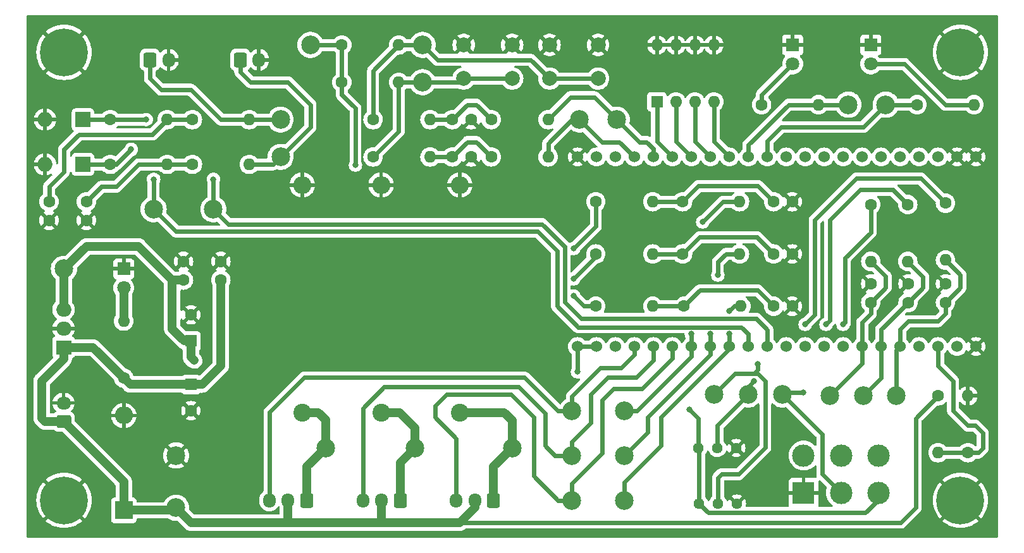
<source format=gbr>
%TF.GenerationSoftware,KiCad,Pcbnew,7.0.7*%
%TF.CreationDate,2023-10-27T23:14:04+02:00*%
%TF.ProjectId,ProstheticHandV2,50726f73-7468-4657-9469-6348616e6456,rev?*%
%TF.SameCoordinates,Original*%
%TF.FileFunction,Copper,L1,Top*%
%TF.FilePolarity,Positive*%
%FSLAX46Y46*%
G04 Gerber Fmt 4.6, Leading zero omitted, Abs format (unit mm)*
G04 Created by KiCad (PCBNEW 7.0.7) date 2023-10-27 23:14:04*
%MOMM*%
%LPD*%
G01*
G04 APERTURE LIST*
G04 Aperture macros list*
%AMRoundRect*
0 Rectangle with rounded corners*
0 $1 Rounding radius*
0 $2 $3 $4 $5 $6 $7 $8 $9 X,Y pos of 4 corners*
0 Add a 4 corners polygon primitive as box body*
4,1,4,$2,$3,$4,$5,$6,$7,$8,$9,$2,$3,0*
0 Add four circle primitives for the rounded corners*
1,1,$1+$1,$2,$3*
1,1,$1+$1,$4,$5*
1,1,$1+$1,$6,$7*
1,1,$1+$1,$8,$9*
0 Add four rect primitives between the rounded corners*
20,1,$1+$1,$2,$3,$4,$5,0*
20,1,$1+$1,$4,$5,$6,$7,0*
20,1,$1+$1,$6,$7,$8,$9,0*
20,1,$1+$1,$8,$9,$2,$3,0*%
G04 Aperture macros list end*
%TA.AperFunction,ComponentPad*%
%ADD10C,1.600000*%
%TD*%
%TA.AperFunction,ComponentPad*%
%ADD11O,1.600000X1.600000*%
%TD*%
%TA.AperFunction,SMDPad,CuDef*%
%ADD12C,2.500000*%
%TD*%
%TA.AperFunction,ComponentPad*%
%ADD13RoundRect,0.250000X0.600000X0.725000X-0.600000X0.725000X-0.600000X-0.725000X0.600000X-0.725000X0*%
%TD*%
%TA.AperFunction,ComponentPad*%
%ADD14O,1.700000X1.950000*%
%TD*%
%TA.AperFunction,ComponentPad*%
%ADD15C,2.000000*%
%TD*%
%TA.AperFunction,ComponentPad*%
%ADD16R,2.000000X1.905000*%
%TD*%
%TA.AperFunction,ComponentPad*%
%ADD17O,2.000000X1.905000*%
%TD*%
%TA.AperFunction,ComponentPad*%
%ADD18RoundRect,0.250000X-0.600000X-0.725000X0.600000X-0.725000X0.600000X0.725000X-0.600000X0.725000X0*%
%TD*%
%TA.AperFunction,ComponentPad*%
%ADD19C,6.400000*%
%TD*%
%TA.AperFunction,ComponentPad*%
%ADD20C,1.440000*%
%TD*%
%TA.AperFunction,ComponentPad*%
%ADD21R,2.000000X2.000000*%
%TD*%
%TA.AperFunction,ComponentPad*%
%ADD22O,2.000000X2.000000*%
%TD*%
%TA.AperFunction,ComponentPad*%
%ADD23R,2.400000X2.400000*%
%TD*%
%TA.AperFunction,ComponentPad*%
%ADD24O,2.400000X2.400000*%
%TD*%
%TA.AperFunction,ComponentPad*%
%ADD25R,3.000000X3.000000*%
%TD*%
%TA.AperFunction,ComponentPad*%
%ADD26C,3.000000*%
%TD*%
%TA.AperFunction,ComponentPad*%
%ADD27R,1.600000X1.600000*%
%TD*%
%TA.AperFunction,ComponentPad*%
%ADD28C,2.400000*%
%TD*%
%TA.AperFunction,ComponentPad*%
%ADD29R,1.800000X1.800000*%
%TD*%
%TA.AperFunction,ComponentPad*%
%ADD30C,1.800000*%
%TD*%
%TA.AperFunction,ComponentPad*%
%ADD31RoundRect,0.250000X0.725000X-0.600000X0.725000X0.600000X-0.725000X0.600000X-0.725000X-0.600000X0*%
%TD*%
%TA.AperFunction,ComponentPad*%
%ADD32O,1.950000X1.700000*%
%TD*%
%TA.AperFunction,ComponentPad*%
%ADD33C,1.524000*%
%TD*%
%TA.AperFunction,ViaPad*%
%ADD34C,0.800000*%
%TD*%
%TA.AperFunction,Conductor*%
%ADD35C,0.600000*%
%TD*%
%TA.AperFunction,Conductor*%
%ADD36C,1.200000*%
%TD*%
G04 APERTURE END LIST*
D10*
%TO.P,R22,1*%
%TO.N,Net-(C13-Pad1)*%
X187810000Y-75000000D03*
D11*
%TO.P,R22,2*%
%TO.N,SERVO_CURR_01*%
X195430000Y-75000000D03*
%TD*%
D12*
%TO.P,TP1,1,1*%
%TO.N,+BATT*%
X120000000Y-116000000D03*
%TD*%
D10*
%TO.P,R12,1*%
%TO.N,Net-(R10-Pad2)*%
X146380000Y-69000000D03*
D11*
%TO.P,R12,2*%
%TO.N,Net-(C8-Pad1)*%
X154000000Y-69000000D03*
%TD*%
D12*
%TO.P,TP7,1,1*%
%TO.N,EMG_SENSOR_02*%
X117000000Y-76000000D03*
%TD*%
D10*
%TO.P,R7,1*%
%TO.N,EMG_SENSOR_02*%
X111190000Y-70000000D03*
D11*
%TO.P,R7,2*%
%TO.N,Net-(C6-Pad1)*%
X118810000Y-70000000D03*
%TD*%
D12*
%TO.P,TP12,1,1*%
%TO.N,POT_01*%
X207518000Y-101000000D03*
%TD*%
D13*
%TO.P,J4,1,Pin_1*%
%TO.N,Net-(J4-Pin_1)*%
X150000000Y-115000000D03*
D14*
%TO.P,J4,2,Pin_2*%
%TO.N,+BATT*%
X147500000Y-115000000D03*
%TO.P,J4,3,Pin_3*%
%TO.N,SERVO_CONTROL_02*%
X145000000Y-115000000D03*
%TD*%
D15*
%TO.P,SW2,1,1*%
%TO.N,GND*%
X158500000Y-54000000D03*
X165000000Y-54000000D03*
%TO.P,SW2,2,2*%
%TO.N,Net-(R10-Pad2)*%
X158500000Y-58500000D03*
X165000000Y-58500000D03*
%TD*%
D16*
%TO.P,U1,1,VI*%
%TO.N,+BATT*%
X104945000Y-94540000D03*
D17*
%TO.P,U1,2,GND*%
%TO.N,GND*%
X104945000Y-92000000D03*
%TO.P,U1,3,VO*%
%TO.N,+5V*%
X104945000Y-89460000D03*
%TD*%
D18*
%TO.P,J2,1,Pin_1*%
%TO.N,Net-(J2-Pin_1)*%
X116500000Y-56000000D03*
D14*
%TO.P,J2,2,Pin_2*%
%TO.N,GND*%
X119000000Y-56000000D03*
%TD*%
D10*
%TO.P,C7,1*%
%TO.N,POT_01*%
X213000000Y-88500000D03*
%TO.P,C7,2*%
%TO.N,GND*%
X213000000Y-86000000D03*
%TD*%
%TO.P,R19,1*%
%TO.N,Net-(J4-Pin_1)*%
X176190000Y-82000000D03*
D11*
%TO.P,R19,2*%
%TO.N,Net-(C12-Pad1)*%
X183810000Y-82000000D03*
%TD*%
D12*
%TO.P,TP19,1,1*%
%TO.N,Net-(R15-Pad2)*%
X153000000Y-54000000D03*
%TD*%
D10*
%TO.P,R18,1*%
%TO.N,Net-(C11-Pad1)*%
X162190000Y-64000000D03*
D11*
%TO.P,R18,2*%
%TO.N,BUTTON_02*%
X169810000Y-64000000D03*
%TD*%
D10*
%TO.P,R5,1*%
%TO.N,EMG_SENSOR_01*%
X111190000Y-64000000D03*
D11*
%TO.P,R5,2*%
%TO.N,Net-(C5-Pad1)*%
X118810000Y-64000000D03*
%TD*%
D12*
%TO.P,TP4,1,1*%
%TO.N,Net-(J2-Pin_1)*%
X134000000Y-64000000D03*
%TD*%
%TO.P,TP23,1,1*%
%TO.N,Net-(J4-Pin_1)*%
X152000000Y-108000000D03*
%TD*%
%TO.P,TP26,1,1*%
%TO.N,SERVO_CURR_01*%
X180000000Y-103000000D03*
%TD*%
D19*
%TO.P,H1,1,1*%
%TO.N,GND*%
X105000000Y-55000000D03*
%TD*%
D20*
%TO.P,RV2,1,1*%
%TO.N,GND*%
X195000000Y-108000000D03*
%TO.P,RV2,2,2*%
%TO.N,Net-(R14-Pad1)*%
X192460000Y-108000000D03*
%TO.P,RV2,3,3*%
%TO.N,+3V3*%
X189920000Y-108000000D03*
%TD*%
D12*
%TO.P,TP11,1,1*%
%TO.N,Net-(R11-Pad1)*%
X201168000Y-100838000D03*
%TD*%
D21*
%TO.P,D4,1,K*%
%TO.N,EMG_SENSOR_02*%
X107540000Y-70000000D03*
D22*
%TO.P,D4,2,A*%
%TO.N,GND*%
X102460000Y-70000000D03*
%TD*%
D23*
%TO.P,D1,1,K*%
%TO.N,+BATT*%
X113000000Y-116350000D03*
D24*
%TO.P,D1,2,A*%
%TO.N,GND*%
X113000000Y-103650000D03*
%TD*%
D10*
%TO.P,C2,1*%
%TO.N,+BATT*%
X126000000Y-85500000D03*
%TO.P,C2,2*%
%TO.N,GND*%
X126000000Y-83000000D03*
%TD*%
D12*
%TO.P,TP29,1,1*%
%TO.N,SERVO_CURR_03*%
X180000000Y-115000000D03*
%TD*%
D10*
%TO.P,C13,1*%
%TO.N,Net-(C13-Pad1)*%
X200000000Y-75000000D03*
%TO.P,C13,2*%
%TO.N,GND*%
X202500000Y-75000000D03*
%TD*%
%TO.P,C9,1*%
%TO.N,POT_02*%
X218000000Y-88500000D03*
%TO.P,C9,2*%
%TO.N,GND*%
X218000000Y-86000000D03*
%TD*%
D12*
%TO.P,TP14,1,1*%
%TO.N,BUTTON_01*%
X174000000Y-64000000D03*
%TD*%
D10*
%TO.P,R3,1*%
%TO.N,BATT_SENSE*%
X226000000Y-108620000D03*
D11*
%TO.P,R3,2*%
%TO.N,GND*%
X226000000Y-101000000D03*
%TD*%
D25*
%TO.P,RV1,1,1*%
%TO.N,GND*%
X204000000Y-114000000D03*
D26*
%TO.P,RV1,2,2*%
%TO.N,Net-(R11-Pad1)*%
X209000000Y-114000000D03*
%TO.P,RV1,3,3*%
%TO.N,+3V3*%
X214000000Y-114000000D03*
%TO.P,RV1,4*%
%TO.N,N/C*%
X204000000Y-109000000D03*
%TO.P,RV1,5*%
X209000000Y-109000000D03*
%TO.P,RV1,6*%
X214000000Y-109000000D03*
%TD*%
D15*
%TO.P,SW3,1,1*%
%TO.N,GND*%
X170000000Y-54000000D03*
X176500000Y-54000000D03*
%TO.P,SW3,2,2*%
%TO.N,Net-(R15-Pad2)*%
X170000000Y-58500000D03*
X176500000Y-58500000D03*
%TD*%
D12*
%TO.P,TP21,1,1*%
%TO.N,SERVO_CONTROL_02*%
X173000000Y-109000000D03*
%TD*%
D10*
%TO.P,C8,1*%
%TO.N,Net-(C8-Pad1)*%
X157000000Y-69000000D03*
%TO.P,C8,2*%
%TO.N,GND*%
X159500000Y-69000000D03*
%TD*%
%TO.P,R26,1*%
%TO.N,Net-(C14-Pad1)*%
X188000000Y-89000000D03*
D11*
%TO.P,R26,2*%
%TO.N,SERVO_CURR_03*%
X195620000Y-89000000D03*
%TD*%
D20*
%TO.P,RV3,1,1*%
%TO.N,GND*%
X195080000Y-115450000D03*
%TO.P,RV3,2,2*%
%TO.N,Net-(R16-Pad1)*%
X192540000Y-115450000D03*
%TO.P,RV3,3,3*%
%TO.N,+3V3*%
X190000000Y-115450000D03*
%TD*%
D10*
%TO.P,R4,1*%
%TO.N,Net-(C5-Pad1)*%
X122190000Y-64000000D03*
D11*
%TO.P,R4,2*%
%TO.N,Net-(J2-Pin_1)*%
X129810000Y-64000000D03*
%TD*%
D12*
%TO.P,TP25,1,1*%
%TO.N,Net-(J5-Pin_1)*%
X140000000Y-108000000D03*
%TD*%
%TO.P,TP15,1,1*%
%TO.N,Net-(R14-Pad1)*%
X196596000Y-100838000D03*
%TD*%
%TO.P,TP10,1,1*%
%TO.N,+3V3*%
X138000000Y-54000000D03*
%TD*%
D27*
%TO.P,SW1,1*%
%TO.N,DIP_SWITCH_00*%
X184380000Y-61620000D03*
D11*
%TO.P,SW1,2*%
%TO.N,DIP_SWITCH_01*%
X186920000Y-61620000D03*
%TO.P,SW1,3*%
%TO.N,DIP_SWITCH_02*%
X189460000Y-61620000D03*
%TO.P,SW1,4*%
%TO.N,DIP_SWITCH_03*%
X192000000Y-61620000D03*
%TO.P,SW1,5*%
%TO.N,GND*%
X192000000Y-54000000D03*
%TO.P,SW1,6*%
X189460000Y-54000000D03*
%TO.P,SW1,7*%
X186920000Y-54000000D03*
%TO.P,SW1,8*%
X184380000Y-54000000D03*
%TD*%
D10*
%TO.P,R2,1*%
%TO.N,+BATT*%
X113000000Y-98620000D03*
D11*
%TO.P,R2,2*%
%TO.N,Net-(D2-A)*%
X113000000Y-91000000D03*
%TD*%
D10*
%TO.P,C4,1*%
%TO.N,+5V*%
X121000000Y-85500000D03*
%TO.P,C4,2*%
%TO.N,GND*%
X121000000Y-83000000D03*
%TD*%
%TO.P,C10,1*%
%TO.N,POT_03*%
X223000000Y-88500000D03*
%TO.P,C10,2*%
%TO.N,GND*%
X223000000Y-86000000D03*
%TD*%
D12*
%TO.P,TP24,1,1*%
%TO.N,SERVO_CURR_02*%
X180000000Y-109000000D03*
%TD*%
D10*
%TO.P,C11,1*%
%TO.N,Net-(C11-Pad1)*%
X157000000Y-64000000D03*
%TO.P,C11,2*%
%TO.N,GND*%
X159500000Y-64000000D03*
%TD*%
D28*
%TO.P,R23,1*%
%TO.N,Net-(J4-Pin_1)*%
X147450000Y-103245000D03*
D24*
%TO.P,R23,2*%
%TO.N,GND*%
X147450000Y-72765000D03*
%TD*%
D12*
%TO.P,TP3,1,1*%
%TO.N,GND*%
X120000000Y-109000000D03*
%TD*%
D19*
%TO.P,H4,1,1*%
%TO.N,GND*%
X225000000Y-115000000D03*
%TD*%
D29*
%TO.P,D5,1,K*%
%TO.N,GND*%
X213000000Y-54000000D03*
D30*
%TO.P,D5,2,A*%
%TO.N,Net-(D5-A)*%
X213000000Y-56540000D03*
%TD*%
D10*
%TO.P,C5,1*%
%TO.N,Net-(C5-Pad1)*%
X103000000Y-75000000D03*
%TO.P,C5,2*%
%TO.N,GND*%
X103000000Y-77500000D03*
%TD*%
%TO.P,R15,1*%
%TO.N,+3V3*%
X142190000Y-54000000D03*
D11*
%TO.P,R15,2*%
%TO.N,Net-(R15-Pad2)*%
X149810000Y-54000000D03*
%TD*%
D12*
%TO.P,TP28,1,1*%
%TO.N,Net-(J6-Pin_1)*%
X165000000Y-108000000D03*
%TD*%
D10*
%TO.P,R14,1*%
%TO.N,Net-(R14-Pad1)*%
X217950000Y-75380000D03*
D11*
%TO.P,R14,2*%
%TO.N,POT_02*%
X217950000Y-83000000D03*
%TD*%
D31*
%TO.P,J1,1,Pin_1*%
%TO.N,+BATT*%
X104945000Y-104460000D03*
D32*
%TO.P,J1,2,Pin_2*%
%TO.N,GND*%
X104945000Y-101960000D03*
%TD*%
D27*
%TO.P,C1,1*%
%TO.N,+BATT*%
X122000000Y-99500000D03*
D10*
%TO.P,C1,2*%
%TO.N,GND*%
X122000000Y-103000000D03*
%TD*%
%TO.P,C6,1*%
%TO.N,Net-(C6-Pad1)*%
X108000000Y-75000000D03*
%TO.P,C6,2*%
%TO.N,GND*%
X108000000Y-77500000D03*
%TD*%
D12*
%TO.P,TP16,1,1*%
%TO.N,POT_02*%
X212000000Y-101000000D03*
%TD*%
D10*
%TO.P,R21,1*%
%TO.N,Net-(J5-Pin_1)*%
X176190000Y-75000000D03*
D11*
%TO.P,R21,2*%
%TO.N,Net-(C13-Pad1)*%
X183810000Y-75000000D03*
%TD*%
D29*
%TO.P,D2,1,K*%
%TO.N,GND*%
X113000000Y-84000000D03*
D30*
%TO.P,D2,2,A*%
%TO.N,Net-(D2-A)*%
X113000000Y-86540000D03*
%TD*%
D33*
%TO.P,A1,1,3v3*%
%TO.N,+3V3*%
X173740000Y-94400000D03*
%TO.P,A1,2,3v3*%
X176280000Y-94400000D03*
%TO.P,A1,3,RST*%
%TO.N,unconnected-(A1-RST-Pad3)*%
X178820000Y-94400000D03*
%TO.P,A1,4,4*%
%TO.N,SERVO_CONTROL_01*%
X181360000Y-94400000D03*
%TO.P,A1,5,5*%
%TO.N,SERVO_CONTROL_02*%
X183900000Y-94400000D03*
%TO.P,A1,6,6*%
%TO.N,SERVO_CONTROL_03*%
X186440000Y-94400000D03*
%TO.P,A1,7,7*%
%TO.N,SERVO_CURR_01*%
X188980000Y-94400000D03*
%TO.P,A1,8,15*%
%TO.N,SERVO_CURR_02*%
X191520000Y-94400000D03*
%TO.P,A1,9,16*%
%TO.N,SERVO_CURR_03*%
X194060000Y-94400000D03*
%TO.P,A1,10,17*%
%TO.N,EMG_SENSOR_02*%
X196600000Y-94400000D03*
%TO.P,A1,11,18*%
%TO.N,EMG_SENSOR_01*%
X199140000Y-94400000D03*
%TO.P,A1,12,8*%
%TO.N,unconnected-(A1-8-Pad12)*%
X201680000Y-94400000D03*
%TO.P,A1,13,3*%
%TO.N,unconnected-(A1-3-Pad13)*%
X204220000Y-94400000D03*
%TO.P,A1,14,46*%
%TO.N,unconnected-(A1-46-Pad14)*%
X206760000Y-94400000D03*
%TO.P,A1,15,9*%
%TO.N,unconnected-(A1-9-Pad15)*%
X209300000Y-94400000D03*
%TO.P,A1,16,10*%
%TO.N,POT_01*%
X211840000Y-94400000D03*
%TO.P,A1,17,11*%
%TO.N,POT_02*%
X214380000Y-94400000D03*
%TO.P,A1,18,12*%
%TO.N,POT_03*%
X216920000Y-94400000D03*
%TO.P,A1,19,13*%
%TO.N,unconnected-(A1-13-Pad19)*%
X219460000Y-94400000D03*
%TO.P,A1,20,14*%
%TO.N,BATT_SENSE*%
X222000000Y-94400000D03*
%TO.P,A1,21,5v*%
%TO.N,+5V*%
X224540000Y-94400000D03*
%TO.P,A1,22,GND*%
%TO.N,GND*%
X227080000Y-94400000D03*
%TO.P,A1,23,GND*%
X227080000Y-69000000D03*
%TO.P,A1,24,GND*%
X224540000Y-69000000D03*
%TO.P,A1,25,19*%
%TO.N,unconnected-(A1-19-Pad25)*%
X222000000Y-69000000D03*
%TO.P,A1,26,20*%
%TO.N,unconnected-(A1-20-Pad26)*%
X219460000Y-69000000D03*
%TO.P,A1,27,21*%
%TO.N,unconnected-(A1-21-Pad27)*%
X216920000Y-69000000D03*
%TO.P,A1,28,47*%
%TO.N,unconnected-(A1-47-Pad28)*%
X214380000Y-69000000D03*
%TO.P,A1,29,48*%
%TO.N,unconnected-(A1-48-Pad29)*%
X211840000Y-69000000D03*
%TO.P,A1,30,45*%
%TO.N,unconnected-(A1-45-Pad30)*%
X209300000Y-69000000D03*
%TO.P,A1,31,0*%
%TO.N,unconnected-(A1-0-Pad31)*%
X206760000Y-69000000D03*
%TO.P,A1,32,35*%
%TO.N,unconnected-(A1-35-Pad32)*%
X204220000Y-69000000D03*
%TO.P,A1,33,36*%
%TO.N,unconnected-(A1-36-Pad33)*%
X201680000Y-69000000D03*
%TO.P,A1,34,37*%
%TO.N,DEBUG_LED_01*%
X199140000Y-69000000D03*
%TO.P,A1,35,38*%
%TO.N,DEBUG_LED_02*%
X196600000Y-69000000D03*
%TO.P,A1,36,39*%
%TO.N,DIP_SWITCH_03*%
X194060000Y-69000000D03*
%TO.P,A1,37,40*%
%TO.N,DIP_SWITCH_02*%
X191520000Y-69000000D03*
%TO.P,A1,38,41*%
%TO.N,DIP_SWITCH_01*%
X188980000Y-69000000D03*
%TO.P,A1,39,42*%
%TO.N,DIP_SWITCH_00*%
X186440000Y-69000000D03*
%TO.P,A1,40,2*%
%TO.N,BUTTON_02*%
X183900000Y-69000000D03*
%TO.P,A1,41,1*%
%TO.N,BUTTON_01*%
X181360000Y-69000000D03*
%TO.P,A1,42,RX*%
%TO.N,unconnected-(A1-RX-Pad42)*%
X178820000Y-69000000D03*
%TO.P,A1,43,TX*%
%TO.N,unconnected-(A1-TX-Pad43)*%
X176280000Y-69000000D03*
%TO.P,A1,44,GND*%
%TO.N,GND*%
X173740000Y-69000000D03*
%TD*%
D12*
%TO.P,TP17,1,1*%
%TO.N,Net-(R16-Pad1)*%
X192024000Y-100838000D03*
%TD*%
D10*
%TO.P,C14,1*%
%TO.N,Net-(C14-Pad1)*%
X200000000Y-89000000D03*
%TO.P,C14,2*%
%TO.N,GND*%
X202500000Y-89000000D03*
%TD*%
%TO.P,R25,1*%
%TO.N,Net-(J6-Pin_1)*%
X176190000Y-89000000D03*
D11*
%TO.P,R25,2*%
%TO.N,Net-(C14-Pad1)*%
X183810000Y-89000000D03*
%TD*%
D10*
%TO.P,R10,1*%
%TO.N,+3V3*%
X142190000Y-59000000D03*
D11*
%TO.P,R10,2*%
%TO.N,Net-(R10-Pad2)*%
X149810000Y-59000000D03*
%TD*%
D12*
%TO.P,TP2,1,1*%
%TO.N,+5V*%
X105000000Y-84000000D03*
%TD*%
%TO.P,TP22,1,1*%
%TO.N,SERVO_CONTROL_01*%
X173000000Y-103000000D03*
%TD*%
D10*
%TO.P,C12,1*%
%TO.N,Net-(C12-Pad1)*%
X200000000Y-82000000D03*
%TO.P,C12,2*%
%TO.N,GND*%
X202500000Y-82000000D03*
%TD*%
%TO.P,R16,1*%
%TO.N,Net-(R16-Pad1)*%
X223000000Y-75190000D03*
D11*
%TO.P,R16,2*%
%TO.N,POT_03*%
X223000000Y-82810000D03*
%TD*%
D19*
%TO.P,H2,1,1*%
%TO.N,GND*%
X225000000Y-55000000D03*
%TD*%
D21*
%TO.P,D3,1,K*%
%TO.N,EMG_SENSOR_01*%
X107540000Y-64000000D03*
D22*
%TO.P,D3,2,A*%
%TO.N,GND*%
X102460000Y-64000000D03*
%TD*%
D18*
%TO.P,J3,1,Pin_1*%
%TO.N,Net-(J3-Pin_1)*%
X128600000Y-56000000D03*
D14*
%TO.P,J3,2,Pin_2*%
%TO.N,GND*%
X131100000Y-56000000D03*
%TD*%
D13*
%TO.P,J5,1,Pin_1*%
%TO.N,Net-(J5-Pin_1)*%
X137500000Y-115000000D03*
D14*
%TO.P,J5,2,Pin_2*%
%TO.N,+BATT*%
X135000000Y-115000000D03*
%TO.P,J5,3,Pin_3*%
%TO.N,SERVO_CONTROL_01*%
X132500000Y-115000000D03*
%TD*%
D12*
%TO.P,TP8,1,1*%
%TO.N,DEBUG_LED_01*%
X215000000Y-62000000D03*
%TD*%
D10*
%TO.P,R13,1*%
%TO.N,Net-(C8-Pad1)*%
X162190000Y-69000000D03*
D11*
%TO.P,R13,2*%
%TO.N,BUTTON_01*%
X169810000Y-69000000D03*
%TD*%
D10*
%TO.P,R9,1*%
%TO.N,Net-(D6-A)*%
X198380000Y-62000000D03*
D11*
%TO.P,R9,2*%
%TO.N,DEBUG_LED_02*%
X206000000Y-62000000D03*
%TD*%
D12*
%TO.P,TP13,1,1*%
%TO.N,Net-(R10-Pad2)*%
X153000000Y-59000000D03*
%TD*%
D19*
%TO.P,H3,1,1*%
%TO.N,GND*%
X105000000Y-115000000D03*
%TD*%
D28*
%TO.P,R24,1*%
%TO.N,Net-(J5-Pin_1)*%
X136900000Y-103245000D03*
D24*
%TO.P,R24,2*%
%TO.N,GND*%
X136900000Y-72765000D03*
%TD*%
D10*
%TO.P,R1,1*%
%TO.N,+BATT*%
X222000000Y-101000000D03*
D11*
%TO.P,R1,2*%
%TO.N,BATT_SENSE*%
X222000000Y-108620000D03*
%TD*%
D12*
%TO.P,TP20,1,1*%
%TO.N,BUTTON_02*%
X179000000Y-64000000D03*
%TD*%
D13*
%TO.P,J6,1,Pin_1*%
%TO.N,Net-(J6-Pin_1)*%
X162500000Y-115000000D03*
D14*
%TO.P,J6,2,Pin_2*%
%TO.N,+BATT*%
X160000000Y-115000000D03*
%TO.P,J6,3,Pin_3*%
%TO.N,SERVO_CONTROL_03*%
X157500000Y-115000000D03*
%TD*%
D10*
%TO.P,R17,1*%
%TO.N,Net-(R15-Pad2)*%
X146380000Y-64000000D03*
D11*
%TO.P,R17,2*%
%TO.N,Net-(C11-Pad1)*%
X154000000Y-64000000D03*
%TD*%
D12*
%TO.P,TP18,1,1*%
%TO.N,POT_03*%
X216408000Y-101000000D03*
%TD*%
%TO.P,TP5,1,1*%
%TO.N,EMG_SENSOR_01*%
X125000000Y-76000000D03*
%TD*%
D29*
%TO.P,D6,1,K*%
%TO.N,GND*%
X202540000Y-54000000D03*
D30*
%TO.P,D6,2,A*%
%TO.N,Net-(D6-A)*%
X202540000Y-56540000D03*
%TD*%
D10*
%TO.P,R11,1*%
%TO.N,Net-(R11-Pad1)*%
X213000000Y-75380000D03*
D11*
%TO.P,R11,2*%
%TO.N,POT_01*%
X213000000Y-83000000D03*
%TD*%
D28*
%TO.P,R27,1*%
%TO.N,Net-(J6-Pin_1)*%
X158000000Y-103245000D03*
D24*
%TO.P,R27,2*%
%TO.N,GND*%
X158000000Y-72765000D03*
%TD*%
D27*
%TO.P,C3,1*%
%TO.N,+5V*%
X122000000Y-93652651D03*
D10*
%TO.P,C3,2*%
%TO.N,GND*%
X122000000Y-90152651D03*
%TD*%
%TO.P,R6,1*%
%TO.N,Net-(C6-Pad1)*%
X122190000Y-70000000D03*
D11*
%TO.P,R6,2*%
%TO.N,Net-(J3-Pin_1)*%
X129810000Y-70000000D03*
%TD*%
D10*
%TO.P,R20,1*%
%TO.N,Net-(C12-Pad1)*%
X187810000Y-82000000D03*
D11*
%TO.P,R20,2*%
%TO.N,SERVO_CURR_02*%
X195430000Y-82000000D03*
%TD*%
D12*
%TO.P,TP27,1,1*%
%TO.N,SERVO_CONTROL_03*%
X173000000Y-115000000D03*
%TD*%
D10*
%TO.P,R8,1*%
%TO.N,DEBUG_LED_01*%
X219190000Y-62000000D03*
D11*
%TO.P,R8,2*%
%TO.N,Net-(D5-A)*%
X226810000Y-62000000D03*
%TD*%
D12*
%TO.P,TP9,1,1*%
%TO.N,DEBUG_LED_02*%
X210000000Y-62000000D03*
%TD*%
%TO.P,TP6,1,1*%
%TO.N,Net-(J3-Pin_1)*%
X134000000Y-69000000D03*
%TD*%
D34*
%TO.N,+3V3*%
X188722000Y-102870000D03*
X144018000Y-70104000D03*
X173736000Y-97790000D03*
%TO.N,SERVO_CURR_01*%
X188976000Y-92710000D03*
X190500000Y-77724000D03*
%TO.N,SERVO_CURR_02*%
X192532000Y-84836000D03*
X191516000Y-92710000D03*
%TO.N,SERVO_CURR_03*%
X194056000Y-89662000D03*
X194056000Y-92710000D03*
%TO.N,EMG_SENSOR_01*%
X116000000Y-64000000D03*
X125000000Y-72000000D03*
%TO.N,EMG_SENSOR_02*%
X117000000Y-72000000D03*
X114000000Y-68000000D03*
%TO.N,+5V*%
X122428000Y-96266000D03*
%TO.N,GND*%
X191262000Y-111506000D03*
X198628000Y-111760000D03*
%TO.N,Net-(J4-Pin_1)*%
X173228000Y-85344000D03*
X149981000Y-103245000D03*
%TO.N,Net-(J6-Pin_1)*%
X173228000Y-87630000D03*
%TO.N,Net-(J5-Pin_1)*%
X139059000Y-103245000D03*
X173228000Y-81280000D03*
%TO.N,Net-(R11-Pad1)*%
X209296000Y-91440000D03*
X203962000Y-100584000D03*
%TO.N,Net-(R14-Pad1)*%
X197358000Y-99060000D03*
X207010000Y-91440000D03*
%TO.N,Net-(R16-Pad1)*%
X204216000Y-91440000D03*
X197866000Y-96774000D03*
%TD*%
D35*
%TO.N,+3V3*%
X191220000Y-116670000D02*
X212260000Y-116670000D01*
X190000000Y-115450000D02*
X190000000Y-108080000D01*
X214000000Y-114930000D02*
X214000000Y-114000000D01*
X176280000Y-94400000D02*
X173740000Y-94400000D01*
X189920000Y-108000000D02*
X189920000Y-104068000D01*
X190000000Y-115450000D02*
X191220000Y-116670000D01*
X144018000Y-62484000D02*
X144018000Y-70104000D01*
X190000000Y-108080000D02*
X189920000Y-108000000D01*
X143764000Y-62230000D02*
X144018000Y-62484000D01*
X142190000Y-54000000D02*
X142190000Y-59000000D01*
X142190000Y-60656000D02*
X143764000Y-62230000D01*
X189920000Y-104068000D02*
X188722000Y-102870000D01*
X173736000Y-94404000D02*
X173740000Y-94400000D01*
X173736000Y-97790000D02*
X173736000Y-94404000D01*
X212260000Y-116670000D02*
X214000000Y-114930000D01*
X142190000Y-59000000D02*
X142190000Y-60656000D01*
X138000000Y-54000000D02*
X142190000Y-54000000D01*
%TO.N,SERVO_CONTROL_01*%
X137160000Y-98552000D02*
X132500000Y-103212000D01*
X181360000Y-94400000D02*
X181360000Y-95500000D01*
X176784000Y-97282000D02*
X173000000Y-101066000D01*
X173000000Y-103000000D02*
X171072000Y-103000000D01*
X166624000Y-98552000D02*
X137160000Y-98552000D01*
X181360000Y-95500000D02*
X179578000Y-97282000D01*
X173000000Y-101066000D02*
X173000000Y-103000000D01*
X179578000Y-97282000D02*
X176784000Y-97282000D01*
X171072000Y-103000000D02*
X166624000Y-98552000D01*
X132500000Y-103212000D02*
X132500000Y-115000000D01*
%TO.N,SERVO_CONTROL_02*%
X181610000Y-98552000D02*
X183900000Y-96262000D01*
X169418000Y-107696000D02*
X169418000Y-103378000D01*
X175514000Y-100838000D02*
X177800000Y-98552000D01*
X177800000Y-98552000D02*
X181610000Y-98552000D01*
X175514000Y-104648000D02*
X175514000Y-100838000D01*
X147828000Y-99822000D02*
X145000000Y-102650000D01*
X173000000Y-109000000D02*
X170722000Y-109000000D01*
X173000000Y-109000000D02*
X173000000Y-107162000D01*
X183900000Y-96262000D02*
X183900000Y-94400000D01*
X169418000Y-103378000D02*
X165862000Y-99822000D01*
X145000000Y-102650000D02*
X145000000Y-115000000D01*
X173000000Y-107162000D02*
X175514000Y-104648000D01*
X165862000Y-99822000D02*
X147828000Y-99822000D01*
X170722000Y-109000000D02*
X169418000Y-107696000D01*
%TO.N,SERVO_CONTROL_03*%
X154686000Y-102362000D02*
X156210000Y-100838000D01*
X177038000Y-108712000D02*
X177038000Y-101600000D01*
X167894000Y-103886000D02*
X167894000Y-111760000D01*
X173000000Y-115000000D02*
X173000000Y-112750000D01*
X173000000Y-112750000D02*
X177038000Y-108712000D01*
X157500000Y-115000000D02*
X157500000Y-106700000D01*
X177038000Y-101600000D02*
X178562000Y-100076000D01*
X164846000Y-100838000D02*
X167894000Y-103886000D01*
X171134000Y-115000000D02*
X173000000Y-115000000D01*
X156210000Y-100838000D02*
X164846000Y-100838000D01*
X157500000Y-106700000D02*
X154686000Y-103886000D01*
X182372000Y-100076000D02*
X186440000Y-96008000D01*
X154686000Y-103886000D02*
X154686000Y-102362000D01*
X178562000Y-100076000D02*
X182372000Y-100076000D01*
X167894000Y-111760000D02*
X171134000Y-115000000D01*
X186440000Y-96008000D02*
X186440000Y-94400000D01*
%TO.N,SERVO_CURR_01*%
X181734000Y-103000000D02*
X180000000Y-103000000D01*
X188980000Y-94400000D02*
X188980000Y-95754000D01*
X195430000Y-75000000D02*
X193224000Y-75000000D01*
X188976000Y-94396000D02*
X188980000Y-94400000D01*
X188980000Y-95754000D02*
X181734000Y-103000000D01*
X188976000Y-92710000D02*
X188976000Y-94396000D01*
X193224000Y-75000000D02*
X190500000Y-77724000D01*
%TO.N,SERVO_CURR_02*%
X191520000Y-95500000D02*
X183134000Y-103886000D01*
X192532000Y-83058000D02*
X192532000Y-84836000D01*
X191516000Y-92710000D02*
X191516000Y-94396000D01*
X183134000Y-105866000D02*
X180000000Y-109000000D01*
X193590000Y-82000000D02*
X192532000Y-83058000D01*
X195430000Y-82000000D02*
X193590000Y-82000000D01*
X191520000Y-94400000D02*
X191520000Y-95500000D01*
X183134000Y-103886000D02*
X183134000Y-105866000D01*
X191516000Y-94396000D02*
X191520000Y-94400000D01*
%TO.N,SERVO_CURR_03*%
X184912000Y-107696000D02*
X180000000Y-112608000D01*
X194060000Y-94400000D02*
X194060000Y-94738000D01*
X194060000Y-94738000D02*
X184912000Y-103886000D01*
X180000000Y-112608000D02*
X180000000Y-115000000D01*
X194056000Y-94396000D02*
X194060000Y-94400000D01*
X194718000Y-89000000D02*
X194056000Y-89662000D01*
X194056000Y-92710000D02*
X194056000Y-94396000D01*
X195620000Y-89000000D02*
X194718000Y-89000000D01*
X184912000Y-103886000D02*
X184912000Y-107696000D01*
%TO.N,EMG_SENSOR_01*%
X111190000Y-64000000D02*
X116000000Y-64000000D01*
X197678000Y-90678000D02*
X199140000Y-92140000D01*
X127000000Y-78000000D02*
X169000000Y-78000000D01*
X169000000Y-78000000D02*
X172000000Y-81000000D01*
X125000000Y-72000000D02*
X125000000Y-76000000D01*
X172000000Y-81000000D02*
X172000000Y-88434000D01*
X199140000Y-92140000D02*
X199140000Y-94400000D01*
X107540000Y-64000000D02*
X111190000Y-64000000D01*
X172000000Y-88434000D02*
X174244000Y-90678000D01*
X174244000Y-90678000D02*
X197678000Y-90678000D01*
X125000000Y-76000000D02*
X127000000Y-78000000D01*
%TO.N,EMG_SENSOR_02*%
X111190000Y-70190000D02*
X111190000Y-70000000D01*
X107540000Y-70000000D02*
X111190000Y-70000000D01*
X111190000Y-70000000D02*
X112000000Y-70000000D01*
X168408000Y-79000000D02*
X171000000Y-81592000D01*
X117000000Y-72000000D02*
X117000000Y-76000000D01*
X112000000Y-70000000D02*
X114000000Y-68000000D01*
X171000000Y-88958000D02*
X173842000Y-91800000D01*
X195686000Y-91800000D02*
X196600000Y-92714000D01*
X117000000Y-76000000D02*
X120000000Y-79000000D01*
X120000000Y-79000000D02*
X168408000Y-79000000D01*
X171000000Y-81592000D02*
X171000000Y-88958000D01*
X173842000Y-91800000D02*
X195686000Y-91800000D01*
X196600000Y-92714000D02*
X196600000Y-94400000D01*
%TO.N,POT_01*%
X207518000Y-101000000D02*
X207000000Y-101000000D01*
X211840000Y-91160000D02*
X211840000Y-94400000D01*
X213000000Y-88500000D02*
X215000000Y-86500000D01*
X213000000Y-90000000D02*
X211840000Y-91160000D01*
X211840000Y-94400000D02*
X211840000Y-96678000D01*
X213000000Y-88500000D02*
X213000000Y-90000000D01*
X215000000Y-85000000D02*
X213000000Y-83000000D01*
X211840000Y-96678000D02*
X207518000Y-101000000D01*
X215000000Y-86500000D02*
X215000000Y-85000000D01*
%TO.N,POT_02*%
X220000000Y-86500000D02*
X220000000Y-85050000D01*
X214380000Y-98620000D02*
X212000000Y-101000000D01*
X220000000Y-85050000D02*
X217950000Y-83000000D01*
X218000000Y-88500000D02*
X220000000Y-86500000D01*
X218000000Y-88500000D02*
X214380000Y-92120000D01*
X214380000Y-92120000D02*
X214380000Y-94400000D01*
X214380000Y-94400000D02*
X214380000Y-98620000D01*
%TO.N,POT_03*%
X225000000Y-86500000D02*
X225000000Y-84810000D01*
X218000000Y-91000000D02*
X216920000Y-92080000D01*
X217000000Y-101000000D02*
X216408000Y-100408000D01*
X223000000Y-88500000D02*
X225000000Y-86500000D01*
X225000000Y-84810000D02*
X223000000Y-82810000D01*
X222000000Y-91000000D02*
X218000000Y-91000000D01*
X223000000Y-90000000D02*
X222000000Y-91000000D01*
X216920000Y-92080000D02*
X216920000Y-94400000D01*
X216408000Y-94912000D02*
X216920000Y-94400000D01*
X223000000Y-88500000D02*
X223000000Y-90000000D01*
X216408000Y-100408000D02*
X216408000Y-94912000D01*
%TO.N,BATT_SENSE*%
X224000000Y-99000000D02*
X222000000Y-97000000D01*
X228000000Y-106000000D02*
X227000000Y-105000000D01*
X227000000Y-105000000D02*
X226000000Y-105000000D01*
X222000000Y-97000000D02*
X222000000Y-94400000D01*
X226000000Y-105000000D02*
X224000000Y-103000000D01*
X222000000Y-108620000D02*
X226000000Y-108620000D01*
X226000000Y-108620000D02*
X227380000Y-108620000D01*
X224000000Y-103000000D02*
X224000000Y-99000000D01*
X228000000Y-108000000D02*
X228000000Y-106000000D01*
X227380000Y-108620000D02*
X228000000Y-108000000D01*
D36*
%TO.N,+5V*%
X121000000Y-85500000D02*
X119500000Y-85500000D01*
X105000000Y-84000000D02*
X105000000Y-89405000D01*
X108000000Y-81000000D02*
X105000000Y-84000000D01*
X115000000Y-81000000D02*
X108000000Y-81000000D01*
X122000000Y-95838000D02*
X122428000Y-96266000D01*
X105000000Y-89405000D02*
X104945000Y-89460000D01*
X122000000Y-93652651D02*
X122000000Y-95838000D01*
X122000000Y-93652651D02*
X121084651Y-93652651D01*
X121084651Y-93652651D02*
X119500000Y-92068000D01*
X119500000Y-85500000D02*
X115000000Y-81000000D01*
X119500000Y-92068000D02*
X119500000Y-85500000D01*
D35*
%TO.N,DEBUG_LED_01*%
X199140000Y-69000000D02*
X199140000Y-66860000D01*
X212000000Y-65000000D02*
X215000000Y-62000000D01*
X201000000Y-65000000D02*
X212000000Y-65000000D01*
X199140000Y-66860000D02*
X201000000Y-65000000D01*
X215000000Y-62000000D02*
X219190000Y-62000000D01*
%TO.N,DEBUG_LED_02*%
X206000000Y-62000000D02*
X202000000Y-62000000D01*
X196600000Y-67400000D02*
X196600000Y-69000000D01*
X210000000Y-62000000D02*
X206000000Y-62000000D01*
X202000000Y-62000000D02*
X196600000Y-67400000D01*
%TO.N,DIP_SWITCH_00*%
X184380000Y-66940000D02*
X186440000Y-69000000D01*
X184380000Y-61620000D02*
X184380000Y-66940000D01*
%TO.N,DIP_SWITCH_01*%
X186920000Y-61620000D02*
X186920000Y-66940000D01*
X186920000Y-66940000D02*
X188980000Y-69000000D01*
%TO.N,DIP_SWITCH_02*%
X189460000Y-61620000D02*
X189460000Y-66940000D01*
X189460000Y-66940000D02*
X191520000Y-69000000D01*
%TO.N,DIP_SWITCH_03*%
X192000000Y-66940000D02*
X194060000Y-69000000D01*
X192000000Y-61620000D02*
X192000000Y-66940000D01*
%TO.N,BUTTON_01*%
X173000000Y-64000000D02*
X174000000Y-64000000D01*
X179360000Y-67000000D02*
X181360000Y-69000000D01*
X169810000Y-67190000D02*
X173000000Y-64000000D01*
X169810000Y-69000000D02*
X169810000Y-67190000D01*
X174000000Y-64000000D02*
X177000000Y-67000000D01*
X177000000Y-67000000D02*
X179360000Y-67000000D01*
%TO.N,BUTTON_02*%
X183000000Y-67000000D02*
X183900000Y-67900000D01*
X172810000Y-61000000D02*
X176000000Y-61000000D01*
X169810000Y-64000000D02*
X172810000Y-61000000D01*
X182000000Y-67000000D02*
X183000000Y-67000000D01*
X183900000Y-67900000D02*
X183900000Y-69000000D01*
X179000000Y-64000000D02*
X182000000Y-67000000D01*
X176000000Y-61000000D02*
X179000000Y-64000000D01*
D36*
%TO.N,+BATT*%
X108920000Y-94540000D02*
X113000000Y-98620000D01*
X123500000Y-99500000D02*
X126000000Y-97000000D01*
D35*
X219000000Y-104000000D02*
X219000000Y-116000000D01*
D36*
X122000000Y-99500000D02*
X113880000Y-99500000D01*
X120000000Y-116000000D02*
X122000000Y-118000000D01*
D35*
X219000000Y-116000000D02*
X217000000Y-118000000D01*
D36*
X126000000Y-97000000D02*
X126000000Y-85500000D01*
X113880000Y-99500000D02*
X113000000Y-98620000D01*
X102000000Y-99000000D02*
X102000000Y-104000000D01*
X135000000Y-115000000D02*
X135000000Y-118000000D01*
X104945000Y-104460000D02*
X113000000Y-112515000D01*
X119650000Y-116350000D02*
X120000000Y-116000000D01*
X102460000Y-104460000D02*
X104945000Y-104460000D01*
X104945000Y-96055000D02*
X102000000Y-99000000D01*
X158000000Y-118000000D02*
X160000000Y-116000000D01*
X104945000Y-94540000D02*
X108920000Y-94540000D01*
X147500000Y-115000000D02*
X147500000Y-118000000D01*
X113000000Y-116350000D02*
X119650000Y-116350000D01*
X122000000Y-99500000D02*
X123500000Y-99500000D01*
X160000000Y-116000000D02*
X160000000Y-115000000D01*
D35*
X217000000Y-118000000D02*
X158000000Y-118000000D01*
D36*
X148000000Y-118000000D02*
X158000000Y-118000000D01*
X122000000Y-118000000D02*
X135000000Y-118000000D01*
X104945000Y-94540000D02*
X104945000Y-96055000D01*
X135000000Y-118000000D02*
X148000000Y-118000000D01*
X102000000Y-104000000D02*
X102460000Y-104460000D01*
X113000000Y-112515000D02*
X113000000Y-116350000D01*
D35*
X222000000Y-101000000D02*
X219000000Y-104000000D01*
%TO.N,Net-(C5-Pad1)*%
X105000000Y-71000000D02*
X105000000Y-68000000D01*
X103000000Y-75000000D02*
X103000000Y-73000000D01*
X103000000Y-73000000D02*
X105000000Y-71000000D01*
X118810000Y-64000000D02*
X122190000Y-64000000D01*
X116810000Y-66000000D02*
X118810000Y-64000000D01*
X105000000Y-68000000D02*
X107000000Y-66000000D01*
X107000000Y-66000000D02*
X116810000Y-66000000D01*
%TO.N,Net-(C6-Pad1)*%
X118810000Y-70000000D02*
X122190000Y-70000000D01*
X118810000Y-70000000D02*
X115000000Y-70000000D01*
X110000000Y-73000000D02*
X108000000Y-75000000D01*
X112000000Y-73000000D02*
X110000000Y-73000000D01*
X115000000Y-70000000D02*
X112000000Y-73000000D01*
%TO.N,Net-(C8-Pad1)*%
X154000000Y-69000000D02*
X157000000Y-69000000D01*
X159000000Y-67000000D02*
X160190000Y-67000000D01*
X157000000Y-69000000D02*
X159000000Y-67000000D01*
X160190000Y-67000000D02*
X162190000Y-69000000D01*
%TO.N,Net-(C11-Pad1)*%
X160190000Y-62000000D02*
X162190000Y-64000000D01*
X154000000Y-64000000D02*
X157000000Y-64000000D01*
X159000000Y-62000000D02*
X160190000Y-62000000D01*
X157000000Y-64000000D02*
X159000000Y-62000000D01*
%TO.N,Net-(C12-Pad1)*%
X197756000Y-79756000D02*
X190054000Y-79756000D01*
X200000000Y-82000000D02*
X197756000Y-79756000D01*
X183810000Y-82000000D02*
X187810000Y-82000000D01*
X190054000Y-79756000D02*
X187810000Y-82000000D01*
%TO.N,Net-(C14-Pad1)*%
X183810000Y-89000000D02*
X188000000Y-89000000D01*
X197868000Y-86868000D02*
X190132000Y-86868000D01*
X190132000Y-86868000D02*
X188000000Y-89000000D01*
X200000000Y-89000000D02*
X197868000Y-86868000D01*
%TO.N,Net-(C13-Pad1)*%
X197898000Y-72898000D02*
X189912000Y-72898000D01*
X200000000Y-75000000D02*
X197898000Y-72898000D01*
X189912000Y-72898000D02*
X187810000Y-75000000D01*
X183810000Y-75000000D02*
X187810000Y-75000000D01*
D36*
%TO.N,Net-(D2-A)*%
X113000000Y-86540000D02*
X113000000Y-91000000D01*
D35*
%TO.N,Net-(D5-A)*%
X213000000Y-56540000D02*
X217540000Y-56540000D01*
X223000000Y-62000000D02*
X226810000Y-62000000D01*
X217540000Y-56540000D02*
X223000000Y-62000000D01*
%TO.N,Net-(D6-A)*%
X198380000Y-60700000D02*
X198380000Y-62000000D01*
X202540000Y-56540000D02*
X198380000Y-60700000D01*
%TO.N,Net-(J2-Pin_1)*%
X122000000Y-60000000D02*
X126000000Y-64000000D01*
X116500000Y-58500000D02*
X118000000Y-60000000D01*
X126000000Y-64000000D02*
X129810000Y-64000000D01*
X116500000Y-56000000D02*
X116500000Y-58500000D01*
X118000000Y-60000000D02*
X122000000Y-60000000D01*
X129810000Y-64000000D02*
X134000000Y-64000000D01*
%TO.N,Net-(J3-Pin_1)*%
X133000000Y-70000000D02*
X134000000Y-69000000D01*
X138000000Y-62000000D02*
X138000000Y-65000000D01*
X128600000Y-56000000D02*
X128600000Y-57600000D01*
X128600000Y-57600000D02*
X130000000Y-59000000D01*
X135000000Y-59000000D02*
X138000000Y-62000000D01*
X138000000Y-65000000D02*
X134000000Y-69000000D01*
X129810000Y-70000000D02*
X133000000Y-70000000D01*
X130000000Y-59000000D02*
X135000000Y-59000000D01*
D36*
%TO.N,Net-(J4-Pin_1)*%
X152000000Y-105264000D02*
X152000000Y-108000000D01*
X147450000Y-103245000D02*
X149981000Y-103245000D01*
X150000000Y-110000000D02*
X152000000Y-108000000D01*
X149981000Y-103245000D02*
X152000000Y-105264000D01*
D35*
X176190000Y-82382000D02*
X173228000Y-85344000D01*
X176190000Y-82000000D02*
X176190000Y-82382000D01*
D36*
X150000000Y-115000000D02*
X150000000Y-110000000D01*
D35*
%TO.N,Net-(J6-Pin_1)*%
X174598000Y-89000000D02*
X173228000Y-87630000D01*
D36*
X162500000Y-110500000D02*
X165000000Y-108000000D01*
X163951000Y-103245000D02*
X165000000Y-104294000D01*
X165000000Y-104294000D02*
X165000000Y-108000000D01*
X162500000Y-115000000D02*
X162500000Y-110500000D01*
D35*
X176190000Y-89000000D02*
X174598000Y-89000000D01*
D36*
X158000000Y-103245000D02*
X163951000Y-103245000D01*
%TO.N,Net-(J5-Pin_1)*%
X137500000Y-115000000D02*
X137500000Y-110500000D01*
D35*
X176190000Y-78318000D02*
X173228000Y-81280000D01*
D36*
X140000000Y-104186000D02*
X140000000Y-108000000D01*
X137500000Y-110500000D02*
X140000000Y-108000000D01*
X139059000Y-103245000D02*
X140000000Y-104186000D01*
D35*
X176190000Y-75000000D02*
X176190000Y-78318000D01*
D36*
X136900000Y-103245000D02*
X139059000Y-103245000D01*
D35*
%TO.N,Net-(R10-Pad2)*%
X153000000Y-59000000D02*
X149810000Y-59000000D01*
X149810000Y-59000000D02*
X149810000Y-65570000D01*
X158500000Y-58500000D02*
X165000000Y-58500000D01*
X158000000Y-59000000D02*
X158500000Y-58500000D01*
X149810000Y-65570000D02*
X146380000Y-69000000D01*
X153000000Y-59000000D02*
X158000000Y-59000000D01*
%TO.N,Net-(R11-Pad1)*%
X209550000Y-91186000D02*
X209550000Y-82550000D01*
X203962000Y-100584000D02*
X201422000Y-100584000D01*
X209000000Y-114000000D02*
X206502000Y-111502000D01*
X206502000Y-111502000D02*
X206502000Y-106172000D01*
X201422000Y-100584000D02*
X201168000Y-100838000D01*
X213000000Y-79100000D02*
X213000000Y-75380000D01*
X209550000Y-82550000D02*
X213000000Y-79100000D01*
X206502000Y-106172000D02*
X201168000Y-100838000D01*
X209296000Y-91440000D02*
X209550000Y-91186000D01*
%TO.N,Net-(R14-Pad1)*%
X207010000Y-91440000D02*
X207518000Y-90932000D01*
X211582000Y-73406000D02*
X215976000Y-73406000D01*
X215976000Y-73406000D02*
X217950000Y-75380000D01*
X196596000Y-100838000D02*
X192460000Y-104974000D01*
X192460000Y-104974000D02*
X192460000Y-108000000D01*
X197358000Y-99060000D02*
X196596000Y-99822000D01*
X196596000Y-99822000D02*
X196596000Y-100838000D01*
X207518000Y-77470000D02*
X211582000Y-73406000D01*
X207518000Y-90932000D02*
X207518000Y-77470000D01*
%TO.N,Net-(R15-Pad2)*%
X149810000Y-54000000D02*
X146380000Y-57430000D01*
X155000000Y-56000000D02*
X153000000Y-54000000D01*
X153000000Y-54000000D02*
X149810000Y-54000000D01*
X170000000Y-58500000D02*
X176500000Y-58500000D01*
X167500000Y-56000000D02*
X155000000Y-56000000D01*
X170000000Y-58500000D02*
X167500000Y-56000000D01*
X146380000Y-57430000D02*
X146380000Y-64000000D01*
%TO.N,Net-(R16-Pad1)*%
X197866000Y-98044000D02*
X198882000Y-99060000D01*
X205486000Y-90170000D02*
X205486000Y-77470000D01*
X205486000Y-77470000D02*
X211074000Y-71882000D01*
X194818000Y-98044000D02*
X197358000Y-98044000D01*
X198882000Y-99060000D02*
X198882000Y-107950000D01*
X195326000Y-111506000D02*
X193040000Y-111506000D01*
X197866000Y-96774000D02*
X197866000Y-97536000D01*
X211074000Y-71882000D02*
X219692000Y-71882000D01*
X198882000Y-107950000D02*
X195326000Y-111506000D01*
X192024000Y-100838000D02*
X194818000Y-98044000D01*
X197866000Y-97536000D02*
X197358000Y-98044000D01*
X193040000Y-111506000D02*
X192540000Y-112006000D01*
X219692000Y-71882000D02*
X223000000Y-75190000D01*
X197358000Y-98044000D02*
X197866000Y-98044000D01*
X192540000Y-112006000D02*
X192540000Y-115450000D01*
X204216000Y-91440000D02*
X205486000Y-90170000D01*
%TD*%
%TA.AperFunction,Conductor*%
%TO.N,GND*%
G36*
X199887703Y-102038117D02*
G01*
X199890835Y-102040926D01*
X200073521Y-102210433D01*
X200290296Y-102358228D01*
X200290301Y-102358230D01*
X200290302Y-102358231D01*
X200290303Y-102358232D01*
X200343685Y-102383939D01*
X200526673Y-102472061D01*
X200526674Y-102472061D01*
X200526677Y-102472063D01*
X200777385Y-102549396D01*
X201036818Y-102588500D01*
X201299182Y-102588500D01*
X201558615Y-102549396D01*
X201631436Y-102526932D01*
X201701296Y-102525982D01*
X201755664Y-102557742D01*
X205665182Y-106467260D01*
X205698666Y-106528581D01*
X205701500Y-106554939D01*
X205701500Y-107573002D01*
X205681815Y-107640041D01*
X205629011Y-107685796D01*
X205559853Y-107695740D01*
X205496297Y-107666715D01*
X205489819Y-107660683D01*
X205313405Y-107484270D01*
X205313387Y-107484254D01*
X205084317Y-107312775D01*
X205084309Y-107312770D01*
X204833166Y-107175635D01*
X204833167Y-107175635D01*
X204725914Y-107135632D01*
X204565046Y-107075631D01*
X204565043Y-107075630D01*
X204565037Y-107075628D01*
X204285433Y-107014804D01*
X204000001Y-106994390D01*
X203999999Y-106994390D01*
X203714566Y-107014804D01*
X203434962Y-107075628D01*
X203166833Y-107175635D01*
X202915690Y-107312770D01*
X202915682Y-107312775D01*
X202686612Y-107484254D01*
X202686594Y-107484270D01*
X202484270Y-107686594D01*
X202484254Y-107686612D01*
X202312775Y-107915682D01*
X202312770Y-107915690D01*
X202175635Y-108166833D01*
X202075628Y-108434962D01*
X202014804Y-108714566D01*
X201994390Y-108999998D01*
X201994390Y-109000001D01*
X202014804Y-109285433D01*
X202075628Y-109565037D01*
X202075630Y-109565043D01*
X202075631Y-109565046D01*
X202173757Y-109828131D01*
X202175635Y-109833166D01*
X202312770Y-110084309D01*
X202312775Y-110084317D01*
X202484254Y-110313387D01*
X202484270Y-110313405D01*
X202686594Y-110515729D01*
X202686612Y-110515745D01*
X202915682Y-110687224D01*
X202915690Y-110687229D01*
X203166833Y-110824364D01*
X203166832Y-110824364D01*
X203166836Y-110824365D01*
X203166839Y-110824367D01*
X203434954Y-110924369D01*
X203434960Y-110924370D01*
X203434962Y-110924371D01*
X203714566Y-110985195D01*
X203714568Y-110985195D01*
X203714572Y-110985196D01*
X203968220Y-111003337D01*
X203999999Y-111005610D01*
X204000000Y-111005610D01*
X204000001Y-111005610D01*
X204028595Y-111003564D01*
X204285428Y-110985196D01*
X204492438Y-110940164D01*
X204565037Y-110924371D01*
X204565037Y-110924370D01*
X204565046Y-110924369D01*
X204833161Y-110824367D01*
X205084315Y-110687226D01*
X205313395Y-110515739D01*
X205398383Y-110430751D01*
X205489819Y-110339316D01*
X205551142Y-110305831D01*
X205620834Y-110310815D01*
X205676767Y-110352687D01*
X205701184Y-110418151D01*
X205701500Y-110426997D01*
X205701500Y-111592191D01*
X205701501Y-111592200D01*
X205710791Y-111632908D01*
X205711955Y-111639763D01*
X205716632Y-111681259D01*
X205730420Y-111720662D01*
X205732345Y-111727345D01*
X205741639Y-111768061D01*
X205759759Y-111805688D01*
X205762421Y-111812115D01*
X205776572Y-111852554D01*
X205780135Y-111922333D01*
X205745407Y-111982960D01*
X205683414Y-112015188D01*
X205616199Y-112009692D01*
X205607383Y-112006404D01*
X205607372Y-112006401D01*
X205547844Y-112000000D01*
X204250000Y-112000000D01*
X204249999Y-113286341D01*
X204230314Y-113353381D01*
X204177510Y-113399135D01*
X204109814Y-113409280D01*
X204039333Y-113400001D01*
X204039328Y-113400000D01*
X204039323Y-113400000D01*
X203960677Y-113400000D01*
X203960671Y-113400000D01*
X203960666Y-113400001D01*
X203890185Y-113409280D01*
X203821150Y-113398514D01*
X203768894Y-113352134D01*
X203750000Y-113286341D01*
X203750000Y-112000000D01*
X202452155Y-112000000D01*
X202392627Y-112006401D01*
X202392620Y-112006403D01*
X202257913Y-112056645D01*
X202257906Y-112056649D01*
X202142812Y-112142809D01*
X202142809Y-112142812D01*
X202056649Y-112257906D01*
X202056645Y-112257913D01*
X202006403Y-112392620D01*
X202006401Y-112392627D01*
X202000000Y-112452155D01*
X202000000Y-113750000D01*
X203286342Y-113750000D01*
X203353381Y-113769685D01*
X203399136Y-113822489D01*
X203409280Y-113890183D01*
X203394823Y-114000000D01*
X203409280Y-114109816D01*
X203398516Y-114178849D01*
X203352136Y-114231105D01*
X203286342Y-114250000D01*
X202000000Y-114250000D01*
X202000000Y-115547844D01*
X202006401Y-115607372D01*
X202006402Y-115607376D01*
X202041757Y-115702166D01*
X202046741Y-115771858D01*
X202013256Y-115833181D01*
X201951933Y-115866666D01*
X201925575Y-115869500D01*
X196392232Y-115869500D01*
X196325193Y-115849815D01*
X196279438Y-115797011D01*
X196269494Y-115727853D01*
X196272457Y-115713406D01*
X196286054Y-115662661D01*
X196286055Y-115662654D01*
X196304660Y-115450002D01*
X196304660Y-115449997D01*
X196286055Y-115237345D01*
X196286054Y-115237337D01*
X196230805Y-115031146D01*
X196230802Y-115031140D01*
X196140586Y-114837670D01*
X196101583Y-114781967D01*
X195617419Y-115266132D01*
X195556096Y-115299617D01*
X195486404Y-115294633D01*
X195430471Y-115252761D01*
X195419256Y-115234751D01*
X195407641Y-115211955D01*
X195407637Y-115211951D01*
X195407636Y-115211949D01*
X195318050Y-115122363D01*
X195318047Y-115122361D01*
X195318045Y-115122359D01*
X195295250Y-115110744D01*
X195244456Y-115062771D01*
X195227661Y-114994950D01*
X195250198Y-114928815D01*
X195263866Y-114912580D01*
X195748031Y-114428415D01*
X195692330Y-114389413D01*
X195692328Y-114389412D01*
X195498859Y-114299197D01*
X195498853Y-114299194D01*
X195292662Y-114243945D01*
X195292654Y-114243944D01*
X195080002Y-114225340D01*
X195079998Y-114225340D01*
X194867345Y-114243944D01*
X194867337Y-114243945D01*
X194661146Y-114299194D01*
X194661140Y-114299197D01*
X194467667Y-114389414D01*
X194411967Y-114428414D01*
X194896133Y-114912580D01*
X194929618Y-114973903D01*
X194924634Y-115043595D01*
X194882762Y-115099528D01*
X194864748Y-115110745D01*
X194841956Y-115122358D01*
X194841949Y-115122363D01*
X194752363Y-115211949D01*
X194752358Y-115211956D01*
X194740745Y-115234748D01*
X194692770Y-115285544D01*
X194624949Y-115302338D01*
X194558814Y-115279800D01*
X194542580Y-115266133D01*
X194058414Y-114781967D01*
X194019414Y-114837667D01*
X193929197Y-115031140D01*
X193927342Y-115036236D01*
X193925445Y-115035545D01*
X193893656Y-115087684D01*
X193830805Y-115118205D01*
X193761431Y-115109901D01*
X193707559Y-115065408D01*
X193694012Y-115035742D01*
X193693130Y-115036064D01*
X193691279Y-115030983D01*
X193691276Y-115030970D01*
X193601021Y-114837419D01*
X193478529Y-114662481D01*
X193478527Y-114662478D01*
X193376819Y-114560770D01*
X193343334Y-114499447D01*
X193340500Y-114473089D01*
X193340500Y-112430500D01*
X193360185Y-112363461D01*
X193412989Y-112317706D01*
X193464500Y-112306500D01*
X195416194Y-112306500D01*
X195456903Y-112297208D01*
X195463760Y-112296043D01*
X195505255Y-112291368D01*
X195544680Y-112277571D01*
X195551321Y-112275658D01*
X195592061Y-112266360D01*
X195629693Y-112248236D01*
X195636105Y-112245580D01*
X195675522Y-112231789D01*
X195710889Y-112209565D01*
X195716961Y-112206209D01*
X195754587Y-112188091D01*
X195787236Y-112162052D01*
X195792895Y-112158037D01*
X195828262Y-112135816D01*
X195955816Y-112008262D01*
X195955816Y-112008261D01*
X199479826Y-108484252D01*
X199516077Y-108448001D01*
X199518628Y-108441419D01*
X199534035Y-108416899D01*
X199538052Y-108411236D01*
X199564091Y-108378587D01*
X199582215Y-108340949D01*
X199585564Y-108334891D01*
X199607789Y-108299522D01*
X199621581Y-108260103D01*
X199624242Y-108253681D01*
X199627638Y-108246627D01*
X199642359Y-108216061D01*
X199651652Y-108175342D01*
X199653574Y-108168675D01*
X199667368Y-108129255D01*
X199672044Y-108087747D01*
X199673204Y-108080919D01*
X199682500Y-108040195D01*
X199682500Y-107859806D01*
X199682500Y-102131830D01*
X199702185Y-102064791D01*
X199754989Y-102019036D01*
X199824147Y-102009092D01*
X199887703Y-102038117D01*
G37*
%TD.AperFunction*%
%TA.AperFunction,Conductor*%
G36*
X206193017Y-112327883D02*
G01*
X206209984Y-112342062D01*
X207081013Y-113213091D01*
X207114498Y-113274414D01*
X207109514Y-113344104D01*
X207075632Y-113434947D01*
X207075631Y-113434952D01*
X207014804Y-113714566D01*
X206994390Y-113999998D01*
X206994390Y-114000001D01*
X207014804Y-114285433D01*
X207075628Y-114565037D01*
X207075630Y-114565043D01*
X207075631Y-114565046D01*
X207165508Y-114806014D01*
X207175635Y-114833166D01*
X207312770Y-115084309D01*
X207312775Y-115084317D01*
X207484254Y-115313387D01*
X207484270Y-115313405D01*
X207686594Y-115515729D01*
X207686612Y-115515745D01*
X207860924Y-115646233D01*
X207902796Y-115702166D01*
X207907780Y-115771858D01*
X207874295Y-115833181D01*
X207812972Y-115866666D01*
X207786614Y-115869500D01*
X206074425Y-115869500D01*
X206007386Y-115849815D01*
X205961631Y-115797011D01*
X205951687Y-115727853D01*
X205958243Y-115702166D01*
X205993597Y-115607376D01*
X205993598Y-115607372D01*
X205999999Y-115547844D01*
X206000000Y-115547827D01*
X206000000Y-114250000D01*
X204713658Y-114250000D01*
X204646619Y-114230315D01*
X204600864Y-114177511D01*
X204590719Y-114109816D01*
X204605177Y-114000000D01*
X204590719Y-113890183D01*
X204601484Y-113821151D01*
X204647864Y-113768895D01*
X204713658Y-113750000D01*
X206000000Y-113750000D01*
X206000000Y-112452172D01*
X205999999Y-112452170D01*
X205999014Y-112443005D01*
X206011416Y-112374245D01*
X206059024Y-112323105D01*
X206126722Y-112305822D01*
X206193017Y-112327883D01*
G37*
%TD.AperFunction*%
%TA.AperFunction,Conductor*%
G36*
X198005148Y-102017350D02*
G01*
X198059476Y-102061284D01*
X198081428Y-102127615D01*
X198081500Y-102131830D01*
X198081500Y-107567059D01*
X198061815Y-107634098D01*
X198045181Y-107654740D01*
X195030741Y-110669181D01*
X194969418Y-110702666D01*
X194943060Y-110705500D01*
X193130194Y-110705500D01*
X192949806Y-110705500D01*
X192943888Y-110706850D01*
X192909089Y-110714791D01*
X192902235Y-110715955D01*
X192860743Y-110720632D01*
X192821339Y-110734419D01*
X192814658Y-110736344D01*
X192773935Y-110745641D01*
X192736308Y-110763759D01*
X192729885Y-110766420D01*
X192690481Y-110780210D01*
X192690475Y-110780212D01*
X192655122Y-110802425D01*
X192649036Y-110805789D01*
X192611414Y-110823907D01*
X192578767Y-110849941D01*
X192573096Y-110853964D01*
X192537738Y-110876183D01*
X192537733Y-110876187D01*
X192488310Y-110925609D01*
X192488306Y-110925615D01*
X191979159Y-111434760D01*
X191979151Y-111434771D01*
X191910183Y-111503739D01*
X191887966Y-111539096D01*
X191883941Y-111544769D01*
X191857910Y-111577410D01*
X191839791Y-111615033D01*
X191836427Y-111621120D01*
X191814212Y-111656476D01*
X191814208Y-111656483D01*
X191800416Y-111695895D01*
X191797755Y-111702320D01*
X191779639Y-111739939D01*
X191770344Y-111780659D01*
X191768419Y-111787341D01*
X191754632Y-111826744D01*
X191749955Y-111868235D01*
X191748791Y-111875089D01*
X191739500Y-111915806D01*
X191739500Y-114473089D01*
X191719815Y-114540128D01*
X191703181Y-114560770D01*
X191601472Y-114662478D01*
X191478977Y-114837421D01*
X191388725Y-115030968D01*
X191386870Y-115036064D01*
X191384766Y-115035298D01*
X191353340Y-115086770D01*
X191290469Y-115117252D01*
X191221100Y-115108904D01*
X191167256Y-115064378D01*
X191154176Y-115035683D01*
X191153130Y-115036064D01*
X191151279Y-115030983D01*
X191151276Y-115030970D01*
X191061021Y-114837419D01*
X190938529Y-114662481D01*
X190938527Y-114662478D01*
X190836819Y-114560770D01*
X190803334Y-114499447D01*
X190800500Y-114473089D01*
X190800500Y-108896910D01*
X190820185Y-108829871D01*
X190836815Y-108809232D01*
X190858529Y-108787519D01*
X190981021Y-108612581D01*
X191071276Y-108419030D01*
X191071280Y-108419013D01*
X191073130Y-108413936D01*
X191075253Y-108414709D01*
X191106576Y-108363305D01*
X191169419Y-108332766D01*
X191238796Y-108341050D01*
X191292680Y-108385528D01*
X191305827Y-108414315D01*
X191306870Y-108413936D01*
X191308722Y-108419022D01*
X191308724Y-108419030D01*
X191329008Y-108462529D01*
X191398977Y-108612578D01*
X191521472Y-108787521D01*
X191672478Y-108938527D01*
X191672481Y-108938529D01*
X191847419Y-109061021D01*
X191847421Y-109061022D01*
X191847420Y-109061022D01*
X191911936Y-109091106D01*
X192040970Y-109151276D01*
X192040976Y-109151277D01*
X192040977Y-109151278D01*
X192090375Y-109164514D01*
X192247253Y-109206549D01*
X192381316Y-109218278D01*
X192459998Y-109225162D01*
X192460000Y-109225162D01*
X192460002Y-109225162D01*
X192513186Y-109220508D01*
X192672747Y-109206549D01*
X192879030Y-109151276D01*
X193072581Y-109061021D01*
X193247519Y-108938529D01*
X193398529Y-108787519D01*
X193521021Y-108612581D01*
X193611276Y-108419030D01*
X193611280Y-108419013D01*
X193613130Y-108413936D01*
X193614981Y-108414609D01*
X193646847Y-108362328D01*
X193709694Y-108331797D01*
X193779069Y-108340091D01*
X193832948Y-108384575D01*
X193846430Y-108414095D01*
X193847342Y-108413764D01*
X193849197Y-108418859D01*
X193939412Y-108612328D01*
X193939413Y-108612330D01*
X193978415Y-108668030D01*
X193978415Y-108668031D01*
X194462580Y-108183866D01*
X194523903Y-108150381D01*
X194593594Y-108155365D01*
X194649528Y-108197236D01*
X194660742Y-108215246D01*
X194672359Y-108238045D01*
X194672361Y-108238047D01*
X194672363Y-108238050D01*
X194761949Y-108327636D01*
X194761951Y-108327637D01*
X194761955Y-108327641D01*
X194784747Y-108339254D01*
X194835542Y-108387228D01*
X194852337Y-108455049D01*
X194829799Y-108521184D01*
X194816132Y-108537419D01*
X194331967Y-109021583D01*
X194387670Y-109060586D01*
X194581140Y-109150802D01*
X194581146Y-109150805D01*
X194787337Y-109206054D01*
X194787345Y-109206055D01*
X194999998Y-109224660D01*
X195000002Y-109224660D01*
X195212654Y-109206055D01*
X195212662Y-109206054D01*
X195418853Y-109150805D01*
X195418859Y-109150802D01*
X195612330Y-109060586D01*
X195612336Y-109060582D01*
X195668031Y-109021584D01*
X195183866Y-108537419D01*
X195150381Y-108476096D01*
X195155365Y-108406404D01*
X195197237Y-108350471D01*
X195215245Y-108339258D01*
X195238045Y-108327641D01*
X195327641Y-108238045D01*
X195339254Y-108215252D01*
X195387225Y-108164458D01*
X195455046Y-108147661D01*
X195521181Y-108170197D01*
X195537419Y-108183866D01*
X196021584Y-108668031D01*
X196060582Y-108612336D01*
X196060586Y-108612330D01*
X196150802Y-108418859D01*
X196150805Y-108418853D01*
X196206054Y-108212662D01*
X196206055Y-108212654D01*
X196224660Y-108000002D01*
X196224660Y-107999997D01*
X196206055Y-107787345D01*
X196206054Y-107787337D01*
X196150805Y-107581146D01*
X196150802Y-107581140D01*
X196060586Y-107387670D01*
X196021583Y-107331967D01*
X195537419Y-107816132D01*
X195476096Y-107849617D01*
X195406404Y-107844633D01*
X195350471Y-107802761D01*
X195339256Y-107784751D01*
X195327641Y-107761955D01*
X195327637Y-107761951D01*
X195327636Y-107761949D01*
X195238050Y-107672363D01*
X195238047Y-107672361D01*
X195238045Y-107672359D01*
X195215250Y-107660744D01*
X195164456Y-107612771D01*
X195147661Y-107544950D01*
X195170198Y-107478815D01*
X195183866Y-107462580D01*
X195668031Y-106978415D01*
X195612330Y-106939413D01*
X195612328Y-106939412D01*
X195418859Y-106849197D01*
X195418853Y-106849194D01*
X195212662Y-106793945D01*
X195212654Y-106793944D01*
X195000002Y-106775340D01*
X194999998Y-106775340D01*
X194787345Y-106793944D01*
X194787337Y-106793945D01*
X194581146Y-106849194D01*
X194581140Y-106849197D01*
X194387667Y-106939414D01*
X194331967Y-106978414D01*
X194816133Y-107462580D01*
X194849618Y-107523903D01*
X194844634Y-107593595D01*
X194802762Y-107649528D01*
X194784748Y-107660745D01*
X194761956Y-107672358D01*
X194761949Y-107672363D01*
X194672363Y-107761949D01*
X194672358Y-107761956D01*
X194660745Y-107784748D01*
X194612770Y-107835544D01*
X194544949Y-107852338D01*
X194478814Y-107829800D01*
X194462580Y-107816133D01*
X193978414Y-107331967D01*
X193939414Y-107387667D01*
X193849197Y-107581140D01*
X193847342Y-107586236D01*
X193845445Y-107585545D01*
X193813656Y-107637684D01*
X193750805Y-107668205D01*
X193681431Y-107659901D01*
X193627559Y-107615408D01*
X193614012Y-107585742D01*
X193613130Y-107586064D01*
X193611279Y-107580983D01*
X193611276Y-107580970D01*
X193521021Y-107387419D01*
X193398529Y-107212481D01*
X193398527Y-107212478D01*
X193296819Y-107110770D01*
X193263334Y-107049447D01*
X193260500Y-107023089D01*
X193260500Y-105356939D01*
X193280185Y-105289900D01*
X193296814Y-105269263D01*
X196008335Y-102557741D01*
X196069656Y-102524258D01*
X196132562Y-102526932D01*
X196205385Y-102549396D01*
X196464818Y-102588500D01*
X196727182Y-102588500D01*
X196986615Y-102549396D01*
X197237323Y-102472063D01*
X197473704Y-102358228D01*
X197690479Y-102210433D01*
X197873159Y-102040930D01*
X197935691Y-102009763D01*
X198005148Y-102017350D01*
G37*
%TD.AperFunction*%
%TA.AperFunction,Conductor*%
G36*
X186476463Y-53769685D02*
G01*
X186522218Y-53822489D01*
X186532162Y-53891647D01*
X186531897Y-53893397D01*
X186515014Y-53999996D01*
X186515014Y-54000003D01*
X186531897Y-54106603D01*
X186522942Y-54175896D01*
X186477946Y-54229348D01*
X186411194Y-54249987D01*
X186409424Y-54250000D01*
X184890576Y-54250000D01*
X184823537Y-54230315D01*
X184777782Y-54177511D01*
X184767838Y-54108353D01*
X184768103Y-54106603D01*
X184784986Y-54000003D01*
X184784986Y-53999996D01*
X184768103Y-53893397D01*
X184777058Y-53824104D01*
X184822054Y-53770652D01*
X184888806Y-53750013D01*
X184890576Y-53750000D01*
X186409424Y-53750000D01*
X186476463Y-53769685D01*
G37*
%TD.AperFunction*%
%TA.AperFunction,Conductor*%
G36*
X189016463Y-53769685D02*
G01*
X189062218Y-53822489D01*
X189072162Y-53891647D01*
X189071897Y-53893397D01*
X189055014Y-53999996D01*
X189055014Y-54000003D01*
X189071897Y-54106603D01*
X189062942Y-54175896D01*
X189017946Y-54229348D01*
X188951194Y-54249987D01*
X188949424Y-54250000D01*
X187430576Y-54250000D01*
X187363537Y-54230315D01*
X187317782Y-54177511D01*
X187307838Y-54108353D01*
X187308103Y-54106603D01*
X187324986Y-54000003D01*
X187324986Y-53999996D01*
X187308103Y-53893397D01*
X187317058Y-53824104D01*
X187362054Y-53770652D01*
X187428806Y-53750013D01*
X187430576Y-53750000D01*
X188949424Y-53750000D01*
X189016463Y-53769685D01*
G37*
%TD.AperFunction*%
%TA.AperFunction,Conductor*%
G36*
X191556463Y-53769685D02*
G01*
X191602218Y-53822489D01*
X191612162Y-53891647D01*
X191611897Y-53893397D01*
X191595014Y-53999996D01*
X191595014Y-54000003D01*
X191611897Y-54106603D01*
X191602942Y-54175896D01*
X191557946Y-54229348D01*
X191491194Y-54249987D01*
X191489424Y-54250000D01*
X189970576Y-54250000D01*
X189903537Y-54230315D01*
X189857782Y-54177511D01*
X189847838Y-54108353D01*
X189848103Y-54106603D01*
X189864986Y-54000003D01*
X189864986Y-53999996D01*
X189848103Y-53893397D01*
X189857058Y-53824104D01*
X189902054Y-53770652D01*
X189968806Y-53750013D01*
X189970576Y-53750000D01*
X191489424Y-53750000D01*
X191556463Y-53769685D01*
G37*
%TD.AperFunction*%
%TA.AperFunction,Conductor*%
G36*
X229942539Y-50020185D02*
G01*
X229988294Y-50072989D01*
X229999500Y-50124500D01*
X229999500Y-119875500D01*
X229979815Y-119942539D01*
X229927011Y-119988294D01*
X229875500Y-119999500D01*
X100124500Y-119999500D01*
X100057461Y-119979815D01*
X100011706Y-119927011D01*
X100000500Y-119875500D01*
X100000500Y-115000000D01*
X101294922Y-115000000D01*
X101315219Y-115387287D01*
X101375886Y-115770323D01*
X101375887Y-115770330D01*
X101476262Y-116144936D01*
X101615244Y-116506994D01*
X101791310Y-116852543D01*
X102002531Y-117177793D01*
X102211095Y-117435350D01*
X102211096Y-117435350D01*
X103607413Y-116039032D01*
X103668736Y-116005547D01*
X103738427Y-116010531D01*
X103789381Y-116046179D01*
X103865130Y-116134870D01*
X103923480Y-116184705D01*
X103953816Y-116210615D01*
X103992009Y-116269122D01*
X103992507Y-116338990D01*
X103960965Y-116392586D01*
X102564648Y-117788903D01*
X102564649Y-117788904D01*
X102822206Y-117997468D01*
X103147456Y-118208689D01*
X103493005Y-118384755D01*
X103855063Y-118523737D01*
X104229669Y-118624112D01*
X104229676Y-118624113D01*
X104612712Y-118684780D01*
X104999999Y-118705078D01*
X105000001Y-118705078D01*
X105387287Y-118684780D01*
X105770323Y-118624113D01*
X105770330Y-118624112D01*
X106144936Y-118523737D01*
X106506994Y-118384755D01*
X106852543Y-118208689D01*
X107177783Y-117997476D01*
X107177785Y-117997475D01*
X107435349Y-117788902D01*
X106039033Y-116392586D01*
X106005548Y-116331263D01*
X106010532Y-116261571D01*
X106046180Y-116210617D01*
X106134870Y-116134870D01*
X106210617Y-116046180D01*
X106269121Y-116007990D01*
X106338989Y-116007490D01*
X106392586Y-116039033D01*
X107788902Y-117435349D01*
X107997475Y-117177785D01*
X107997476Y-117177783D01*
X108208689Y-116852543D01*
X108384755Y-116506994D01*
X108523737Y-116144936D01*
X108624112Y-115770330D01*
X108624113Y-115770323D01*
X108684780Y-115387287D01*
X108705078Y-115000000D01*
X108705078Y-114999999D01*
X108684780Y-114612712D01*
X108624113Y-114229676D01*
X108624112Y-114229669D01*
X108523737Y-113855063D01*
X108384755Y-113493005D01*
X108208689Y-113147456D01*
X107997468Y-112822206D01*
X107788904Y-112564649D01*
X107788903Y-112564648D01*
X106392586Y-113960965D01*
X106331263Y-113994450D01*
X106261571Y-113989466D01*
X106210615Y-113953816D01*
X106189296Y-113928855D01*
X106134870Y-113865130D01*
X106046179Y-113789381D01*
X106007989Y-113730878D01*
X106007489Y-113661010D01*
X106039032Y-113607413D01*
X107435350Y-112211096D01*
X107435350Y-112211095D01*
X107177793Y-112002531D01*
X106852543Y-111791310D01*
X106506994Y-111615244D01*
X106144936Y-111476262D01*
X105770330Y-111375887D01*
X105770323Y-111375886D01*
X105387287Y-111315219D01*
X105000001Y-111294922D01*
X104999999Y-111294922D01*
X104612712Y-111315219D01*
X104229676Y-111375886D01*
X104229669Y-111375887D01*
X103855063Y-111476262D01*
X103493005Y-111615244D01*
X103147456Y-111791310D01*
X102822206Y-112002531D01*
X102564648Y-112211095D01*
X102564648Y-112211096D01*
X103960966Y-113607413D01*
X103994451Y-113668736D01*
X103989467Y-113738428D01*
X103953817Y-113789384D01*
X103865130Y-113865130D01*
X103789384Y-113953817D01*
X103730877Y-113992010D01*
X103661009Y-113992508D01*
X103607413Y-113960966D01*
X102211096Y-112564648D01*
X102211095Y-112564648D01*
X102002531Y-112822206D01*
X101791310Y-113147456D01*
X101615244Y-113493005D01*
X101476262Y-113855063D01*
X101375887Y-114229669D01*
X101375886Y-114229676D01*
X101315219Y-114612712D01*
X101294922Y-114999999D01*
X101294922Y-115000000D01*
X100000500Y-115000000D01*
X100000500Y-98973691D01*
X100894808Y-98973691D01*
X100897765Y-99015046D01*
X100899342Y-99037089D01*
X100899500Y-99041513D01*
X100899500Y-103897763D01*
X100897783Y-103918328D01*
X100897311Y-103921130D01*
X100897311Y-103921133D01*
X100897311Y-103921134D01*
X100899500Y-104013083D01*
X100899500Y-104052425D01*
X100899908Y-104056705D01*
X100900536Y-104063287D01*
X100900799Y-104067700D01*
X100901043Y-104077925D01*
X100902313Y-104131245D01*
X100909931Y-104166267D01*
X100911064Y-104173535D01*
X100913221Y-104196114D01*
X100914472Y-104209217D01*
X100914473Y-104209225D01*
X100932380Y-104270209D01*
X100933475Y-104274498D01*
X100946985Y-104336608D01*
X100946988Y-104336615D01*
X100961093Y-104369556D01*
X100963589Y-104376498D01*
X100973681Y-104410869D01*
X100973683Y-104410874D01*
X101002814Y-104467381D01*
X101004696Y-104471375D01*
X101012697Y-104490059D01*
X101029718Y-104529807D01*
X101029721Y-104529812D01*
X101049807Y-104559489D01*
X101053568Y-104565829D01*
X101069988Y-104597681D01*
X101109289Y-104647656D01*
X101111901Y-104651232D01*
X101147520Y-104703861D01*
X101147526Y-104703868D01*
X101172859Y-104729201D01*
X101177758Y-104734721D01*
X101199905Y-104762883D01*
X101199909Y-104762887D01*
X101247951Y-104804516D01*
X101251191Y-104807533D01*
X101609533Y-105165875D01*
X101622858Y-105181627D01*
X101623303Y-105182252D01*
X101624514Y-105183952D01*
X101653470Y-105211561D01*
X101691084Y-105247427D01*
X101704994Y-105261336D01*
X101718899Y-105275241D01*
X101718904Y-105275245D01*
X101727322Y-105282196D01*
X101730629Y-105285132D01*
X101776622Y-105328986D01*
X101806770Y-105348361D01*
X101812712Y-105352701D01*
X101840355Y-105375524D01*
X101854168Y-105383066D01*
X101896151Y-105405991D01*
X101899959Y-105408250D01*
X101953428Y-105442613D01*
X101986707Y-105455935D01*
X101993356Y-105459068D01*
X102024817Y-105476247D01*
X102085373Y-105495604D01*
X102089506Y-105497089D01*
X102148543Y-105520725D01*
X102183729Y-105527506D01*
X102190874Y-105529330D01*
X102225008Y-105540242D01*
X102269912Y-105545610D01*
X102288123Y-105547788D01*
X102292497Y-105548469D01*
X102354915Y-105560500D01*
X102390752Y-105560500D01*
X102398118Y-105560939D01*
X102402118Y-105561417D01*
X102433691Y-105565192D01*
X102497086Y-105560657D01*
X102501509Y-105560500D01*
X103607770Y-105560500D01*
X103674809Y-105580185D01*
X103695451Y-105596819D01*
X103751344Y-105652712D01*
X103900666Y-105744814D01*
X104067203Y-105799999D01*
X104169991Y-105810500D01*
X104687795Y-105810499D01*
X104754834Y-105830183D01*
X104775476Y-105846818D01*
X111863182Y-112934524D01*
X111896666Y-112995845D01*
X111899500Y-113022203D01*
X111899500Y-114525500D01*
X111879815Y-114592539D01*
X111827011Y-114638294D01*
X111775505Y-114649500D01*
X111752132Y-114649500D01*
X111752123Y-114649501D01*
X111692516Y-114655908D01*
X111557671Y-114706202D01*
X111557664Y-114706206D01*
X111442455Y-114792452D01*
X111442452Y-114792455D01*
X111356206Y-114907664D01*
X111356202Y-114907671D01*
X111305908Y-115042517D01*
X111299779Y-115099528D01*
X111299501Y-115102123D01*
X111299500Y-115102135D01*
X111299500Y-117597870D01*
X111299501Y-117597876D01*
X111305908Y-117657483D01*
X111356202Y-117792328D01*
X111356206Y-117792335D01*
X111442452Y-117907544D01*
X111442455Y-117907547D01*
X111557664Y-117993793D01*
X111557671Y-117993797D01*
X111692517Y-118044091D01*
X111692516Y-118044091D01*
X111699444Y-118044835D01*
X111752127Y-118050500D01*
X114247872Y-118050499D01*
X114307483Y-118044091D01*
X114442331Y-117993796D01*
X114557546Y-117907546D01*
X114643796Y-117792331D01*
X114694091Y-117657483D01*
X114700500Y-117597873D01*
X114700500Y-117574500D01*
X114720185Y-117507461D01*
X114772989Y-117461706D01*
X114824500Y-117450500D01*
X118981775Y-117450500D01*
X119048814Y-117470185D01*
X119051626Y-117472046D01*
X119122296Y-117520228D01*
X119122298Y-117520229D01*
X119122303Y-117520232D01*
X119234993Y-117574500D01*
X119358673Y-117634061D01*
X119358674Y-117634061D01*
X119358677Y-117634063D01*
X119609385Y-117711396D01*
X119868818Y-117750500D01*
X120131178Y-117750500D01*
X120131182Y-117750500D01*
X120131185Y-117750499D01*
X120133047Y-117750360D01*
X120133701Y-117750500D01*
X120135822Y-117750500D01*
X120135822Y-117750953D01*
X120201370Y-117764982D01*
X120229991Y-117786333D01*
X121149533Y-118705875D01*
X121162858Y-118721627D01*
X121164514Y-118723952D01*
X121183695Y-118742241D01*
X121231084Y-118787427D01*
X121244157Y-118800499D01*
X121258899Y-118815241D01*
X121258904Y-118815245D01*
X121267322Y-118822196D01*
X121270629Y-118825132D01*
X121316622Y-118868986D01*
X121346770Y-118888361D01*
X121352712Y-118892701D01*
X121380355Y-118915524D01*
X121394168Y-118923066D01*
X121436151Y-118945991D01*
X121439959Y-118948250D01*
X121493428Y-118982613D01*
X121526707Y-118995935D01*
X121533356Y-118999068D01*
X121564817Y-119016247D01*
X121625373Y-119035604D01*
X121629506Y-119037089D01*
X121688543Y-119060725D01*
X121723729Y-119067506D01*
X121730874Y-119069330D01*
X121765008Y-119080242D01*
X121809213Y-119085527D01*
X121828123Y-119087788D01*
X121832497Y-119088469D01*
X121894915Y-119100500D01*
X121930752Y-119100500D01*
X121938118Y-119100939D01*
X121942118Y-119101417D01*
X121973691Y-119105192D01*
X122037087Y-119100657D01*
X122041510Y-119100500D01*
X134894915Y-119100500D01*
X134912418Y-119100500D01*
X134930066Y-119101762D01*
X134947397Y-119104254D01*
X134947397Y-119104253D01*
X134947398Y-119104254D01*
X134961420Y-119103586D01*
X135024741Y-119100570D01*
X135027691Y-119100500D01*
X147412418Y-119100500D01*
X147430066Y-119101762D01*
X147447397Y-119104254D01*
X147447397Y-119104253D01*
X147447398Y-119104254D01*
X147461420Y-119103586D01*
X147524741Y-119100570D01*
X147527691Y-119100500D01*
X147894915Y-119100500D01*
X157897763Y-119100500D01*
X157918326Y-119102216D01*
X157921134Y-119102689D01*
X158011086Y-119100547D01*
X158013085Y-119100500D01*
X158052417Y-119100500D01*
X158052425Y-119100500D01*
X158052434Y-119100499D01*
X158052436Y-119100499D01*
X158053305Y-119100415D01*
X158063291Y-119099462D01*
X158067692Y-119099199D01*
X158131245Y-119097687D01*
X158166260Y-119090069D01*
X158173536Y-119088934D01*
X158209218Y-119085528D01*
X158270232Y-119067611D01*
X158274488Y-119066525D01*
X158336612Y-119053013D01*
X158369557Y-119038904D01*
X158376488Y-119036412D01*
X158410875Y-119026316D01*
X158467385Y-118997182D01*
X158471375Y-118995303D01*
X158485795Y-118989127D01*
X158529812Y-118970279D01*
X158559495Y-118950187D01*
X158565815Y-118946438D01*
X158597682Y-118930011D01*
X158647663Y-118890702D01*
X158651221Y-118888105D01*
X158703865Y-118852477D01*
X158713900Y-118842440D01*
X158719523Y-118836819D01*
X158780846Y-118803334D01*
X158807204Y-118800500D01*
X217090194Y-118800500D01*
X217130903Y-118791208D01*
X217137760Y-118790043D01*
X217179255Y-118785368D01*
X217218680Y-118771571D01*
X217225321Y-118769658D01*
X217266061Y-118760360D01*
X217303693Y-118742236D01*
X217310105Y-118739580D01*
X217349522Y-118725789D01*
X217384889Y-118703565D01*
X217390961Y-118700209D01*
X217428587Y-118682091D01*
X217461236Y-118656052D01*
X217466895Y-118652037D01*
X217502262Y-118629816D01*
X217629816Y-118502262D01*
X217629816Y-118502261D01*
X219597826Y-116534252D01*
X219597825Y-116534251D01*
X219629812Y-116502266D01*
X219629812Y-116502265D01*
X219629816Y-116502262D01*
X219652037Y-116466895D01*
X219656052Y-116461236D01*
X219682091Y-116428587D01*
X219700209Y-116390961D01*
X219703565Y-116384889D01*
X219725789Y-116349522D01*
X219739580Y-116310105D01*
X219742236Y-116303693D01*
X219760360Y-116266061D01*
X219769658Y-116225321D01*
X219771571Y-116218680D01*
X219785368Y-116179255D01*
X219790043Y-116137760D01*
X219791208Y-116130905D01*
X219800500Y-116090193D01*
X219800500Y-115000000D01*
X221294922Y-115000000D01*
X221315219Y-115387287D01*
X221375886Y-115770323D01*
X221375887Y-115770330D01*
X221476262Y-116144936D01*
X221615244Y-116506994D01*
X221791310Y-116852543D01*
X222002531Y-117177793D01*
X222211095Y-117435350D01*
X222211096Y-117435350D01*
X223607413Y-116039032D01*
X223668736Y-116005547D01*
X223738427Y-116010531D01*
X223789381Y-116046179D01*
X223865130Y-116134870D01*
X223923480Y-116184705D01*
X223953816Y-116210615D01*
X223992009Y-116269122D01*
X223992507Y-116338990D01*
X223960965Y-116392586D01*
X222564648Y-117788903D01*
X222564649Y-117788904D01*
X222822206Y-117997468D01*
X223147456Y-118208689D01*
X223493005Y-118384755D01*
X223855063Y-118523737D01*
X224229669Y-118624112D01*
X224229676Y-118624113D01*
X224612712Y-118684780D01*
X224999999Y-118705078D01*
X225000001Y-118705078D01*
X225387287Y-118684780D01*
X225770323Y-118624113D01*
X225770330Y-118624112D01*
X226144936Y-118523737D01*
X226506994Y-118384755D01*
X226852543Y-118208689D01*
X227177783Y-117997476D01*
X227177785Y-117997475D01*
X227435349Y-117788902D01*
X226039033Y-116392586D01*
X226005548Y-116331263D01*
X226010532Y-116261571D01*
X226046180Y-116210617D01*
X226134870Y-116134870D01*
X226210617Y-116046180D01*
X226269121Y-116007990D01*
X226338989Y-116007490D01*
X226392586Y-116039033D01*
X227788902Y-117435349D01*
X227997475Y-117177785D01*
X227997476Y-117177783D01*
X228208689Y-116852543D01*
X228384755Y-116506994D01*
X228523737Y-116144936D01*
X228624112Y-115770330D01*
X228624113Y-115770323D01*
X228684780Y-115387287D01*
X228705078Y-115000000D01*
X228705078Y-114999999D01*
X228684780Y-114612712D01*
X228624113Y-114229676D01*
X228624112Y-114229669D01*
X228523737Y-113855063D01*
X228384755Y-113493005D01*
X228208689Y-113147456D01*
X227997468Y-112822206D01*
X227788904Y-112564649D01*
X227788903Y-112564648D01*
X226392586Y-113960965D01*
X226331263Y-113994450D01*
X226261571Y-113989466D01*
X226210615Y-113953816D01*
X226189296Y-113928855D01*
X226134870Y-113865130D01*
X226046179Y-113789381D01*
X226007989Y-113730878D01*
X226007489Y-113661010D01*
X226039032Y-113607413D01*
X227435350Y-112211096D01*
X227435350Y-112211095D01*
X227177793Y-112002531D01*
X226852543Y-111791310D01*
X226506994Y-111615244D01*
X226144936Y-111476262D01*
X225770330Y-111375887D01*
X225770323Y-111375886D01*
X225387287Y-111315219D01*
X225000001Y-111294922D01*
X224999999Y-111294922D01*
X224612712Y-111315219D01*
X224229676Y-111375886D01*
X224229669Y-111375887D01*
X223855063Y-111476262D01*
X223493005Y-111615244D01*
X223147456Y-111791310D01*
X222822206Y-112002531D01*
X222564648Y-112211095D01*
X222564648Y-112211096D01*
X223960966Y-113607413D01*
X223994451Y-113668736D01*
X223989467Y-113738428D01*
X223953817Y-113789384D01*
X223865130Y-113865130D01*
X223789384Y-113953817D01*
X223730877Y-113992010D01*
X223661009Y-113992508D01*
X223607413Y-113960966D01*
X222211096Y-112564648D01*
X222211095Y-112564648D01*
X222002531Y-112822206D01*
X221791310Y-113147456D01*
X221615244Y-113493005D01*
X221476262Y-113855063D01*
X221375887Y-114229669D01*
X221375886Y-114229676D01*
X221315219Y-114612712D01*
X221294922Y-114999999D01*
X221294922Y-115000000D01*
X219800500Y-115000000D01*
X219800500Y-104382938D01*
X219820185Y-104315899D01*
X219836814Y-104295262D01*
X221799673Y-102332402D01*
X221860994Y-102298919D01*
X221898155Y-102296557D01*
X222000000Y-102305468D01*
X222000000Y-102305467D01*
X222000001Y-102305468D01*
X222000002Y-102305468D01*
X222057059Y-102300476D01*
X222226692Y-102285635D01*
X222446496Y-102226739D01*
X222652734Y-102130568D01*
X222839139Y-102000047D01*
X222908983Y-101930203D01*
X222987819Y-101851368D01*
X223049142Y-101817883D01*
X223118834Y-101822867D01*
X223174767Y-101864739D01*
X223199184Y-101930203D01*
X223199500Y-101939049D01*
X223199500Y-103090191D01*
X223199501Y-103090200D01*
X223208791Y-103130908D01*
X223209955Y-103137763D01*
X223214632Y-103179259D01*
X223228420Y-103218662D01*
X223230345Y-103225345D01*
X223239639Y-103266061D01*
X223257759Y-103303688D01*
X223260421Y-103310114D01*
X223274212Y-103349525D01*
X223296422Y-103384872D01*
X223299787Y-103390959D01*
X223317910Y-103428589D01*
X223343941Y-103461230D01*
X223347967Y-103466904D01*
X223370183Y-103502261D01*
X223402174Y-103534252D01*
X225370184Y-105502262D01*
X225497738Y-105629816D01*
X225530614Y-105650473D01*
X225533089Y-105652028D01*
X225538765Y-105656055D01*
X225571411Y-105682090D01*
X225571412Y-105682091D01*
X225587585Y-105689879D01*
X225609035Y-105700208D01*
X225615112Y-105703567D01*
X225626568Y-105710765D01*
X225650477Y-105725789D01*
X225689891Y-105739581D01*
X225696320Y-105742244D01*
X225733941Y-105760361D01*
X225774641Y-105769650D01*
X225781328Y-105771576D01*
X225809199Y-105781328D01*
X225820745Y-105785368D01*
X225862241Y-105790043D01*
X225869093Y-105791207D01*
X225909806Y-105800500D01*
X225955046Y-105800500D01*
X226617060Y-105800500D01*
X226684099Y-105820185D01*
X226704741Y-105836819D01*
X227163181Y-106295259D01*
X227196666Y-106356582D01*
X227199500Y-106382940D01*
X227199500Y-107617060D01*
X227179815Y-107684099D01*
X227163184Y-107704737D01*
X227131236Y-107736686D01*
X227131234Y-107736688D01*
X227069910Y-107770172D01*
X227000219Y-107765186D01*
X226955873Y-107736686D01*
X226839141Y-107619954D01*
X226652734Y-107489432D01*
X226652732Y-107489431D01*
X226446497Y-107393261D01*
X226446488Y-107393258D01*
X226226697Y-107334366D01*
X226226693Y-107334365D01*
X226226692Y-107334365D01*
X226226691Y-107334364D01*
X226226686Y-107334364D01*
X226000002Y-107314532D01*
X225999998Y-107314532D01*
X225773313Y-107334364D01*
X225773302Y-107334366D01*
X225553511Y-107393258D01*
X225553502Y-107393261D01*
X225347267Y-107489431D01*
X225347265Y-107489432D01*
X225160858Y-107619954D01*
X224997632Y-107783181D01*
X224936309Y-107816666D01*
X224909951Y-107819500D01*
X223090049Y-107819500D01*
X223023010Y-107799815D01*
X223002368Y-107783181D01*
X222839141Y-107619954D01*
X222652734Y-107489432D01*
X222652732Y-107489431D01*
X222446497Y-107393261D01*
X222446488Y-107393258D01*
X222226697Y-107334366D01*
X222226693Y-107334365D01*
X222226692Y-107334365D01*
X222226691Y-107334364D01*
X222226686Y-107334364D01*
X222000002Y-107314532D01*
X221999998Y-107314532D01*
X221773313Y-107334364D01*
X221773302Y-107334366D01*
X221553511Y-107393258D01*
X221553502Y-107393261D01*
X221347267Y-107489431D01*
X221347265Y-107489432D01*
X221160858Y-107619954D01*
X220999954Y-107780858D01*
X220869432Y-107967265D01*
X220869431Y-107967267D01*
X220773261Y-108173502D01*
X220773258Y-108173511D01*
X220714366Y-108393302D01*
X220714364Y-108393313D01*
X220694532Y-108619998D01*
X220694532Y-108620001D01*
X220714364Y-108846686D01*
X220714366Y-108846697D01*
X220773258Y-109066488D01*
X220773261Y-109066497D01*
X220869431Y-109272732D01*
X220869432Y-109272734D01*
X220999954Y-109459141D01*
X221160858Y-109620045D01*
X221180875Y-109634061D01*
X221347266Y-109750568D01*
X221553504Y-109846739D01*
X221553509Y-109846740D01*
X221553511Y-109846741D01*
X221606415Y-109860916D01*
X221773308Y-109905635D01*
X221935230Y-109919801D01*
X221999998Y-109925468D01*
X222000000Y-109925468D01*
X222000002Y-109925468D01*
X222056673Y-109920509D01*
X222226692Y-109905635D01*
X222446496Y-109846739D01*
X222652734Y-109750568D01*
X222839139Y-109620047D01*
X222895276Y-109563910D01*
X223002368Y-109456819D01*
X223063691Y-109423334D01*
X223090049Y-109420500D01*
X224909951Y-109420500D01*
X224976990Y-109440185D01*
X224997632Y-109456819D01*
X225160858Y-109620045D01*
X225180875Y-109634061D01*
X225347266Y-109750568D01*
X225553504Y-109846739D01*
X225553509Y-109846740D01*
X225553511Y-109846741D01*
X225606415Y-109860916D01*
X225773308Y-109905635D01*
X225935230Y-109919801D01*
X225999998Y-109925468D01*
X226000000Y-109925468D01*
X226000002Y-109925468D01*
X226056673Y-109920509D01*
X226226692Y-109905635D01*
X226446496Y-109846739D01*
X226652734Y-109750568D01*
X226839139Y-109620047D01*
X226895276Y-109563910D01*
X227002368Y-109456819D01*
X227063691Y-109423334D01*
X227090049Y-109420500D01*
X227470194Y-109420500D01*
X227510903Y-109411208D01*
X227517760Y-109410043D01*
X227559255Y-109405368D01*
X227598680Y-109391571D01*
X227605321Y-109389658D01*
X227646061Y-109380360D01*
X227683693Y-109362236D01*
X227690105Y-109359580D01*
X227729522Y-109345789D01*
X227764889Y-109323565D01*
X227770961Y-109320209D01*
X227808587Y-109302091D01*
X227841236Y-109276052D01*
X227846895Y-109272037D01*
X227882262Y-109249816D01*
X228009816Y-109122262D01*
X228009816Y-109122261D01*
X228597826Y-108534252D01*
X228597825Y-108534251D01*
X228629812Y-108502266D01*
X228629812Y-108502265D01*
X228629816Y-108502262D01*
X228652037Y-108466895D01*
X228656052Y-108461236D01*
X228682091Y-108428587D01*
X228700215Y-108390949D01*
X228703564Y-108384891D01*
X228725789Y-108349522D01*
X228739581Y-108310103D01*
X228742242Y-108303681D01*
X228753067Y-108281202D01*
X228760359Y-108266061D01*
X228769652Y-108225342D01*
X228771574Y-108218675D01*
X228785368Y-108179255D01*
X228790044Y-108137747D01*
X228791204Y-108130919D01*
X228800500Y-108090195D01*
X228800500Y-107909806D01*
X228800500Y-105955046D01*
X228800500Y-105955045D01*
X228800500Y-105909806D01*
X228791207Y-105869093D01*
X228790042Y-105862233D01*
X228785368Y-105820745D01*
X228778109Y-105799999D01*
X228771576Y-105781328D01*
X228769650Y-105774641D01*
X228760360Y-105733939D01*
X228742238Y-105696307D01*
X228739583Y-105689899D01*
X228725789Y-105650478D01*
X228703574Y-105615123D01*
X228700208Y-105609033D01*
X228694326Y-105596819D01*
X228682092Y-105571414D01*
X228681554Y-105570739D01*
X228656060Y-105538770D01*
X228652033Y-105533096D01*
X228629816Y-105497738D01*
X227551693Y-104419615D01*
X227551691Y-104419612D01*
X227534252Y-104402173D01*
X227502262Y-104370184D01*
X227502259Y-104370182D01*
X227502258Y-104370181D01*
X227466904Y-104347966D01*
X227461229Y-104343940D01*
X227428589Y-104317910D01*
X227390959Y-104299787D01*
X227384872Y-104296422D01*
X227349525Y-104274212D01*
X227310114Y-104260421D01*
X227303688Y-104257759D01*
X227266061Y-104239639D01*
X227225345Y-104230345D01*
X227218662Y-104228420D01*
X227179259Y-104214632D01*
X227137763Y-104209955D01*
X227130908Y-104208791D01*
X227090200Y-104199501D01*
X227090196Y-104199500D01*
X227090194Y-104199500D01*
X227090191Y-104199500D01*
X226382940Y-104199500D01*
X226315901Y-104179815D01*
X226295259Y-104163181D01*
X224836818Y-102704740D01*
X224803333Y-102643417D01*
X224800500Y-102617068D01*
X224800500Y-101938340D01*
X224820185Y-101871300D01*
X224872989Y-101825546D01*
X224942147Y-101815602D01*
X225005703Y-101844627D01*
X225012181Y-101850659D01*
X225161179Y-101999657D01*
X225347517Y-102130134D01*
X225553673Y-102226265D01*
X225553682Y-102226269D01*
X225749999Y-102278872D01*
X225750000Y-102278871D01*
X225750000Y-101510575D01*
X225769685Y-101443536D01*
X225822489Y-101397781D01*
X225891647Y-101387837D01*
X225893331Y-101388091D01*
X225925699Y-101393218D01*
X225968515Y-101400000D01*
X225968519Y-101400000D01*
X226031485Y-101400000D01*
X226074300Y-101393218D01*
X226106602Y-101388102D01*
X226175894Y-101397056D01*
X226229347Y-101442052D01*
X226249987Y-101508803D01*
X226250000Y-101510575D01*
X226250000Y-102278872D01*
X226446317Y-102226269D01*
X226446326Y-102226265D01*
X226652482Y-102130134D01*
X226838820Y-101999657D01*
X226999657Y-101838820D01*
X227130134Y-101652482D01*
X227226265Y-101446326D01*
X227226269Y-101446317D01*
X227278872Y-101250000D01*
X226510576Y-101250000D01*
X226443537Y-101230315D01*
X226397782Y-101177511D01*
X226387838Y-101108353D01*
X226388103Y-101106603D01*
X226404986Y-101000003D01*
X226404986Y-100999996D01*
X226388103Y-100893397D01*
X226397058Y-100824104D01*
X226442054Y-100770652D01*
X226508806Y-100750013D01*
X226510576Y-100750000D01*
X227278872Y-100750000D01*
X227278872Y-100749999D01*
X227226269Y-100553682D01*
X227226265Y-100553673D01*
X227130134Y-100347517D01*
X226999657Y-100161179D01*
X226838820Y-100000342D01*
X226652482Y-99869865D01*
X226446328Y-99773734D01*
X226250000Y-99721127D01*
X226250000Y-100489424D01*
X226230315Y-100556463D01*
X226177511Y-100602218D01*
X226108353Y-100612162D01*
X226106602Y-100611897D01*
X226031486Y-100600000D01*
X226031481Y-100600000D01*
X225968519Y-100600000D01*
X225968514Y-100600000D01*
X225893398Y-100611897D01*
X225824104Y-100602942D01*
X225770652Y-100557946D01*
X225750013Y-100491194D01*
X225750000Y-100489424D01*
X225750000Y-99721127D01*
X225553671Y-99773734D01*
X225347517Y-99869865D01*
X225161179Y-100000342D01*
X225012181Y-100149341D01*
X224950858Y-100182826D01*
X224881166Y-100177842D01*
X224825233Y-100135970D01*
X224800816Y-100070506D01*
X224800500Y-100061660D01*
X224800500Y-98909807D01*
X224800500Y-98909806D01*
X224791207Y-98869093D01*
X224790042Y-98862233D01*
X224788365Y-98847347D01*
X224785368Y-98820745D01*
X224785367Y-98820742D01*
X224771576Y-98781328D01*
X224769650Y-98774641D01*
X224760361Y-98733941D01*
X224742244Y-98696320D01*
X224739581Y-98689891D01*
X224725789Y-98650477D01*
X224711338Y-98627480D01*
X224703567Y-98615112D01*
X224700206Y-98609030D01*
X224682091Y-98571412D01*
X224682090Y-98571411D01*
X224656055Y-98538765D01*
X224652028Y-98533089D01*
X224648005Y-98526686D01*
X224629816Y-98497738D01*
X224519703Y-98387625D01*
X224519701Y-98387622D01*
X222836819Y-96704740D01*
X222803334Y-96643417D01*
X222800500Y-96617059D01*
X222800500Y-95436308D01*
X222820185Y-95369269D01*
X222836819Y-95348627D01*
X222869444Y-95316002D01*
X222970826Y-95214620D01*
X223097534Y-95033662D01*
X223157617Y-94904811D01*
X223203790Y-94852371D01*
X223270983Y-94833219D01*
X223337865Y-94853435D01*
X223382382Y-94904811D01*
X223442464Y-95033658D01*
X223442468Y-95033666D01*
X223569170Y-95214615D01*
X223569175Y-95214621D01*
X223725378Y-95370824D01*
X223725384Y-95370829D01*
X223906333Y-95497531D01*
X223906335Y-95497532D01*
X223906338Y-95497534D01*
X224106550Y-95590894D01*
X224319932Y-95648070D01*
X224477123Y-95661822D01*
X224539998Y-95667323D01*
X224540000Y-95667323D01*
X224540002Y-95667323D01*
X224595016Y-95662509D01*
X224760068Y-95648070D01*
X224973450Y-95590894D01*
X225173662Y-95497534D01*
X225354620Y-95370826D01*
X225510826Y-95214620D01*
X225637534Y-95033662D01*
X225697894Y-94904218D01*
X225744066Y-94851779D01*
X225811259Y-94832627D01*
X225878141Y-94852843D01*
X225922658Y-94904219D01*
X225982899Y-95033407D01*
X225982900Y-95033409D01*
X226028258Y-95098187D01*
X226557050Y-94569395D01*
X226618373Y-94535910D01*
X226688064Y-94540894D01*
X226743998Y-94582765D01*
X226748539Y-94589254D01*
X226795813Y-94661612D01*
X226896157Y-94739713D01*
X226896160Y-94739714D01*
X226896511Y-94739987D01*
X226937324Y-94796697D01*
X226940999Y-94866470D01*
X226908030Y-94925522D01*
X226381811Y-95451741D01*
X226446582Y-95497094D01*
X226446592Y-95497100D01*
X226646715Y-95590419D01*
X226646729Y-95590424D01*
X226860013Y-95647573D01*
X226860023Y-95647575D01*
X227079999Y-95666821D01*
X227080001Y-95666821D01*
X227299976Y-95647575D01*
X227299986Y-95647573D01*
X227513270Y-95590424D01*
X227513284Y-95590419D01*
X227713408Y-95497100D01*
X227713420Y-95497093D01*
X227778186Y-95451742D01*
X227778187Y-95451740D01*
X227249276Y-94922829D01*
X227215791Y-94861506D01*
X227220775Y-94791814D01*
X227262647Y-94735881D01*
X227277933Y-94726097D01*
X227317251Y-94704820D01*
X227403371Y-94611269D01*
X227404083Y-94609643D01*
X227405652Y-94607777D01*
X227408992Y-94602666D01*
X227409609Y-94603069D01*
X227449036Y-94556158D01*
X227515770Y-94535464D01*
X227583099Y-94554135D01*
X227605322Y-94571769D01*
X228131740Y-95098187D01*
X228131742Y-95098186D01*
X228177093Y-95033420D01*
X228177100Y-95033408D01*
X228270419Y-94833284D01*
X228270424Y-94833270D01*
X228327573Y-94619986D01*
X228327575Y-94619976D01*
X228346821Y-94400000D01*
X228346821Y-94399999D01*
X228327575Y-94180023D01*
X228327573Y-94180013D01*
X228270424Y-93966729D01*
X228270420Y-93966720D01*
X228177098Y-93766590D01*
X228131740Y-93701811D01*
X227602949Y-94230602D01*
X227541626Y-94264087D01*
X227471934Y-94259103D01*
X227416001Y-94217231D01*
X227411460Y-94210743D01*
X227364189Y-94138391D01*
X227364187Y-94138388D01*
X227308673Y-94095180D01*
X227263843Y-94060287D01*
X227263840Y-94060285D01*
X227263488Y-94060012D01*
X227222675Y-94003301D01*
X227219000Y-93933529D01*
X227251969Y-93874477D01*
X227778187Y-93348258D01*
X227713409Y-93302900D01*
X227713407Y-93302899D01*
X227513284Y-93209580D01*
X227513270Y-93209575D01*
X227299986Y-93152426D01*
X227299976Y-93152424D01*
X227080001Y-93133179D01*
X227079999Y-93133179D01*
X226860023Y-93152424D01*
X226860013Y-93152426D01*
X226646729Y-93209575D01*
X226646720Y-93209579D01*
X226446586Y-93302903D01*
X226381812Y-93348257D01*
X226381811Y-93348258D01*
X226910723Y-93877170D01*
X226944208Y-93938493D01*
X226939224Y-94008185D01*
X226897352Y-94064118D01*
X226882059Y-94073906D01*
X226842749Y-94095179D01*
X226842748Y-94095179D01*
X226756626Y-94188733D01*
X226756626Y-94188734D01*
X226755911Y-94190365D01*
X226754340Y-94192233D01*
X226751008Y-94197334D01*
X226750391Y-94196931D01*
X226710952Y-94243849D01*
X226644215Y-94264535D01*
X226576888Y-94245857D01*
X226554677Y-94228230D01*
X226028258Y-93701811D01*
X226028257Y-93701812D01*
X225982903Y-93766586D01*
X225922658Y-93895781D01*
X225876485Y-93948220D01*
X225809292Y-93967372D01*
X225742411Y-93947156D01*
X225697894Y-93895781D01*
X225665728Y-93826801D01*
X225637534Y-93766339D01*
X225555825Y-93649646D01*
X225510827Y-93585381D01*
X225449198Y-93523752D01*
X225354620Y-93429174D01*
X225354616Y-93429171D01*
X225354615Y-93429170D01*
X225173666Y-93302468D01*
X225173662Y-93302466D01*
X225173662Y-93302465D01*
X224973450Y-93209106D01*
X224973447Y-93209105D01*
X224973445Y-93209104D01*
X224760070Y-93151930D01*
X224760062Y-93151929D01*
X224540002Y-93132677D01*
X224539998Y-93132677D01*
X224319937Y-93151929D01*
X224319929Y-93151930D01*
X224106554Y-93209104D01*
X224106548Y-93209107D01*
X223906340Y-93302465D01*
X223906338Y-93302466D01*
X223725377Y-93429175D01*
X223569175Y-93585377D01*
X223442466Y-93766338D01*
X223442465Y-93766340D01*
X223382382Y-93895189D01*
X223336209Y-93947628D01*
X223269016Y-93966780D01*
X223202135Y-93946564D01*
X223157618Y-93895189D01*
X223125728Y-93826801D01*
X223097534Y-93766339D01*
X223015825Y-93649646D01*
X222970827Y-93585381D01*
X222909198Y-93523752D01*
X222814620Y-93429174D01*
X222814616Y-93429171D01*
X222814615Y-93429170D01*
X222633666Y-93302468D01*
X222633662Y-93302466D01*
X222633662Y-93302465D01*
X222433450Y-93209106D01*
X222433447Y-93209105D01*
X222433445Y-93209104D01*
X222220070Y-93151930D01*
X222220062Y-93151929D01*
X222000002Y-93132677D01*
X221999998Y-93132677D01*
X221779937Y-93151929D01*
X221779929Y-93151930D01*
X221566554Y-93209104D01*
X221566548Y-93209107D01*
X221366340Y-93302465D01*
X221366338Y-93302466D01*
X221185377Y-93429175D01*
X221029175Y-93585377D01*
X220902466Y-93766338D01*
X220902465Y-93766340D01*
X220842382Y-93895189D01*
X220796209Y-93947628D01*
X220729016Y-93966780D01*
X220662135Y-93946564D01*
X220617618Y-93895189D01*
X220585728Y-93826801D01*
X220557534Y-93766339D01*
X220475825Y-93649646D01*
X220430827Y-93585381D01*
X220369198Y-93523752D01*
X220274620Y-93429174D01*
X220274616Y-93429171D01*
X220274615Y-93429170D01*
X220093666Y-93302468D01*
X220093662Y-93302466D01*
X220093662Y-93302465D01*
X219893450Y-93209106D01*
X219893447Y-93209105D01*
X219893445Y-93209104D01*
X219680070Y-93151930D01*
X219680062Y-93151929D01*
X219460002Y-93132677D01*
X219459998Y-93132677D01*
X219239937Y-93151929D01*
X219239929Y-93151930D01*
X219026554Y-93209104D01*
X219026548Y-93209107D01*
X218826340Y-93302465D01*
X218826338Y-93302466D01*
X218645377Y-93429175D01*
X218489175Y-93585377D01*
X218362466Y-93766338D01*
X218362465Y-93766340D01*
X218302382Y-93895189D01*
X218256209Y-93947628D01*
X218189016Y-93966780D01*
X218122135Y-93946564D01*
X218077618Y-93895189D01*
X218045728Y-93826801D01*
X218017534Y-93766339D01*
X217900713Y-93599500D01*
X217890824Y-93585377D01*
X217756819Y-93451372D01*
X217723334Y-93390049D01*
X217720500Y-93363691D01*
X217720500Y-92462939D01*
X217740185Y-92395900D01*
X217756814Y-92375263D01*
X218295258Y-91836818D01*
X218356582Y-91803334D01*
X218382940Y-91800500D01*
X222090194Y-91800500D01*
X222130903Y-91791208D01*
X222137760Y-91790043D01*
X222179255Y-91785368D01*
X222218680Y-91771571D01*
X222225321Y-91769658D01*
X222266061Y-91760360D01*
X222303693Y-91742236D01*
X222310105Y-91739580D01*
X222349522Y-91725789D01*
X222384889Y-91703565D01*
X222390961Y-91700209D01*
X222428587Y-91682091D01*
X222461236Y-91656052D01*
X222466895Y-91652037D01*
X222502262Y-91629816D01*
X222629816Y-91502262D01*
X223597827Y-90534251D01*
X223629816Y-90502262D01*
X223652036Y-90466896D01*
X223656054Y-90461234D01*
X223682092Y-90428586D01*
X223700211Y-90390961D01*
X223703570Y-90384881D01*
X223725789Y-90349522D01*
X223739581Y-90310107D01*
X223742244Y-90303679D01*
X223743580Y-90300905D01*
X223760360Y-90266061D01*
X223769658Y-90225321D01*
X223771571Y-90218680D01*
X223785368Y-90179255D01*
X223790043Y-90137760D01*
X223791208Y-90130905D01*
X223792726Y-90124249D01*
X223800500Y-90090194D01*
X223800500Y-89909805D01*
X223800500Y-89909804D01*
X223800500Y-89590048D01*
X223820185Y-89523009D01*
X223836819Y-89502366D01*
X223839135Y-89500049D01*
X223839139Y-89500047D01*
X224000047Y-89339139D01*
X224130568Y-89152734D01*
X224226739Y-88946496D01*
X224285635Y-88726692D01*
X224305468Y-88500000D01*
X224296557Y-88398158D01*
X224310323Y-88329662D01*
X224332401Y-88299675D01*
X225597826Y-87034252D01*
X225597825Y-87034251D01*
X225629812Y-87002266D01*
X225629812Y-87002265D01*
X225629816Y-87002262D01*
X225652037Y-86966895D01*
X225656052Y-86961236D01*
X225682091Y-86928587D01*
X225700209Y-86890961D01*
X225703565Y-86884889D01*
X225725789Y-86849522D01*
X225739580Y-86810105D01*
X225742236Y-86803693D01*
X225760360Y-86766061D01*
X225769658Y-86725321D01*
X225771571Y-86718680D01*
X225785368Y-86679255D01*
X225790043Y-86637760D01*
X225791208Y-86630905D01*
X225792726Y-86624249D01*
X225800500Y-86590194D01*
X225800500Y-86409806D01*
X225800500Y-84765046D01*
X225800500Y-84719806D01*
X225791207Y-84679093D01*
X225790042Y-84672233D01*
X225788761Y-84660861D01*
X225785368Y-84630745D01*
X225777770Y-84609030D01*
X225771576Y-84591328D01*
X225769650Y-84584641D01*
X225760361Y-84543941D01*
X225742244Y-84506320D01*
X225739581Y-84499891D01*
X225725789Y-84460477D01*
X225705218Y-84427740D01*
X225703567Y-84425112D01*
X225700206Y-84419030D01*
X225697961Y-84414369D01*
X225690754Y-84399402D01*
X225682091Y-84381412D01*
X225682090Y-84381411D01*
X225656055Y-84348765D01*
X225652028Y-84343089D01*
X225646065Y-84333599D01*
X225629816Y-84307738D01*
X225502262Y-84180184D01*
X225484822Y-84162744D01*
X225484819Y-84162742D01*
X224332404Y-83010326D01*
X224298919Y-82949003D01*
X224296557Y-82911842D01*
X224305468Y-82810000D01*
X224285635Y-82583308D01*
X224226739Y-82363504D01*
X224130568Y-82157266D01*
X224000047Y-81970861D01*
X224000045Y-81970858D01*
X223839141Y-81809954D01*
X223652734Y-81679432D01*
X223652732Y-81679431D01*
X223446497Y-81583261D01*
X223446488Y-81583258D01*
X223226697Y-81524366D01*
X223226693Y-81524365D01*
X223226692Y-81524365D01*
X223226691Y-81524364D01*
X223226686Y-81524364D01*
X223000002Y-81504532D01*
X222999998Y-81504532D01*
X222773313Y-81524364D01*
X222773302Y-81524366D01*
X222553511Y-81583258D01*
X222553502Y-81583261D01*
X222347267Y-81679431D01*
X222347265Y-81679432D01*
X222160858Y-81809954D01*
X221999954Y-81970858D01*
X221869432Y-82157265D01*
X221869431Y-82157267D01*
X221773261Y-82363502D01*
X221773258Y-82363511D01*
X221714366Y-82583302D01*
X221714364Y-82583313D01*
X221694532Y-82809998D01*
X221694532Y-82810001D01*
X221714364Y-83036686D01*
X221714366Y-83036697D01*
X221773258Y-83256488D01*
X221773261Y-83256497D01*
X221869431Y-83462732D01*
X221869432Y-83462734D01*
X221999954Y-83649141D01*
X222160858Y-83810045D01*
X222160861Y-83810047D01*
X222347266Y-83940568D01*
X222553504Y-84036739D01*
X222773308Y-84095635D01*
X222935230Y-84109801D01*
X222999998Y-84115468D01*
X222999999Y-84115468D01*
X222999999Y-84115467D01*
X223000000Y-84115468D01*
X223101839Y-84106557D01*
X223170336Y-84120323D01*
X223200326Y-84142404D01*
X223671069Y-84613147D01*
X223704554Y-84674470D01*
X223699570Y-84744162D01*
X223657698Y-84800095D01*
X223592234Y-84824512D01*
X223530983Y-84813210D01*
X223446326Y-84773734D01*
X223446317Y-84773730D01*
X223226610Y-84714860D01*
X223226599Y-84714858D01*
X223000002Y-84695034D01*
X222999998Y-84695034D01*
X222773400Y-84714858D01*
X222773389Y-84714860D01*
X222553682Y-84773730D01*
X222553673Y-84773734D01*
X222347513Y-84869868D01*
X222274526Y-84920973D01*
X222816133Y-85462580D01*
X222849618Y-85523903D01*
X222844634Y-85593595D01*
X222802762Y-85649528D01*
X222784748Y-85660745D01*
X222761956Y-85672358D01*
X222761949Y-85672363D01*
X222672363Y-85761949D01*
X222672358Y-85761956D01*
X222660745Y-85784748D01*
X222612770Y-85835544D01*
X222544949Y-85852338D01*
X222478814Y-85829800D01*
X222462580Y-85816133D01*
X221920973Y-85274526D01*
X221869868Y-85347513D01*
X221773734Y-85553673D01*
X221773730Y-85553682D01*
X221714860Y-85773389D01*
X221714858Y-85773400D01*
X221695034Y-85999997D01*
X221695034Y-86000002D01*
X221714858Y-86226599D01*
X221714860Y-86226610D01*
X221773730Y-86446317D01*
X221773734Y-86446326D01*
X221869865Y-86652481D01*
X221869866Y-86652483D01*
X221920973Y-86725471D01*
X221920973Y-86725472D01*
X222462580Y-86183865D01*
X222523903Y-86150380D01*
X222593594Y-86155364D01*
X222649528Y-86197235D01*
X222660742Y-86215246D01*
X222661110Y-86215967D01*
X222672358Y-86238044D01*
X222672363Y-86238050D01*
X222761949Y-86327636D01*
X222761951Y-86327637D01*
X222761955Y-86327641D01*
X222784747Y-86339254D01*
X222835542Y-86387228D01*
X222852337Y-86455049D01*
X222829799Y-86521184D01*
X222816132Y-86537419D01*
X222274526Y-87079025D01*
X222274526Y-87079026D01*
X222347512Y-87130131D01*
X222347515Y-87130132D01*
X222362974Y-87137341D01*
X222415414Y-87183513D01*
X222434567Y-87250706D01*
X222414352Y-87317587D01*
X222362978Y-87362105D01*
X222347269Y-87369430D01*
X222347265Y-87369432D01*
X222160858Y-87499954D01*
X221999954Y-87660858D01*
X221869432Y-87847265D01*
X221869431Y-87847267D01*
X221773261Y-88053502D01*
X221773258Y-88053511D01*
X221714366Y-88273302D01*
X221714364Y-88273313D01*
X221694532Y-88499998D01*
X221694532Y-88500001D01*
X221714364Y-88726686D01*
X221714366Y-88726697D01*
X221773258Y-88946488D01*
X221773261Y-88946497D01*
X221869431Y-89152732D01*
X221869432Y-89152734D01*
X221999954Y-89339141D01*
X222163181Y-89502368D01*
X222196666Y-89563691D01*
X222199500Y-89590049D01*
X222199500Y-89617059D01*
X222179815Y-89684098D01*
X222163181Y-89704740D01*
X221704741Y-90163181D01*
X221643418Y-90196666D01*
X221617060Y-90199500D01*
X218090195Y-90199500D01*
X217909806Y-90199500D01*
X217903888Y-90200850D01*
X217869089Y-90208791D01*
X217862235Y-90209955D01*
X217820743Y-90214632D01*
X217781339Y-90228419D01*
X217774658Y-90230344D01*
X217733934Y-90239641D01*
X217732735Y-90240219D01*
X217731882Y-90240359D01*
X217727365Y-90241940D01*
X217727088Y-90241148D01*
X217663793Y-90251565D01*
X217599661Y-90223836D01*
X217560701Y-90165837D01*
X217559282Y-90095982D01*
X217591261Y-90040815D01*
X217799674Y-89832402D01*
X217860995Y-89798919D01*
X217898156Y-89796557D01*
X218000000Y-89805468D01*
X218000000Y-89805467D01*
X218000001Y-89805468D01*
X218000002Y-89805468D01*
X218074855Y-89798919D01*
X218226692Y-89785635D01*
X218446496Y-89726739D01*
X218652734Y-89630568D01*
X218839139Y-89500047D01*
X219000047Y-89339139D01*
X219130568Y-89152734D01*
X219226739Y-88946496D01*
X219285635Y-88726692D01*
X219305468Y-88500000D01*
X219296557Y-88398158D01*
X219310323Y-88329662D01*
X219332401Y-88299675D01*
X220597826Y-87034252D01*
X220597825Y-87034251D01*
X220629812Y-87002266D01*
X220629812Y-87002265D01*
X220629816Y-87002262D01*
X220652037Y-86966895D01*
X220656052Y-86961236D01*
X220682091Y-86928587D01*
X220700209Y-86890961D01*
X220703565Y-86884889D01*
X220725789Y-86849522D01*
X220739580Y-86810105D01*
X220742236Y-86803693D01*
X220760360Y-86766061D01*
X220769658Y-86725321D01*
X220771571Y-86718680D01*
X220785368Y-86679255D01*
X220790043Y-86637760D01*
X220791208Y-86630905D01*
X220792726Y-86624249D01*
X220800500Y-86590194D01*
X220800500Y-86409806D01*
X220800500Y-86409805D01*
X220800500Y-85005046D01*
X220800500Y-85005045D01*
X220800500Y-84959806D01*
X220791207Y-84919093D01*
X220790042Y-84912233D01*
X220789769Y-84909806D01*
X220785368Y-84870745D01*
X220777153Y-84847267D01*
X220771576Y-84831328D01*
X220769650Y-84824641D01*
X220760360Y-84783939D01*
X220742238Y-84746307D01*
X220739583Y-84739899D01*
X220725789Y-84700478D01*
X220725785Y-84700471D01*
X220703574Y-84665122D01*
X220700209Y-84659033D01*
X220690289Y-84638435D01*
X220682092Y-84621414D01*
X220677074Y-84615121D01*
X220656055Y-84588763D01*
X220652029Y-84583089D01*
X220629819Y-84547742D01*
X220629817Y-84547739D01*
X219282404Y-83200326D01*
X219248919Y-83139003D01*
X219246557Y-83101842D01*
X219255468Y-83000000D01*
X219235635Y-82773308D01*
X219176739Y-82553504D01*
X219080568Y-82347266D01*
X218950047Y-82160861D01*
X218950045Y-82160858D01*
X218789141Y-81999954D01*
X218602734Y-81869432D01*
X218602732Y-81869431D01*
X218396497Y-81773261D01*
X218396488Y-81773258D01*
X218176697Y-81714366D01*
X218176693Y-81714365D01*
X218176692Y-81714365D01*
X218176691Y-81714364D01*
X218176686Y-81714364D01*
X217950002Y-81694532D01*
X217949998Y-81694532D01*
X217723313Y-81714364D01*
X217723302Y-81714366D01*
X217503511Y-81773258D01*
X217503502Y-81773261D01*
X217297267Y-81869431D01*
X217297265Y-81869432D01*
X217110858Y-81999954D01*
X216949954Y-82160858D01*
X216819432Y-82347265D01*
X216819431Y-82347267D01*
X216723261Y-82553502D01*
X216723258Y-82553511D01*
X216664366Y-82773302D01*
X216664364Y-82773313D01*
X216644532Y-82999998D01*
X216644532Y-83000001D01*
X216664364Y-83226686D01*
X216664366Y-83226697D01*
X216723258Y-83446488D01*
X216723261Y-83446497D01*
X216819431Y-83652732D01*
X216819432Y-83652734D01*
X216949954Y-83839141D01*
X217110858Y-84000045D01*
X217110861Y-84000047D01*
X217297266Y-84130568D01*
X217503504Y-84226739D01*
X217723308Y-84285635D01*
X217885230Y-84299801D01*
X217949998Y-84305468D01*
X217949999Y-84305468D01*
X217949999Y-84305467D01*
X217950000Y-84305468D01*
X218051839Y-84296557D01*
X218120336Y-84310323D01*
X218150326Y-84332404D01*
X218321234Y-84503312D01*
X218354719Y-84564635D01*
X218349735Y-84634327D01*
X218307863Y-84690260D01*
X218242399Y-84714677D01*
X218222746Y-84714521D01*
X218000002Y-84695034D01*
X217999998Y-84695034D01*
X217773400Y-84714858D01*
X217773389Y-84714860D01*
X217553682Y-84773730D01*
X217553673Y-84773734D01*
X217347513Y-84869868D01*
X217274526Y-84920973D01*
X217816133Y-85462580D01*
X217849618Y-85523903D01*
X217844634Y-85593595D01*
X217802762Y-85649528D01*
X217784748Y-85660745D01*
X217761956Y-85672358D01*
X217761949Y-85672363D01*
X217672363Y-85761949D01*
X217672358Y-85761956D01*
X217660745Y-85784748D01*
X217612770Y-85835544D01*
X217544949Y-85852338D01*
X217478814Y-85829800D01*
X217462580Y-85816133D01*
X216920973Y-85274526D01*
X216869868Y-85347513D01*
X216773734Y-85553673D01*
X216773730Y-85553682D01*
X216714860Y-85773389D01*
X216714858Y-85773400D01*
X216695034Y-85999997D01*
X216695034Y-86000002D01*
X216714858Y-86226599D01*
X216714860Y-86226610D01*
X216773730Y-86446317D01*
X216773734Y-86446326D01*
X216869865Y-86652481D01*
X216869866Y-86652483D01*
X216920973Y-86725471D01*
X216920973Y-86725472D01*
X217462580Y-86183865D01*
X217523903Y-86150380D01*
X217593594Y-86155364D01*
X217649528Y-86197235D01*
X217660742Y-86215246D01*
X217661110Y-86215967D01*
X217672358Y-86238044D01*
X217672363Y-86238050D01*
X217761949Y-86327636D01*
X217761951Y-86327637D01*
X217761955Y-86327641D01*
X217784747Y-86339254D01*
X217835542Y-86387228D01*
X217852337Y-86455049D01*
X217829799Y-86521184D01*
X217816132Y-86537419D01*
X217274526Y-87079025D01*
X217274526Y-87079026D01*
X217347512Y-87130131D01*
X217347515Y-87130132D01*
X217362974Y-87137341D01*
X217415414Y-87183513D01*
X217434567Y-87250706D01*
X217414352Y-87317587D01*
X217362978Y-87362105D01*
X217347269Y-87369430D01*
X217347265Y-87369432D01*
X217160858Y-87499954D01*
X216999954Y-87660858D01*
X216869432Y-87847265D01*
X216869431Y-87847267D01*
X216773261Y-88053502D01*
X216773258Y-88053511D01*
X216714366Y-88273302D01*
X216714364Y-88273313D01*
X216694532Y-88499998D01*
X216694532Y-88500002D01*
X216703441Y-88601838D01*
X216689674Y-88670338D01*
X216667594Y-88700326D01*
X213860297Y-91507624D01*
X213860296Y-91507625D01*
X213750183Y-91617739D01*
X213727966Y-91653096D01*
X213723941Y-91658769D01*
X213697910Y-91691410D01*
X213679791Y-91729033D01*
X213676427Y-91735120D01*
X213654212Y-91770476D01*
X213654208Y-91770483D01*
X213640416Y-91809895D01*
X213637755Y-91816320D01*
X213619639Y-91853939D01*
X213610344Y-91894659D01*
X213608419Y-91901341D01*
X213594632Y-91940743D01*
X213589955Y-91982236D01*
X213588791Y-91989090D01*
X213579499Y-92029803D01*
X213579498Y-92126390D01*
X213579500Y-92126409D01*
X213579500Y-93363691D01*
X213559815Y-93430730D01*
X213543181Y-93451372D01*
X213409175Y-93585377D01*
X213282466Y-93766338D01*
X213282465Y-93766340D01*
X213222382Y-93895189D01*
X213176209Y-93947628D01*
X213109016Y-93966780D01*
X213042135Y-93946564D01*
X212997618Y-93895189D01*
X212965728Y-93826801D01*
X212937534Y-93766339D01*
X212820713Y-93599500D01*
X212810824Y-93585377D01*
X212676819Y-93451372D01*
X212643334Y-93390049D01*
X212640500Y-93363691D01*
X212640500Y-91542939D01*
X212660185Y-91475900D01*
X212676819Y-91455258D01*
X213119195Y-91012883D01*
X213597826Y-90534252D01*
X213597825Y-90534251D01*
X213629811Y-90502267D01*
X213629813Y-90502265D01*
X213629816Y-90502262D01*
X213652038Y-90466895D01*
X213656051Y-90461239D01*
X213682092Y-90428586D01*
X213700213Y-90390955D01*
X213703570Y-90384881D01*
X213725789Y-90349522D01*
X213739581Y-90310107D01*
X213742244Y-90303679D01*
X213743580Y-90300905D01*
X213760360Y-90266061D01*
X213769658Y-90225321D01*
X213771571Y-90218680D01*
X213785368Y-90179255D01*
X213790043Y-90137760D01*
X213791208Y-90130905D01*
X213792726Y-90124249D01*
X213800500Y-90090194D01*
X213800500Y-89909806D01*
X213800500Y-89909805D01*
X213800500Y-89590047D01*
X213820185Y-89523009D01*
X213836819Y-89502366D01*
X213839135Y-89500049D01*
X213839139Y-89500047D01*
X214000047Y-89339139D01*
X214130568Y-89152734D01*
X214226739Y-88946496D01*
X214285635Y-88726692D01*
X214305468Y-88500000D01*
X214296557Y-88398158D01*
X214310323Y-88329662D01*
X214332401Y-88299675D01*
X215597826Y-87034252D01*
X215597826Y-87034251D01*
X215629816Y-87002262D01*
X215652037Y-86966895D01*
X215656052Y-86961236D01*
X215682091Y-86928587D01*
X215700209Y-86890961D01*
X215703565Y-86884889D01*
X215725789Y-86849522D01*
X215739580Y-86810105D01*
X215742236Y-86803693D01*
X215760360Y-86766061D01*
X215769658Y-86725321D01*
X215771571Y-86718680D01*
X215785368Y-86679255D01*
X215790043Y-86637760D01*
X215791208Y-86630905D01*
X215792726Y-86624249D01*
X215800500Y-86590194D01*
X215800500Y-86409806D01*
X215800500Y-84955046D01*
X215800500Y-84955045D01*
X215800500Y-84909806D01*
X215791207Y-84869093D01*
X215790042Y-84862233D01*
X215788356Y-84847266D01*
X215785368Y-84820745D01*
X215785367Y-84820742D01*
X215771576Y-84781328D01*
X215769650Y-84774641D01*
X215760361Y-84733941D01*
X215742244Y-84696320D01*
X215739581Y-84689891D01*
X215725789Y-84650477D01*
X215713388Y-84630742D01*
X215703567Y-84615112D01*
X215700206Y-84609030D01*
X215682091Y-84571412D01*
X215682090Y-84571411D01*
X215656055Y-84538765D01*
X215652028Y-84533089D01*
X215642546Y-84517998D01*
X215629816Y-84497738D01*
X215502262Y-84370184D01*
X215484822Y-84352744D01*
X215484819Y-84352742D01*
X214332404Y-83200326D01*
X214298919Y-83139003D01*
X214296557Y-83101842D01*
X214305468Y-83000000D01*
X214285635Y-82773308D01*
X214226739Y-82553504D01*
X214130568Y-82347266D01*
X214000047Y-82160861D01*
X214000045Y-82160858D01*
X213839141Y-81999954D01*
X213652734Y-81869432D01*
X213652732Y-81869431D01*
X213446497Y-81773261D01*
X213446488Y-81773258D01*
X213226697Y-81714366D01*
X213226693Y-81714365D01*
X213226692Y-81714365D01*
X213226691Y-81714364D01*
X213226686Y-81714364D01*
X213000002Y-81694532D01*
X212999998Y-81694532D01*
X212773313Y-81714364D01*
X212773302Y-81714366D01*
X212553511Y-81773258D01*
X212553502Y-81773261D01*
X212347267Y-81869431D01*
X212347265Y-81869432D01*
X212160858Y-81999954D01*
X211999954Y-82160858D01*
X211869432Y-82347265D01*
X211869431Y-82347267D01*
X211773261Y-82553502D01*
X211773258Y-82553511D01*
X211714366Y-82773302D01*
X211714364Y-82773313D01*
X211694532Y-82999998D01*
X211694532Y-83000001D01*
X211714364Y-83226686D01*
X211714366Y-83226697D01*
X211773258Y-83446488D01*
X211773261Y-83446497D01*
X211869431Y-83652732D01*
X211869432Y-83652734D01*
X211999954Y-83839141D01*
X212160858Y-84000045D01*
X212160861Y-84000047D01*
X212347266Y-84130568D01*
X212553504Y-84226739D01*
X212773308Y-84285635D01*
X212935230Y-84299801D01*
X212999998Y-84305468D01*
X212999999Y-84305468D01*
X212999999Y-84305467D01*
X213000000Y-84305468D01*
X213101839Y-84296557D01*
X213170336Y-84310323D01*
X213200326Y-84332404D01*
X213385920Y-84517998D01*
X213419405Y-84579321D01*
X213414421Y-84649013D01*
X213372549Y-84704946D01*
X213307085Y-84729363D01*
X213266146Y-84725454D01*
X213226610Y-84714860D01*
X213226599Y-84714858D01*
X213000002Y-84695034D01*
X212999998Y-84695034D01*
X212773400Y-84714858D01*
X212773389Y-84714860D01*
X212553682Y-84773730D01*
X212553673Y-84773734D01*
X212347513Y-84869868D01*
X212274526Y-84920973D01*
X212816133Y-85462580D01*
X212849618Y-85523903D01*
X212844634Y-85593595D01*
X212802762Y-85649528D01*
X212784748Y-85660745D01*
X212761956Y-85672358D01*
X212761949Y-85672363D01*
X212672363Y-85761949D01*
X212672358Y-85761956D01*
X212660745Y-85784748D01*
X212612770Y-85835544D01*
X212544949Y-85852338D01*
X212478814Y-85829800D01*
X212462580Y-85816133D01*
X211920973Y-85274526D01*
X211869868Y-85347513D01*
X211773734Y-85553673D01*
X211773730Y-85553682D01*
X211714860Y-85773389D01*
X211714858Y-85773400D01*
X211695034Y-85999997D01*
X211695034Y-86000002D01*
X211714858Y-86226599D01*
X211714860Y-86226610D01*
X211773730Y-86446317D01*
X211773734Y-86446326D01*
X211869865Y-86652481D01*
X211869866Y-86652483D01*
X211920973Y-86725471D01*
X211920973Y-86725472D01*
X212462580Y-86183865D01*
X212523903Y-86150380D01*
X212593594Y-86155364D01*
X212649528Y-86197235D01*
X212660742Y-86215246D01*
X212661110Y-86215967D01*
X212672358Y-86238044D01*
X212672363Y-86238050D01*
X212761949Y-86327636D01*
X212761951Y-86327637D01*
X212761955Y-86327641D01*
X212784747Y-86339254D01*
X212835542Y-86387228D01*
X212852337Y-86455049D01*
X212829799Y-86521184D01*
X212816132Y-86537419D01*
X212274526Y-87079025D01*
X212274526Y-87079026D01*
X212347512Y-87130131D01*
X212347515Y-87130132D01*
X212362974Y-87137341D01*
X212415414Y-87183513D01*
X212434567Y-87250706D01*
X212414352Y-87317587D01*
X212362978Y-87362105D01*
X212347269Y-87369430D01*
X212347265Y-87369432D01*
X212160858Y-87499954D01*
X211999954Y-87660858D01*
X211869432Y-87847265D01*
X211869431Y-87847267D01*
X211773261Y-88053502D01*
X211773258Y-88053511D01*
X211714366Y-88273302D01*
X211714364Y-88273313D01*
X211694532Y-88499998D01*
X211694532Y-88500001D01*
X211714364Y-88726686D01*
X211714366Y-88726697D01*
X211773258Y-88946488D01*
X211773261Y-88946497D01*
X211869431Y-89152732D01*
X211869432Y-89152734D01*
X211999954Y-89339141D01*
X212163181Y-89502368D01*
X212196666Y-89563691D01*
X212199500Y-89590049D01*
X212199500Y-89617059D01*
X212179815Y-89684098D01*
X212163181Y-89704740D01*
X211320296Y-90547625D01*
X211210183Y-90657739D01*
X211187966Y-90693096D01*
X211183941Y-90698769D01*
X211157910Y-90731410D01*
X211139791Y-90769033D01*
X211136427Y-90775120D01*
X211114212Y-90810476D01*
X211114208Y-90810483D01*
X211100416Y-90849895D01*
X211097755Y-90856320D01*
X211079639Y-90893939D01*
X211070344Y-90934659D01*
X211068419Y-90941341D01*
X211054632Y-90980744D01*
X211049955Y-91022235D01*
X211048791Y-91029089D01*
X211039500Y-91069806D01*
X211039500Y-91115046D01*
X211039499Y-93363691D01*
X211019814Y-93430731D01*
X211003181Y-93451372D01*
X210869172Y-93585381D01*
X210742466Y-93766338D01*
X210742465Y-93766340D01*
X210682382Y-93895189D01*
X210636209Y-93947628D01*
X210569016Y-93966780D01*
X210502135Y-93946564D01*
X210457618Y-93895189D01*
X210425728Y-93826801D01*
X210397534Y-93766339D01*
X210315825Y-93649646D01*
X210270827Y-93585381D01*
X210209198Y-93523752D01*
X210114620Y-93429174D01*
X210114616Y-93429171D01*
X210114615Y-93429170D01*
X209933666Y-93302468D01*
X209933662Y-93302466D01*
X209933661Y-93302465D01*
X209733450Y-93209106D01*
X209733447Y-93209105D01*
X209733445Y-93209104D01*
X209520070Y-93151930D01*
X209520062Y-93151929D01*
X209300002Y-93132677D01*
X209299998Y-93132677D01*
X209079937Y-93151929D01*
X209079929Y-93151930D01*
X208866554Y-93209104D01*
X208866548Y-93209107D01*
X208666340Y-93302465D01*
X208666338Y-93302466D01*
X208485377Y-93429175D01*
X208329175Y-93585377D01*
X208202466Y-93766338D01*
X208202465Y-93766340D01*
X208142382Y-93895189D01*
X208096209Y-93947628D01*
X208029016Y-93966780D01*
X207962135Y-93946564D01*
X207917618Y-93895189D01*
X207885728Y-93826801D01*
X207857534Y-93766339D01*
X207775825Y-93649646D01*
X207730827Y-93585381D01*
X207669198Y-93523752D01*
X207574620Y-93429174D01*
X207574616Y-93429171D01*
X207574615Y-93429170D01*
X207393666Y-93302468D01*
X207393662Y-93302466D01*
X207393660Y-93302465D01*
X207193450Y-93209106D01*
X207193447Y-93209105D01*
X207193445Y-93209104D01*
X206980070Y-93151930D01*
X206980062Y-93151929D01*
X206760002Y-93132677D01*
X206759998Y-93132677D01*
X206539937Y-93151929D01*
X206539929Y-93151930D01*
X206326554Y-93209104D01*
X206326548Y-93209107D01*
X206126340Y-93302465D01*
X206126338Y-93302466D01*
X205945377Y-93429175D01*
X205789175Y-93585377D01*
X205662466Y-93766338D01*
X205662465Y-93766340D01*
X205602382Y-93895189D01*
X205556209Y-93947628D01*
X205489016Y-93966780D01*
X205422135Y-93946564D01*
X205377618Y-93895189D01*
X205345728Y-93826801D01*
X205317534Y-93766339D01*
X205235825Y-93649646D01*
X205190827Y-93585381D01*
X205129198Y-93523752D01*
X205034620Y-93429174D01*
X205034616Y-93429171D01*
X205034615Y-93429170D01*
X204853666Y-93302468D01*
X204853662Y-93302466D01*
X204853660Y-93302465D01*
X204653450Y-93209106D01*
X204653447Y-93209105D01*
X204653445Y-93209104D01*
X204440070Y-93151930D01*
X204440062Y-93151929D01*
X204220002Y-93132677D01*
X204219998Y-93132677D01*
X203999937Y-93151929D01*
X203999929Y-93151930D01*
X203786554Y-93209104D01*
X203786548Y-93209107D01*
X203586340Y-93302465D01*
X203586338Y-93302466D01*
X203405377Y-93429175D01*
X203249175Y-93585377D01*
X203122466Y-93766338D01*
X203122465Y-93766340D01*
X203062382Y-93895189D01*
X203016209Y-93947628D01*
X202949016Y-93966780D01*
X202882135Y-93946564D01*
X202837618Y-93895189D01*
X202805728Y-93826801D01*
X202777534Y-93766339D01*
X202695825Y-93649646D01*
X202650827Y-93585381D01*
X202589198Y-93523752D01*
X202494620Y-93429174D01*
X202494616Y-93429171D01*
X202494615Y-93429170D01*
X202313666Y-93302468D01*
X202313662Y-93302466D01*
X202313660Y-93302465D01*
X202113450Y-93209106D01*
X202113447Y-93209105D01*
X202113445Y-93209104D01*
X201900070Y-93151930D01*
X201900062Y-93151929D01*
X201680002Y-93132677D01*
X201679998Y-93132677D01*
X201459937Y-93151929D01*
X201459929Y-93151930D01*
X201246554Y-93209104D01*
X201246548Y-93209107D01*
X201046340Y-93302465D01*
X201046338Y-93302466D01*
X200865377Y-93429175D01*
X200709175Y-93585377D01*
X200582466Y-93766338D01*
X200582465Y-93766340D01*
X200522382Y-93895189D01*
X200476209Y-93947628D01*
X200409016Y-93966780D01*
X200342135Y-93946564D01*
X200297618Y-93895189D01*
X200265728Y-93826801D01*
X200237534Y-93766339D01*
X200120713Y-93599500D01*
X200110824Y-93585377D01*
X199976818Y-93451371D01*
X199943333Y-93390048D01*
X199940499Y-93363690D01*
X199940500Y-92745168D01*
X199940500Y-92095046D01*
X199940500Y-92095045D01*
X199940500Y-92049806D01*
X199931207Y-92009093D01*
X199930042Y-92002233D01*
X199929796Y-92000047D01*
X199925368Y-91960745D01*
X199920103Y-91945699D01*
X199911576Y-91921328D01*
X199909650Y-91914641D01*
X199900361Y-91873941D01*
X199882244Y-91836320D01*
X199879581Y-91829891D01*
X199865789Y-91790477D01*
X199846865Y-91760361D01*
X199843567Y-91755112D01*
X199840206Y-91749030D01*
X199835654Y-91739578D01*
X199829014Y-91725789D01*
X199822091Y-91711412D01*
X199822090Y-91711411D01*
X199796055Y-91678765D01*
X199792028Y-91673089D01*
X199790881Y-91671263D01*
X199769816Y-91637738D01*
X199642262Y-91510184D01*
X199572078Y-91440000D01*
X203310540Y-91440000D01*
X203330326Y-91628256D01*
X203330327Y-91628259D01*
X203388818Y-91808277D01*
X203388821Y-91808284D01*
X203483467Y-91972216D01*
X203576056Y-92075046D01*
X203610129Y-92112888D01*
X203763265Y-92224148D01*
X203763270Y-92224151D01*
X203936192Y-92301142D01*
X203936197Y-92301144D01*
X204121354Y-92340500D01*
X204121355Y-92340500D01*
X204310644Y-92340500D01*
X204310646Y-92340500D01*
X204495803Y-92301144D01*
X204668730Y-92224151D01*
X204821871Y-92112888D01*
X204948533Y-91972216D01*
X204991355Y-91898046D01*
X205043177Y-91808288D01*
X205043177Y-91808286D01*
X205043179Y-91808284D01*
X205064488Y-91742700D01*
X205094734Y-91693342D01*
X206083826Y-90704252D01*
X206115816Y-90672262D01*
X206138037Y-90636895D01*
X206142052Y-90631236D01*
X206168091Y-90598587D01*
X206186209Y-90560961D01*
X206189565Y-90554889D01*
X206211789Y-90519522D01*
X206225580Y-90480105D01*
X206228236Y-90473693D01*
X206246360Y-90436061D01*
X206255658Y-90395321D01*
X206257571Y-90388680D01*
X206271368Y-90349255D01*
X206276043Y-90307760D01*
X206277208Y-90300905D01*
X206280806Y-90285139D01*
X206286500Y-90260194D01*
X206286500Y-90079806D01*
X206286500Y-90079805D01*
X206286500Y-77852937D01*
X206306185Y-77785899D01*
X206322814Y-77765262D01*
X206505819Y-77582257D01*
X206567142Y-77548773D01*
X206636834Y-77553757D01*
X206692767Y-77595629D01*
X206717184Y-77661093D01*
X206717500Y-77669939D01*
X206717500Y-90503983D01*
X206697815Y-90571022D01*
X206645011Y-90616777D01*
X206643936Y-90617262D01*
X206557270Y-90655848D01*
X206557265Y-90655851D01*
X206404129Y-90767111D01*
X206277466Y-90907785D01*
X206182821Y-91071715D01*
X206182818Y-91071722D01*
X206124327Y-91251740D01*
X206124326Y-91251744D01*
X206104540Y-91440000D01*
X206124326Y-91628256D01*
X206124327Y-91628259D01*
X206182818Y-91808277D01*
X206182821Y-91808284D01*
X206277467Y-91972216D01*
X206370056Y-92075046D01*
X206404129Y-92112888D01*
X206557265Y-92224148D01*
X206557270Y-92224151D01*
X206730192Y-92301142D01*
X206730197Y-92301144D01*
X206915354Y-92340500D01*
X206915355Y-92340500D01*
X207104644Y-92340500D01*
X207104646Y-92340500D01*
X207289803Y-92301144D01*
X207462730Y-92224151D01*
X207615871Y-92112888D01*
X207742533Y-91972216D01*
X207785355Y-91898046D01*
X207837177Y-91808288D01*
X207837177Y-91808286D01*
X207837179Y-91808284D01*
X207858488Y-91742700D01*
X207888732Y-91693344D01*
X208115826Y-91466252D01*
X208115826Y-91466251D01*
X208133267Y-91448811D01*
X208147814Y-91434264D01*
X208147814Y-91434263D01*
X208147816Y-91434262D01*
X208164415Y-91407842D01*
X208216745Y-91361551D01*
X208285798Y-91350900D01*
X208349648Y-91379272D01*
X208388023Y-91437660D01*
X208392731Y-91460850D01*
X208396655Y-91498185D01*
X208410326Y-91628256D01*
X208410327Y-91628259D01*
X208468818Y-91808277D01*
X208468821Y-91808284D01*
X208563467Y-91972216D01*
X208656056Y-92075046D01*
X208690129Y-92112888D01*
X208843265Y-92224148D01*
X208843270Y-92224151D01*
X209016192Y-92301142D01*
X209016197Y-92301144D01*
X209201354Y-92340500D01*
X209201355Y-92340500D01*
X209390644Y-92340500D01*
X209390646Y-92340500D01*
X209575803Y-92301144D01*
X209748730Y-92224151D01*
X209901871Y-92112888D01*
X210028533Y-91972216D01*
X210123179Y-91808284D01*
X210144487Y-91742702D01*
X210174742Y-91693335D01*
X210179816Y-91688262D01*
X210202037Y-91652895D01*
X210206052Y-91647236D01*
X210232091Y-91614587D01*
X210250209Y-91576961D01*
X210253565Y-91570889D01*
X210275789Y-91535522D01*
X210289580Y-91496105D01*
X210292236Y-91489693D01*
X210310360Y-91452061D01*
X210319658Y-91411321D01*
X210321571Y-91404680D01*
X210335368Y-91365255D01*
X210340043Y-91323760D01*
X210341208Y-91316905D01*
X210348995Y-91282787D01*
X210350500Y-91276194D01*
X210350500Y-91095806D01*
X210350500Y-91095805D01*
X210350500Y-82932939D01*
X210370185Y-82865901D01*
X210386819Y-82845259D01*
X213634077Y-79598001D01*
X213636627Y-79591421D01*
X213652041Y-79566890D01*
X213656045Y-79561247D01*
X213682092Y-79528586D01*
X213700213Y-79490955D01*
X213703570Y-79484881D01*
X213725789Y-79449522D01*
X213739581Y-79410107D01*
X213742244Y-79403679D01*
X213760360Y-79366061D01*
X213769658Y-79325321D01*
X213771571Y-79318680D01*
X213785368Y-79279255D01*
X213790043Y-79237760D01*
X213791208Y-79230905D01*
X213794436Y-79216761D01*
X213800500Y-79190194D01*
X213800500Y-79009806D01*
X213800499Y-76470048D01*
X213820185Y-76403010D01*
X213836819Y-76382368D01*
X214000045Y-76219141D01*
X214000044Y-76219141D01*
X214000047Y-76219139D01*
X214130568Y-76032734D01*
X214226739Y-75826496D01*
X214285635Y-75606692D01*
X214305468Y-75380000D01*
X214285635Y-75153308D01*
X214226739Y-74933504D01*
X214130568Y-74727266D01*
X214000047Y-74540861D01*
X214000045Y-74540858D01*
X213877368Y-74418181D01*
X213843883Y-74356858D01*
X213848867Y-74287166D01*
X213890739Y-74231233D01*
X213956203Y-74206816D01*
X213965049Y-74206500D01*
X215593060Y-74206500D01*
X215660099Y-74226185D01*
X215680741Y-74242819D01*
X216617594Y-75179672D01*
X216651079Y-75240995D01*
X216653441Y-75278160D01*
X216644532Y-75379997D01*
X216644532Y-75380001D01*
X216664364Y-75606686D01*
X216664366Y-75606697D01*
X216723258Y-75826488D01*
X216723261Y-75826497D01*
X216819431Y-76032732D01*
X216819432Y-76032734D01*
X216949954Y-76219141D01*
X217110858Y-76380045D01*
X217110861Y-76380047D01*
X217297266Y-76510568D01*
X217503504Y-76606739D01*
X217723308Y-76665635D01*
X217885230Y-76679801D01*
X217949998Y-76685468D01*
X217950000Y-76685468D01*
X217950002Y-76685468D01*
X218006672Y-76680509D01*
X218176692Y-76665635D01*
X218396496Y-76606739D01*
X218602734Y-76510568D01*
X218789139Y-76380047D01*
X218950047Y-76219139D01*
X219080568Y-76032734D01*
X219176739Y-75826496D01*
X219235635Y-75606692D01*
X219255468Y-75380000D01*
X219235635Y-75153308D01*
X219176739Y-74933504D01*
X219080568Y-74727266D01*
X218950047Y-74540861D01*
X218950045Y-74540858D01*
X218789141Y-74379954D01*
X218602734Y-74249432D01*
X218602732Y-74249431D01*
X218396497Y-74153261D01*
X218396488Y-74153258D01*
X218176697Y-74094366D01*
X218176693Y-74094365D01*
X218176692Y-74094365D01*
X218176691Y-74094364D01*
X218176686Y-74094364D01*
X217950002Y-74074532D01*
X217949998Y-74074532D01*
X217848160Y-74083441D01*
X217779660Y-74069674D01*
X217749672Y-74047594D01*
X216596259Y-72894181D01*
X216562774Y-72832858D01*
X216567758Y-72763166D01*
X216609630Y-72707233D01*
X216675094Y-72682816D01*
X216683940Y-72682500D01*
X219309060Y-72682500D01*
X219376099Y-72702185D01*
X219396741Y-72718819D01*
X221667594Y-74989672D01*
X221701079Y-75050995D01*
X221703441Y-75088160D01*
X221694532Y-75189997D01*
X221694532Y-75190001D01*
X221714364Y-75416686D01*
X221714366Y-75416697D01*
X221773258Y-75636488D01*
X221773261Y-75636497D01*
X221869431Y-75842732D01*
X221869432Y-75842734D01*
X221999954Y-76029141D01*
X222160858Y-76190045D01*
X222160861Y-76190047D01*
X222347266Y-76320568D01*
X222553504Y-76416739D01*
X222553509Y-76416740D01*
X222553511Y-76416741D01*
X222606415Y-76430916D01*
X222773308Y-76475635D01*
X222935230Y-76489801D01*
X222999998Y-76495468D01*
X223000000Y-76495468D01*
X223000002Y-76495468D01*
X223056672Y-76490509D01*
X223226692Y-76475635D01*
X223446496Y-76416739D01*
X223652734Y-76320568D01*
X223839139Y-76190047D01*
X224000047Y-76029139D01*
X224130568Y-75842734D01*
X224226739Y-75636496D01*
X224285635Y-75416692D01*
X224305468Y-75190000D01*
X224304931Y-75183866D01*
X224296558Y-75088160D01*
X224285635Y-74963308D01*
X224226739Y-74743504D01*
X224130568Y-74537266D01*
X224000047Y-74350861D01*
X224000045Y-74350858D01*
X223839141Y-74189954D01*
X223652734Y-74059432D01*
X223652732Y-74059431D01*
X223446497Y-73963261D01*
X223446488Y-73963258D01*
X223226697Y-73904366D01*
X223226693Y-73904365D01*
X223226692Y-73904365D01*
X223226691Y-73904364D01*
X223226686Y-73904364D01*
X223000002Y-73884532D01*
X222999998Y-73884532D01*
X222898160Y-73893441D01*
X222829660Y-73879674D01*
X222799672Y-73857594D01*
X220194261Y-71252183D01*
X220158904Y-71229967D01*
X220153230Y-71225941D01*
X220120589Y-71199910D01*
X220082959Y-71181787D01*
X220076872Y-71178422D01*
X220041525Y-71156212D01*
X220002114Y-71142421D01*
X219995688Y-71139759D01*
X219958061Y-71121639D01*
X219917345Y-71112345D01*
X219910662Y-71110420D01*
X219871259Y-71096632D01*
X219829763Y-71091955D01*
X219822908Y-71090791D01*
X219782200Y-71081501D01*
X219782196Y-71081500D01*
X219782194Y-71081500D01*
X219736954Y-71081500D01*
X211164194Y-71081500D01*
X210983805Y-71081500D01*
X210983803Y-71081500D01*
X210983797Y-71081501D01*
X210943098Y-71090790D01*
X210936242Y-71091955D01*
X210894743Y-71096632D01*
X210855328Y-71110423D01*
X210848646Y-71112348D01*
X210807940Y-71121640D01*
X210770326Y-71139753D01*
X210763901Y-71142414D01*
X210724482Y-71156209D01*
X210724474Y-71156213D01*
X210689117Y-71178428D01*
X210683032Y-71181791D01*
X210645413Y-71199908D01*
X210612768Y-71225941D01*
X210607096Y-71229965D01*
X210571741Y-71252180D01*
X210571736Y-71252185D01*
X210503431Y-71320485D01*
X210503428Y-71320492D01*
X204966297Y-76857624D01*
X204966296Y-76857625D01*
X204856183Y-76967739D01*
X204833966Y-77003096D01*
X204829941Y-77008769D01*
X204803910Y-77041410D01*
X204785791Y-77079033D01*
X204782427Y-77085120D01*
X204760212Y-77120476D01*
X204760208Y-77120483D01*
X204746416Y-77159895D01*
X204743755Y-77166320D01*
X204725639Y-77203939D01*
X204716344Y-77244659D01*
X204714419Y-77251341D01*
X204700632Y-77290744D01*
X204695955Y-77332235D01*
X204694791Y-77339089D01*
X204685500Y-77379806D01*
X204685500Y-89787059D01*
X204665815Y-89854098D01*
X204649181Y-89874740D01*
X203968433Y-90555487D01*
X203931189Y-90581085D01*
X203763267Y-90655850D01*
X203763265Y-90655851D01*
X203610129Y-90767111D01*
X203483466Y-90907785D01*
X203388821Y-91071715D01*
X203388818Y-91071722D01*
X203330327Y-91251740D01*
X203330326Y-91251744D01*
X203310540Y-91440000D01*
X199572078Y-91440000D01*
X198212252Y-90080174D01*
X198180261Y-90048183D01*
X198144904Y-90025967D01*
X198139230Y-90021941D01*
X198106589Y-89995910D01*
X198068959Y-89977787D01*
X198062872Y-89974422D01*
X198027525Y-89952212D01*
X197988114Y-89938421D01*
X197981688Y-89935759D01*
X197944061Y-89917639D01*
X197903345Y-89908345D01*
X197896662Y-89906420D01*
X197857259Y-89892632D01*
X197815763Y-89887955D01*
X197808908Y-89886791D01*
X197768200Y-89877501D01*
X197768196Y-89877500D01*
X197768194Y-89877500D01*
X197768191Y-89877500D01*
X196831387Y-89877500D01*
X196764348Y-89857815D01*
X196718593Y-89805011D01*
X196708649Y-89735853D01*
X196729811Y-89682378D01*
X196733889Y-89676554D01*
X196750568Y-89652734D01*
X196846739Y-89446496D01*
X196905635Y-89226692D01*
X196925468Y-89000000D01*
X196924515Y-88989112D01*
X196919801Y-88935230D01*
X196905635Y-88773308D01*
X196846739Y-88553504D01*
X196750568Y-88347266D01*
X196622015Y-88163672D01*
X196620045Y-88160858D01*
X196459141Y-87999954D01*
X196307928Y-87894075D01*
X196264303Y-87839499D01*
X196257109Y-87770000D01*
X196288631Y-87707645D01*
X196348861Y-87672231D01*
X196379051Y-87668500D01*
X197485060Y-87668500D01*
X197552099Y-87688185D01*
X197572741Y-87704819D01*
X198667594Y-88799672D01*
X198701079Y-88860995D01*
X198703441Y-88898160D01*
X198694532Y-88999997D01*
X198694532Y-89000001D01*
X198714364Y-89226686D01*
X198714366Y-89226697D01*
X198773258Y-89446488D01*
X198773261Y-89446497D01*
X198869431Y-89652732D01*
X198869432Y-89652734D01*
X198999954Y-89839141D01*
X199160858Y-90000045D01*
X199160861Y-90000047D01*
X199347266Y-90130568D01*
X199553504Y-90226739D01*
X199553509Y-90226740D01*
X199553511Y-90226741D01*
X199564077Y-90229572D01*
X199773308Y-90285635D01*
X199935230Y-90299801D01*
X199999998Y-90305468D01*
X200000000Y-90305468D01*
X200000002Y-90305468D01*
X200058933Y-90300312D01*
X200226692Y-90285635D01*
X200446496Y-90226739D01*
X200652734Y-90130568D01*
X200839139Y-90000047D01*
X201000047Y-89839139D01*
X201130568Y-89652734D01*
X201137893Y-89637023D01*
X201184062Y-89584586D01*
X201251254Y-89565432D01*
X201318136Y-89585645D01*
X201362657Y-89637023D01*
X201369865Y-89652481D01*
X201369866Y-89652483D01*
X201420973Y-89725471D01*
X201420973Y-89725472D01*
X201962580Y-89183865D01*
X202023903Y-89150380D01*
X202093594Y-89155364D01*
X202149528Y-89197235D01*
X202160742Y-89215246D01*
X202165234Y-89224061D01*
X202172358Y-89238044D01*
X202172363Y-89238050D01*
X202261949Y-89327636D01*
X202261951Y-89327637D01*
X202261955Y-89327641D01*
X202284747Y-89339254D01*
X202335542Y-89387228D01*
X202352337Y-89455049D01*
X202329799Y-89521184D01*
X202316132Y-89537419D01*
X201774526Y-90079025D01*
X201774526Y-90079026D01*
X201847512Y-90130131D01*
X201847516Y-90130133D01*
X202053673Y-90226265D01*
X202053682Y-90226269D01*
X202273389Y-90285139D01*
X202273400Y-90285141D01*
X202499998Y-90304966D01*
X202500002Y-90304966D01*
X202726599Y-90285141D01*
X202726610Y-90285139D01*
X202946317Y-90226269D01*
X202946331Y-90226264D01*
X203152478Y-90130136D01*
X203225472Y-90079025D01*
X202683866Y-89537419D01*
X202650381Y-89476096D01*
X202655365Y-89406404D01*
X202697237Y-89350471D01*
X202715245Y-89339258D01*
X202738045Y-89327641D01*
X202827641Y-89238045D01*
X202839254Y-89215252D01*
X202887225Y-89164458D01*
X202955046Y-89147661D01*
X203021181Y-89170197D01*
X203037419Y-89183866D01*
X203579025Y-89725472D01*
X203630136Y-89652478D01*
X203726264Y-89446331D01*
X203726269Y-89446317D01*
X203785139Y-89226610D01*
X203785141Y-89226599D01*
X203804966Y-89000002D01*
X203804966Y-88999997D01*
X203785141Y-88773400D01*
X203785139Y-88773389D01*
X203726269Y-88553682D01*
X203726265Y-88553673D01*
X203630133Y-88347516D01*
X203630131Y-88347512D01*
X203579026Y-88274526D01*
X203579025Y-88274526D01*
X203037419Y-88816132D01*
X202976096Y-88849617D01*
X202906404Y-88844633D01*
X202850471Y-88802761D01*
X202839256Y-88784751D01*
X202827641Y-88761955D01*
X202827637Y-88761951D01*
X202827636Y-88761949D01*
X202738050Y-88672363D01*
X202738044Y-88672358D01*
X202728109Y-88667296D01*
X202715250Y-88660744D01*
X202664456Y-88612773D01*
X202647660Y-88544952D01*
X202670197Y-88478817D01*
X202683865Y-88462580D01*
X203225472Y-87920973D01*
X203152483Y-87869866D01*
X203152481Y-87869865D01*
X202946326Y-87773734D01*
X202946317Y-87773730D01*
X202726610Y-87714860D01*
X202726599Y-87714858D01*
X202500002Y-87695034D01*
X202499998Y-87695034D01*
X202273400Y-87714858D01*
X202273389Y-87714860D01*
X202053682Y-87773730D01*
X202053673Y-87773734D01*
X201847513Y-87869868D01*
X201774526Y-87920973D01*
X202316133Y-88462580D01*
X202349618Y-88523903D01*
X202344634Y-88593595D01*
X202302762Y-88649528D01*
X202284748Y-88660745D01*
X202261956Y-88672358D01*
X202261949Y-88672363D01*
X202172363Y-88761949D01*
X202172358Y-88761956D01*
X202160745Y-88784748D01*
X202112770Y-88835544D01*
X202044949Y-88852338D01*
X201978814Y-88829800D01*
X201962580Y-88816133D01*
X201420973Y-88274526D01*
X201369868Y-88347512D01*
X201362656Y-88362979D01*
X201316482Y-88415417D01*
X201249288Y-88434567D01*
X201182407Y-88414350D01*
X201137893Y-88362976D01*
X201130568Y-88347266D01*
X201002015Y-88163672D01*
X201000045Y-88160858D01*
X200839141Y-87999954D01*
X200652734Y-87869432D01*
X200652732Y-87869431D01*
X200446497Y-87773261D01*
X200446488Y-87773258D01*
X200226697Y-87714366D01*
X200226693Y-87714365D01*
X200226692Y-87714365D01*
X200226691Y-87714364D01*
X200226686Y-87714364D01*
X200000002Y-87694532D01*
X199999998Y-87694532D01*
X199898160Y-87703441D01*
X199829660Y-87689674D01*
X199799672Y-87667594D01*
X198370261Y-86238183D01*
X198334904Y-86215967D01*
X198329230Y-86211941D01*
X198296589Y-86185910D01*
X198258959Y-86167787D01*
X198252872Y-86164422D01*
X198217525Y-86142212D01*
X198178114Y-86128421D01*
X198171688Y-86125759D01*
X198134061Y-86107639D01*
X198093345Y-86098345D01*
X198086662Y-86096420D01*
X198047259Y-86082632D01*
X198005763Y-86077955D01*
X197998908Y-86076791D01*
X197958200Y-86067501D01*
X197958196Y-86067500D01*
X197958194Y-86067500D01*
X197912954Y-86067500D01*
X190222194Y-86067500D01*
X190041805Y-86067500D01*
X190041803Y-86067500D01*
X190041797Y-86067501D01*
X190001098Y-86076790D01*
X189994242Y-86077955D01*
X189952743Y-86082632D01*
X189913328Y-86096423D01*
X189906646Y-86098348D01*
X189865940Y-86107640D01*
X189828326Y-86125753D01*
X189821901Y-86128414D01*
X189782482Y-86142209D01*
X189782474Y-86142213D01*
X189747117Y-86164428D01*
X189741032Y-86167791D01*
X189703413Y-86185908D01*
X189703411Y-86185909D01*
X189670769Y-86211941D01*
X189665096Y-86215966D01*
X189629739Y-86238183D01*
X189629735Y-86238186D01*
X189597748Y-86270174D01*
X188200326Y-87667594D01*
X188139003Y-87701079D01*
X188101838Y-87703441D01*
X188000002Y-87694532D01*
X187999998Y-87694532D01*
X187773313Y-87714364D01*
X187773302Y-87714366D01*
X187553511Y-87773258D01*
X187553502Y-87773261D01*
X187347267Y-87869431D01*
X187347265Y-87869432D01*
X187160858Y-87999954D01*
X186997632Y-88163181D01*
X186936309Y-88196666D01*
X186909951Y-88199500D01*
X184900049Y-88199500D01*
X184833010Y-88179815D01*
X184812368Y-88163181D01*
X184649141Y-87999954D01*
X184462734Y-87869432D01*
X184462732Y-87869431D01*
X184256497Y-87773261D01*
X184256488Y-87773258D01*
X184036697Y-87714366D01*
X184036693Y-87714365D01*
X184036692Y-87714365D01*
X184036691Y-87714364D01*
X184036686Y-87714364D01*
X183810002Y-87694532D01*
X183809998Y-87694532D01*
X183583313Y-87714364D01*
X183583302Y-87714366D01*
X183363511Y-87773258D01*
X183363502Y-87773261D01*
X183157267Y-87869431D01*
X183157265Y-87869432D01*
X182970858Y-87999954D01*
X182809954Y-88160858D01*
X182679432Y-88347265D01*
X182679431Y-88347267D01*
X182583261Y-88553502D01*
X182583258Y-88553511D01*
X182524366Y-88773302D01*
X182524364Y-88773313D01*
X182504532Y-88999998D01*
X182504532Y-89000001D01*
X182524364Y-89226686D01*
X182524366Y-89226697D01*
X182583258Y-89446488D01*
X182583261Y-89446497D01*
X182679431Y-89652732D01*
X182700189Y-89682378D01*
X182722516Y-89748584D01*
X182705504Y-89816351D01*
X182654555Y-89864164D01*
X182598613Y-89877500D01*
X177401387Y-89877500D01*
X177334348Y-89857815D01*
X177288593Y-89805011D01*
X177278649Y-89735853D01*
X177299811Y-89682378D01*
X177303889Y-89676554D01*
X177320568Y-89652734D01*
X177416739Y-89446496D01*
X177475635Y-89226692D01*
X177495468Y-89000000D01*
X177494515Y-88989112D01*
X177489801Y-88935230D01*
X177475635Y-88773308D01*
X177416739Y-88553504D01*
X177320568Y-88347266D01*
X177192015Y-88163672D01*
X177190045Y-88160858D01*
X177029141Y-87999954D01*
X176842734Y-87869432D01*
X176842732Y-87869431D01*
X176636497Y-87773261D01*
X176636488Y-87773258D01*
X176416697Y-87714366D01*
X176416693Y-87714365D01*
X176416692Y-87714365D01*
X176416691Y-87714364D01*
X176416686Y-87714364D01*
X176190002Y-87694532D01*
X176189998Y-87694532D01*
X175963313Y-87714364D01*
X175963302Y-87714366D01*
X175743511Y-87773258D01*
X175743502Y-87773261D01*
X175537267Y-87869431D01*
X175537265Y-87869432D01*
X175350858Y-87999954D01*
X175187632Y-88163181D01*
X175126309Y-88196666D01*
X175099951Y-88199500D01*
X174980940Y-88199500D01*
X174913901Y-88179815D01*
X174893259Y-88163181D01*
X174106736Y-87376658D01*
X174076486Y-87327294D01*
X174055179Y-87261716D01*
X174055177Y-87261712D01*
X173960534Y-87097785D01*
X173869156Y-86996300D01*
X173833871Y-86957112D01*
X173794607Y-86928585D01*
X173680734Y-86845851D01*
X173680729Y-86845848D01*
X173507807Y-86768857D01*
X173507802Y-86768855D01*
X173362001Y-86737865D01*
X173322646Y-86729500D01*
X173133354Y-86729500D01*
X172976733Y-86762790D01*
X172961347Y-86766061D01*
X172950281Y-86768413D01*
X172880614Y-86763097D01*
X172824880Y-86720960D01*
X172800775Y-86655380D01*
X172800500Y-86647123D01*
X172800500Y-86326877D01*
X172820185Y-86259838D01*
X172872989Y-86214083D01*
X172942147Y-86204139D01*
X172950282Y-86205587D01*
X173133354Y-86244500D01*
X173133355Y-86244500D01*
X173322644Y-86244500D01*
X173322646Y-86244500D01*
X173507803Y-86205144D01*
X173680730Y-86128151D01*
X173833871Y-86016888D01*
X173960533Y-85876216D01*
X174026501Y-85761956D01*
X174055177Y-85712288D01*
X174055177Y-85712286D01*
X174055179Y-85712284D01*
X174076488Y-85646700D01*
X174106734Y-85597342D01*
X176395590Y-83308486D01*
X176451173Y-83276395D01*
X176636496Y-83226739D01*
X176842734Y-83130568D01*
X177029139Y-83000047D01*
X177190047Y-82839139D01*
X177320568Y-82652734D01*
X177416739Y-82446496D01*
X177475635Y-82226692D01*
X177495468Y-82000001D01*
X182504532Y-82000001D01*
X182524364Y-82226686D01*
X182524366Y-82226697D01*
X182583258Y-82446488D01*
X182583261Y-82446497D01*
X182679431Y-82652732D01*
X182679432Y-82652734D01*
X182809954Y-82839141D01*
X182970858Y-83000045D01*
X182970861Y-83000047D01*
X183157266Y-83130568D01*
X183363504Y-83226739D01*
X183583308Y-83285635D01*
X183745230Y-83299801D01*
X183809998Y-83305468D01*
X183810000Y-83305468D01*
X183810002Y-83305468D01*
X183866672Y-83300509D01*
X184036692Y-83285635D01*
X184256496Y-83226739D01*
X184462734Y-83130568D01*
X184649139Y-83000047D01*
X184728951Y-82920235D01*
X184812368Y-82836819D01*
X184873691Y-82803334D01*
X184900049Y-82800500D01*
X186719951Y-82800500D01*
X186786990Y-82820185D01*
X186807632Y-82836819D01*
X186970858Y-83000045D01*
X186970861Y-83000047D01*
X187157266Y-83130568D01*
X187363504Y-83226739D01*
X187583308Y-83285635D01*
X187745230Y-83299801D01*
X187809998Y-83305468D01*
X187810000Y-83305468D01*
X187810002Y-83305468D01*
X187866672Y-83300509D01*
X188036692Y-83285635D01*
X188256496Y-83226739D01*
X188462734Y-83130568D01*
X188649139Y-83000047D01*
X188810047Y-82839139D01*
X188940568Y-82652734D01*
X189036739Y-82446496D01*
X189095635Y-82226692D01*
X189115468Y-82000000D01*
X189106557Y-81898158D01*
X189120323Y-81829662D01*
X189142401Y-81799675D01*
X190349258Y-80592819D01*
X190410582Y-80559334D01*
X190436940Y-80556500D01*
X194889022Y-80556500D01*
X194956061Y-80576185D01*
X195001816Y-80628989D01*
X195011760Y-80698147D01*
X194982735Y-80761703D01*
X194941427Y-80792882D01*
X194777267Y-80869431D01*
X194777265Y-80869432D01*
X194590858Y-80999954D01*
X194427632Y-81163181D01*
X194366309Y-81196666D01*
X194339951Y-81199500D01*
X193680194Y-81199500D01*
X193499806Y-81199500D01*
X193493888Y-81200850D01*
X193459089Y-81208791D01*
X193452235Y-81209955D01*
X193410744Y-81214632D01*
X193371341Y-81228419D01*
X193364659Y-81230344D01*
X193323939Y-81239640D01*
X193286306Y-81257761D01*
X193279880Y-81260423D01*
X193240475Y-81274212D01*
X193205123Y-81296424D01*
X193199037Y-81299787D01*
X193161413Y-81317907D01*
X193161408Y-81317911D01*
X193128762Y-81343944D01*
X193123090Y-81347969D01*
X193087738Y-81370183D01*
X193087735Y-81370185D01*
X193066410Y-81391511D01*
X193055748Y-81402174D01*
X192763390Y-81694532D01*
X191902186Y-82555735D01*
X191902183Y-82555739D01*
X191879966Y-82591096D01*
X191875941Y-82596769D01*
X191849910Y-82629410D01*
X191831791Y-82667033D01*
X191828427Y-82673120D01*
X191806212Y-82708476D01*
X191806208Y-82708483D01*
X191792416Y-82747895D01*
X191789755Y-82754320D01*
X191771639Y-82791939D01*
X191762344Y-82832659D01*
X191760419Y-82839341D01*
X191746632Y-82878744D01*
X191741955Y-82920235D01*
X191740791Y-82927089D01*
X191731499Y-82967806D01*
X191731500Y-84388279D01*
X191714888Y-84450277D01*
X191704821Y-84467713D01*
X191654881Y-84621414D01*
X191646326Y-84647744D01*
X191633085Y-84773730D01*
X191628144Y-84820743D01*
X191626540Y-84836000D01*
X191646326Y-85024256D01*
X191646327Y-85024259D01*
X191704818Y-85204277D01*
X191704821Y-85204284D01*
X191799467Y-85368216D01*
X191884433Y-85462580D01*
X191926129Y-85508888D01*
X192079265Y-85620148D01*
X192079270Y-85620151D01*
X192252192Y-85697142D01*
X192252197Y-85697144D01*
X192437354Y-85736500D01*
X192437355Y-85736500D01*
X192626644Y-85736500D01*
X192626646Y-85736500D01*
X192811803Y-85697144D01*
X192984730Y-85620151D01*
X193137871Y-85508888D01*
X193264533Y-85368216D01*
X193359179Y-85204284D01*
X193417674Y-85024256D01*
X193437460Y-84836000D01*
X193417674Y-84647744D01*
X193359179Y-84467716D01*
X193359178Y-84467715D01*
X193359178Y-84467713D01*
X193349112Y-84450277D01*
X193332500Y-84388279D01*
X193332500Y-83440939D01*
X193352185Y-83373900D01*
X193368814Y-83353263D01*
X193885259Y-82836818D01*
X193946582Y-82803334D01*
X193972940Y-82800500D01*
X194339951Y-82800500D01*
X194406990Y-82820185D01*
X194427632Y-82836819D01*
X194590858Y-83000045D01*
X194590861Y-83000047D01*
X194777266Y-83130568D01*
X194983504Y-83226739D01*
X195203308Y-83285635D01*
X195365230Y-83299801D01*
X195429998Y-83305468D01*
X195430000Y-83305468D01*
X195430002Y-83305468D01*
X195486673Y-83300509D01*
X195656692Y-83285635D01*
X195876496Y-83226739D01*
X196082734Y-83130568D01*
X196269139Y-83000047D01*
X196430047Y-82839139D01*
X196560568Y-82652734D01*
X196656739Y-82446496D01*
X196715635Y-82226692D01*
X196735468Y-82000000D01*
X196715635Y-81773308D01*
X196656739Y-81553504D01*
X196560568Y-81347266D01*
X196443319Y-81179815D01*
X196430045Y-81160858D01*
X196269141Y-80999954D01*
X196082734Y-80869432D01*
X196082732Y-80869431D01*
X195918573Y-80792882D01*
X195866134Y-80746709D01*
X195846982Y-80679516D01*
X195867198Y-80612635D01*
X195920363Y-80567300D01*
X195970978Y-80556500D01*
X197373060Y-80556500D01*
X197440099Y-80576185D01*
X197460741Y-80592819D01*
X198667594Y-81799672D01*
X198701079Y-81860995D01*
X198703441Y-81898160D01*
X198694532Y-81999997D01*
X198694532Y-82000001D01*
X198714364Y-82226686D01*
X198714366Y-82226697D01*
X198773258Y-82446488D01*
X198773261Y-82446497D01*
X198869431Y-82652732D01*
X198869432Y-82652734D01*
X198999954Y-82839141D01*
X199160858Y-83000045D01*
X199160861Y-83000047D01*
X199347266Y-83130568D01*
X199553504Y-83226739D01*
X199773308Y-83285635D01*
X199935230Y-83299801D01*
X199999998Y-83305468D01*
X200000000Y-83305468D01*
X200000002Y-83305468D01*
X200056673Y-83300509D01*
X200226692Y-83285635D01*
X200446496Y-83226739D01*
X200652734Y-83130568D01*
X200839139Y-83000047D01*
X201000047Y-82839139D01*
X201130568Y-82652734D01*
X201137893Y-82637023D01*
X201184062Y-82584586D01*
X201251254Y-82565432D01*
X201318136Y-82585645D01*
X201362657Y-82637023D01*
X201369865Y-82652481D01*
X201369866Y-82652483D01*
X201420973Y-82725471D01*
X201420973Y-82725472D01*
X201962580Y-82183865D01*
X202023903Y-82150380D01*
X202093594Y-82155364D01*
X202149528Y-82197235D01*
X202160742Y-82215246D01*
X202166527Y-82226599D01*
X202172358Y-82238044D01*
X202172363Y-82238050D01*
X202261949Y-82327636D01*
X202261951Y-82327637D01*
X202261955Y-82327641D01*
X202284747Y-82339254D01*
X202335542Y-82387228D01*
X202352337Y-82455049D01*
X202329799Y-82521184D01*
X202316132Y-82537419D01*
X201774526Y-83079025D01*
X201774526Y-83079026D01*
X201847512Y-83130131D01*
X201847516Y-83130133D01*
X202053673Y-83226265D01*
X202053682Y-83226269D01*
X202273389Y-83285139D01*
X202273400Y-83285141D01*
X202499998Y-83304966D01*
X202500002Y-83304966D01*
X202726599Y-83285141D01*
X202726610Y-83285139D01*
X202946317Y-83226269D01*
X202946331Y-83226264D01*
X203152478Y-83130136D01*
X203225472Y-83079025D01*
X202683866Y-82537419D01*
X202650381Y-82476096D01*
X202655365Y-82406404D01*
X202697237Y-82350471D01*
X202715245Y-82339258D01*
X202738045Y-82327641D01*
X202827641Y-82238045D01*
X202839254Y-82215252D01*
X202887225Y-82164458D01*
X202955046Y-82147661D01*
X203021181Y-82170197D01*
X203037419Y-82183866D01*
X203579025Y-82725472D01*
X203630136Y-82652478D01*
X203726264Y-82446331D01*
X203726269Y-82446317D01*
X203785139Y-82226610D01*
X203785141Y-82226599D01*
X203804966Y-82000002D01*
X203804966Y-81999997D01*
X203785141Y-81773400D01*
X203785139Y-81773389D01*
X203726269Y-81553682D01*
X203726265Y-81553673D01*
X203630133Y-81347516D01*
X203630131Y-81347512D01*
X203579026Y-81274526D01*
X203579025Y-81274526D01*
X203037419Y-81816132D01*
X202976096Y-81849617D01*
X202906404Y-81844633D01*
X202850471Y-81802761D01*
X202839256Y-81784751D01*
X202827641Y-81761955D01*
X202827637Y-81761951D01*
X202827636Y-81761949D01*
X202738050Y-81672363D01*
X202738044Y-81672358D01*
X202728109Y-81667296D01*
X202715250Y-81660744D01*
X202664456Y-81612773D01*
X202647660Y-81544952D01*
X202670197Y-81478817D01*
X202683865Y-81462580D01*
X203225472Y-80920973D01*
X203152483Y-80869866D01*
X203152481Y-80869865D01*
X202946326Y-80773734D01*
X202946317Y-80773730D01*
X202726610Y-80714860D01*
X202726599Y-80714858D01*
X202500002Y-80695034D01*
X202499998Y-80695034D01*
X202273400Y-80714858D01*
X202273389Y-80714860D01*
X202053682Y-80773730D01*
X202053673Y-80773734D01*
X201847513Y-80869868D01*
X201774526Y-80920973D01*
X202316133Y-81462580D01*
X202349618Y-81523903D01*
X202344634Y-81593595D01*
X202302762Y-81649528D01*
X202284748Y-81660745D01*
X202261956Y-81672358D01*
X202261949Y-81672363D01*
X202172363Y-81761949D01*
X202172358Y-81761956D01*
X202160745Y-81784748D01*
X202112770Y-81835544D01*
X202044949Y-81852338D01*
X201978814Y-81829800D01*
X201962580Y-81816133D01*
X201420973Y-81274526D01*
X201369868Y-81347512D01*
X201362656Y-81362979D01*
X201316482Y-81415417D01*
X201249288Y-81434567D01*
X201182407Y-81414350D01*
X201137893Y-81362976D01*
X201130568Y-81347266D01*
X201013319Y-81179815D01*
X201000045Y-81160858D01*
X200839141Y-80999954D01*
X200652734Y-80869432D01*
X200652732Y-80869431D01*
X200446497Y-80773261D01*
X200446488Y-80773258D01*
X200226697Y-80714366D01*
X200226693Y-80714365D01*
X200226692Y-80714365D01*
X200226691Y-80714364D01*
X200226686Y-80714364D01*
X200000002Y-80694532D01*
X199999998Y-80694532D01*
X199898160Y-80703441D01*
X199829660Y-80689674D01*
X199799672Y-80667594D01*
X198307693Y-79175615D01*
X198307691Y-79175612D01*
X198290252Y-79158173D01*
X198258262Y-79126184D01*
X198258259Y-79126182D01*
X198258258Y-79126181D01*
X198222904Y-79103966D01*
X198217229Y-79099940D01*
X198184589Y-79073910D01*
X198146959Y-79055787D01*
X198140872Y-79052422D01*
X198105525Y-79030212D01*
X198066114Y-79016421D01*
X198059688Y-79013759D01*
X198022061Y-78995639D01*
X197981345Y-78986345D01*
X197974662Y-78984420D01*
X197935259Y-78970632D01*
X197893763Y-78965955D01*
X197886908Y-78964791D01*
X197846200Y-78955501D01*
X197846196Y-78955500D01*
X197846194Y-78955500D01*
X197800954Y-78955500D01*
X190144194Y-78955500D01*
X189963806Y-78955500D01*
X189957888Y-78956850D01*
X189923089Y-78964791D01*
X189916235Y-78965955D01*
X189874744Y-78970632D01*
X189835341Y-78984419D01*
X189828659Y-78986344D01*
X189787939Y-78995639D01*
X189750320Y-79013755D01*
X189743895Y-79016416D01*
X189704483Y-79030208D01*
X189704476Y-79030212D01*
X189669120Y-79052427D01*
X189663033Y-79055791D01*
X189625410Y-79073910D01*
X189592769Y-79099941D01*
X189587096Y-79103966D01*
X189551739Y-79126183D01*
X189461164Y-79216755D01*
X189461160Y-79216761D01*
X188010326Y-80667594D01*
X187949003Y-80701079D01*
X187911838Y-80703441D01*
X187810002Y-80694532D01*
X187809998Y-80694532D01*
X187583313Y-80714364D01*
X187583302Y-80714366D01*
X187363511Y-80773258D01*
X187363502Y-80773261D01*
X187157267Y-80869431D01*
X187157265Y-80869432D01*
X186970858Y-80999954D01*
X186807632Y-81163181D01*
X186746309Y-81196666D01*
X186719951Y-81199500D01*
X184900049Y-81199500D01*
X184833010Y-81179815D01*
X184812368Y-81163181D01*
X184649141Y-80999954D01*
X184462734Y-80869432D01*
X184462732Y-80869431D01*
X184256497Y-80773261D01*
X184256488Y-80773258D01*
X184036697Y-80714366D01*
X184036693Y-80714365D01*
X184036692Y-80714365D01*
X184036691Y-80714364D01*
X184036686Y-80714364D01*
X183810002Y-80694532D01*
X183809998Y-80694532D01*
X183583313Y-80714364D01*
X183583302Y-80714366D01*
X183363511Y-80773258D01*
X183363502Y-80773261D01*
X183157267Y-80869431D01*
X183157265Y-80869432D01*
X182970858Y-80999954D01*
X182809954Y-81160858D01*
X182679432Y-81347265D01*
X182679431Y-81347267D01*
X182583261Y-81553502D01*
X182583258Y-81553511D01*
X182524366Y-81773302D01*
X182524364Y-81773313D01*
X182504532Y-81999998D01*
X182504532Y-82000001D01*
X177495468Y-82000001D01*
X177495468Y-82000000D01*
X177475635Y-81773308D01*
X177416739Y-81553504D01*
X177320568Y-81347266D01*
X177203319Y-81179815D01*
X177190045Y-81160858D01*
X177029141Y-80999954D01*
X176842734Y-80869432D01*
X176842732Y-80869431D01*
X176636497Y-80773261D01*
X176636488Y-80773258D01*
X176416697Y-80714366D01*
X176416693Y-80714365D01*
X176416692Y-80714365D01*
X176416691Y-80714364D01*
X176416686Y-80714364D01*
X176190002Y-80694532D01*
X176189998Y-80694532D01*
X175963313Y-80714364D01*
X175963302Y-80714366D01*
X175743511Y-80773258D01*
X175743502Y-80773261D01*
X175537267Y-80869431D01*
X175537265Y-80869432D01*
X175350858Y-80999954D01*
X175189954Y-81160858D01*
X175059432Y-81347265D01*
X175059431Y-81347267D01*
X174963261Y-81553502D01*
X174963258Y-81553511D01*
X174904366Y-81773302D01*
X174904364Y-81773313D01*
X174884532Y-81999998D01*
X174884532Y-82000001D01*
X174904364Y-82226686D01*
X174904366Y-82226697D01*
X174951106Y-82401134D01*
X174949443Y-82470984D01*
X174919012Y-82520908D01*
X173012181Y-84427740D01*
X172950858Y-84461225D01*
X172881166Y-84456241D01*
X172825233Y-84414369D01*
X172800816Y-84348905D01*
X172800500Y-84340059D01*
X172800500Y-82262877D01*
X172820185Y-82195838D01*
X172872989Y-82150083D01*
X172942147Y-82140139D01*
X172950282Y-82141587D01*
X173133354Y-82180500D01*
X173133355Y-82180500D01*
X173322644Y-82180500D01*
X173322646Y-82180500D01*
X173507803Y-82141144D01*
X173680730Y-82064151D01*
X173833871Y-81952888D01*
X173960533Y-81812216D01*
X173992081Y-81757572D01*
X174055177Y-81648288D01*
X174055177Y-81648286D01*
X174055179Y-81648284D01*
X174076488Y-81582700D01*
X174106734Y-81533342D01*
X176787827Y-78852251D01*
X176824077Y-78816001D01*
X176826629Y-78809418D01*
X176842036Y-78784896D01*
X176846054Y-78779234D01*
X176872092Y-78746586D01*
X176890211Y-78708961D01*
X176893570Y-78702881D01*
X176915789Y-78667522D01*
X176929581Y-78628107D01*
X176932244Y-78621679D01*
X176949838Y-78585144D01*
X176950360Y-78584061D01*
X176959658Y-78543321D01*
X176961571Y-78536680D01*
X176975368Y-78497255D01*
X176980043Y-78455760D01*
X176981208Y-78448905D01*
X176982726Y-78442249D01*
X176990500Y-78408194D01*
X176990500Y-78227805D01*
X176990500Y-78227804D01*
X176990500Y-76090049D01*
X177010185Y-76023010D01*
X177026819Y-76002368D01*
X177190045Y-75839141D01*
X177190047Y-75839139D01*
X177320568Y-75652734D01*
X177416739Y-75446496D01*
X177475635Y-75226692D01*
X177495468Y-75000001D01*
X182504532Y-75000001D01*
X182524364Y-75226686D01*
X182524366Y-75226697D01*
X182583258Y-75446488D01*
X182583261Y-75446497D01*
X182679431Y-75652732D01*
X182679432Y-75652734D01*
X182809954Y-75839141D01*
X182970858Y-76000045D01*
X182970861Y-76000047D01*
X183157266Y-76130568D01*
X183363504Y-76226739D01*
X183583308Y-76285635D01*
X183745230Y-76299801D01*
X183809998Y-76305468D01*
X183810000Y-76305468D01*
X183810002Y-76305468D01*
X183866672Y-76300509D01*
X184036692Y-76285635D01*
X184256496Y-76226739D01*
X184462734Y-76130568D01*
X184649139Y-76000047D01*
X184649191Y-75999995D01*
X184812368Y-75836819D01*
X184873691Y-75803334D01*
X184900049Y-75800500D01*
X186719951Y-75800500D01*
X186786990Y-75820185D01*
X186807632Y-75836819D01*
X186970858Y-76000045D01*
X186970861Y-76000047D01*
X187157266Y-76130568D01*
X187363504Y-76226739D01*
X187583308Y-76285635D01*
X187745230Y-76299801D01*
X187809998Y-76305468D01*
X187810000Y-76305468D01*
X187810002Y-76305468D01*
X187866672Y-76300509D01*
X188036692Y-76285635D01*
X188256496Y-76226739D01*
X188462734Y-76130568D01*
X188649139Y-76000047D01*
X188810047Y-75839139D01*
X188940568Y-75652734D01*
X189036739Y-75446496D01*
X189095635Y-75226692D01*
X189115468Y-75000000D01*
X189106557Y-74898158D01*
X189120323Y-74829662D01*
X189142401Y-74799675D01*
X190207258Y-73734819D01*
X190268582Y-73701334D01*
X190294940Y-73698500D01*
X194628104Y-73698500D01*
X194695143Y-73718185D01*
X194740898Y-73770989D01*
X194750842Y-73840147D01*
X194721817Y-73903703D01*
X194699227Y-73924075D01*
X194590858Y-73999954D01*
X194427632Y-74163181D01*
X194366309Y-74196666D01*
X194339951Y-74199500D01*
X193314194Y-74199500D01*
X193133806Y-74199500D01*
X193127888Y-74200850D01*
X193093089Y-74208791D01*
X193086235Y-74209955D01*
X193044743Y-74214632D01*
X193005339Y-74228419D01*
X192998658Y-74230344D01*
X192957935Y-74239641D01*
X192920308Y-74257759D01*
X192913885Y-74260420D01*
X192874481Y-74274210D01*
X192874475Y-74274212D01*
X192839122Y-74296425D01*
X192833036Y-74299789D01*
X192795414Y-74317907D01*
X192762768Y-74343941D01*
X192757097Y-74347965D01*
X192721734Y-74370186D01*
X192721733Y-74370187D01*
X192700410Y-74391511D01*
X192689748Y-74402174D01*
X192275790Y-74816132D01*
X190252433Y-76839487D01*
X190215189Y-76865085D01*
X190047267Y-76939850D01*
X190047265Y-76939851D01*
X189894129Y-77051111D01*
X189767466Y-77191785D01*
X189672821Y-77355715D01*
X189672818Y-77355722D01*
X189619366Y-77520232D01*
X189614326Y-77535744D01*
X189594540Y-77724000D01*
X189614326Y-77912256D01*
X189614327Y-77912259D01*
X189672818Y-78092277D01*
X189672821Y-78092284D01*
X189767467Y-78256216D01*
X189894128Y-78396888D01*
X189894129Y-78396888D01*
X190047265Y-78508148D01*
X190047270Y-78508151D01*
X190220192Y-78585142D01*
X190220197Y-78585144D01*
X190405354Y-78624500D01*
X190405355Y-78624500D01*
X190594644Y-78624500D01*
X190594646Y-78624500D01*
X190779803Y-78585144D01*
X190952730Y-78508151D01*
X191105871Y-78396888D01*
X191232533Y-78256216D01*
X191292426Y-78152478D01*
X191327177Y-78092288D01*
X191327177Y-78092286D01*
X191327179Y-78092284D01*
X191348488Y-78026700D01*
X191378734Y-77977342D01*
X193519258Y-75836819D01*
X193580582Y-75803334D01*
X193606940Y-75800500D01*
X194339951Y-75800500D01*
X194406990Y-75820185D01*
X194427632Y-75836819D01*
X194590858Y-76000045D01*
X194590861Y-76000047D01*
X194777266Y-76130568D01*
X194983504Y-76226739D01*
X195203308Y-76285635D01*
X195365230Y-76299801D01*
X195429998Y-76305468D01*
X195430000Y-76305468D01*
X195430002Y-76305468D01*
X195486673Y-76300509D01*
X195656692Y-76285635D01*
X195876496Y-76226739D01*
X196082734Y-76130568D01*
X196269139Y-76000047D01*
X196430047Y-75839139D01*
X196560568Y-75652734D01*
X196656739Y-75446496D01*
X196715635Y-75226692D01*
X196735468Y-75000000D01*
X196734564Y-74989672D01*
X196724519Y-74874852D01*
X196715635Y-74773308D01*
X196656739Y-74553504D01*
X196560568Y-74347266D01*
X196443319Y-74179815D01*
X196430045Y-74160858D01*
X196269141Y-73999954D01*
X196160773Y-73924075D01*
X196117148Y-73869499D01*
X196109954Y-73800000D01*
X196141476Y-73737645D01*
X196201706Y-73702231D01*
X196231896Y-73698500D01*
X197515060Y-73698500D01*
X197582099Y-73718185D01*
X197602741Y-73734819D01*
X198667594Y-74799672D01*
X198701079Y-74860995D01*
X198703441Y-74898160D01*
X198694532Y-74999997D01*
X198694532Y-75000001D01*
X198714364Y-75226686D01*
X198714366Y-75226697D01*
X198773258Y-75446488D01*
X198773261Y-75446497D01*
X198869431Y-75652732D01*
X198869432Y-75652734D01*
X198999954Y-75839141D01*
X199160858Y-76000045D01*
X199160861Y-76000047D01*
X199347266Y-76130568D01*
X199553504Y-76226739D01*
X199773308Y-76285635D01*
X199935230Y-76299801D01*
X199999998Y-76305468D01*
X200000000Y-76305468D01*
X200000002Y-76305468D01*
X200056673Y-76300509D01*
X200226692Y-76285635D01*
X200446496Y-76226739D01*
X200652734Y-76130568D01*
X200839139Y-76000047D01*
X201000047Y-75839139D01*
X201130568Y-75652734D01*
X201137893Y-75637023D01*
X201184062Y-75584586D01*
X201251254Y-75565432D01*
X201318136Y-75585645D01*
X201362657Y-75637023D01*
X201369865Y-75652481D01*
X201369866Y-75652483D01*
X201420973Y-75725471D01*
X201420973Y-75725472D01*
X201962580Y-75183865D01*
X202023903Y-75150380D01*
X202093594Y-75155364D01*
X202149528Y-75197235D01*
X202160742Y-75215246D01*
X202166527Y-75226599D01*
X202172358Y-75238044D01*
X202172363Y-75238050D01*
X202261949Y-75327636D01*
X202261951Y-75327637D01*
X202261955Y-75327641D01*
X202284747Y-75339254D01*
X202335542Y-75387228D01*
X202352337Y-75455049D01*
X202329799Y-75521184D01*
X202316132Y-75537419D01*
X201774526Y-76079025D01*
X201774526Y-76079026D01*
X201847512Y-76130131D01*
X201847516Y-76130133D01*
X202053673Y-76226265D01*
X202053682Y-76226269D01*
X202273389Y-76285139D01*
X202273400Y-76285141D01*
X202499998Y-76304966D01*
X202500002Y-76304966D01*
X202726599Y-76285141D01*
X202726610Y-76285139D01*
X202946317Y-76226269D01*
X202946331Y-76226264D01*
X203152478Y-76130136D01*
X203225472Y-76079025D01*
X202683866Y-75537419D01*
X202650381Y-75476096D01*
X202655365Y-75406404D01*
X202697237Y-75350471D01*
X202715245Y-75339258D01*
X202738045Y-75327641D01*
X202827641Y-75238045D01*
X202839254Y-75215252D01*
X202887225Y-75164458D01*
X202955046Y-75147661D01*
X203021181Y-75170197D01*
X203037419Y-75183866D01*
X203579025Y-75725472D01*
X203630136Y-75652478D01*
X203726264Y-75446331D01*
X203726269Y-75446317D01*
X203785139Y-75226610D01*
X203785141Y-75226599D01*
X203804966Y-75000002D01*
X203804966Y-74999997D01*
X203785141Y-74773400D01*
X203785139Y-74773389D01*
X203726269Y-74553682D01*
X203726265Y-74553673D01*
X203630133Y-74347516D01*
X203630131Y-74347512D01*
X203579026Y-74274526D01*
X203579025Y-74274526D01*
X203037419Y-74816132D01*
X202976096Y-74849617D01*
X202906404Y-74844633D01*
X202850471Y-74802761D01*
X202839256Y-74784751D01*
X202827641Y-74761955D01*
X202827637Y-74761951D01*
X202827636Y-74761949D01*
X202738050Y-74672363D01*
X202738044Y-74672358D01*
X202728109Y-74667296D01*
X202715250Y-74660744D01*
X202664456Y-74612773D01*
X202647660Y-74544952D01*
X202670197Y-74478817D01*
X202683865Y-74462580D01*
X203225472Y-73920973D01*
X203152483Y-73869866D01*
X203152481Y-73869865D01*
X202946326Y-73773734D01*
X202946317Y-73773730D01*
X202726610Y-73714860D01*
X202726599Y-73714858D01*
X202500002Y-73695034D01*
X202499998Y-73695034D01*
X202273400Y-73714858D01*
X202273389Y-73714860D01*
X202053682Y-73773730D01*
X202053673Y-73773734D01*
X201847513Y-73869868D01*
X201774526Y-73920973D01*
X202316133Y-74462580D01*
X202349618Y-74523903D01*
X202344634Y-74593595D01*
X202302762Y-74649528D01*
X202284748Y-74660745D01*
X202261956Y-74672358D01*
X202261949Y-74672363D01*
X202172363Y-74761949D01*
X202172358Y-74761956D01*
X202160745Y-74784748D01*
X202112770Y-74835544D01*
X202044949Y-74852338D01*
X201978814Y-74829800D01*
X201962580Y-74816133D01*
X201420973Y-74274526D01*
X201369868Y-74347512D01*
X201362656Y-74362979D01*
X201316482Y-74415417D01*
X201249288Y-74434567D01*
X201182407Y-74414350D01*
X201137893Y-74362976D01*
X201130568Y-74347266D01*
X201013319Y-74179815D01*
X201000045Y-74160858D01*
X200839141Y-73999954D01*
X200652734Y-73869432D01*
X200652732Y-73869431D01*
X200446497Y-73773261D01*
X200446488Y-73773258D01*
X200226697Y-73714366D01*
X200226693Y-73714365D01*
X200226692Y-73714365D01*
X200226691Y-73714364D01*
X200226686Y-73714364D01*
X200000002Y-73694532D01*
X199999998Y-73694532D01*
X199898160Y-73703441D01*
X199829660Y-73689674D01*
X199799672Y-73667594D01*
X198400261Y-72268183D01*
X198364904Y-72245967D01*
X198359230Y-72241941D01*
X198356343Y-72239639D01*
X198326590Y-72215911D01*
X198326589Y-72215910D01*
X198288959Y-72197787D01*
X198282872Y-72194422D01*
X198247525Y-72172212D01*
X198208114Y-72158421D01*
X198201688Y-72155759D01*
X198164061Y-72137639D01*
X198123345Y-72128345D01*
X198116662Y-72126420D01*
X198077259Y-72112632D01*
X198035763Y-72107955D01*
X198028908Y-72106791D01*
X197988200Y-72097501D01*
X197988196Y-72097500D01*
X197988194Y-72097500D01*
X197942954Y-72097500D01*
X190002194Y-72097500D01*
X189821806Y-72097500D01*
X189815888Y-72098850D01*
X189781089Y-72106791D01*
X189774235Y-72107955D01*
X189732744Y-72112632D01*
X189693341Y-72126419D01*
X189686659Y-72128344D01*
X189645939Y-72137640D01*
X189608306Y-72155761D01*
X189601880Y-72158423D01*
X189562475Y-72172212D01*
X189527123Y-72194424D01*
X189521037Y-72197787D01*
X189483413Y-72215907D01*
X189483408Y-72215911D01*
X189450762Y-72241944D01*
X189445090Y-72245969D01*
X189409738Y-72268183D01*
X189409733Y-72268187D01*
X189319168Y-72358750D01*
X189319160Y-72358761D01*
X188010326Y-73667594D01*
X187949003Y-73701079D01*
X187911838Y-73703441D01*
X187810002Y-73694532D01*
X187809998Y-73694532D01*
X187583313Y-73714364D01*
X187583302Y-73714366D01*
X187363511Y-73773258D01*
X187363502Y-73773261D01*
X187157267Y-73869431D01*
X187157265Y-73869432D01*
X186970858Y-73999954D01*
X186807632Y-74163181D01*
X186746309Y-74196666D01*
X186719951Y-74199500D01*
X184900049Y-74199500D01*
X184833010Y-74179815D01*
X184812368Y-74163181D01*
X184649141Y-73999954D01*
X184462734Y-73869432D01*
X184462732Y-73869431D01*
X184256497Y-73773261D01*
X184256488Y-73773258D01*
X184036697Y-73714366D01*
X184036693Y-73714365D01*
X184036692Y-73714365D01*
X184036691Y-73714364D01*
X184036686Y-73714364D01*
X183810002Y-73694532D01*
X183809998Y-73694532D01*
X183583313Y-73714364D01*
X183583302Y-73714366D01*
X183363511Y-73773258D01*
X183363502Y-73773261D01*
X183157267Y-73869431D01*
X183157265Y-73869432D01*
X182970858Y-73999954D01*
X182809954Y-74160858D01*
X182679432Y-74347265D01*
X182679431Y-74347267D01*
X182583261Y-74553502D01*
X182583258Y-74553511D01*
X182524366Y-74773302D01*
X182524364Y-74773313D01*
X182504532Y-74999998D01*
X182504532Y-75000001D01*
X177495468Y-75000001D01*
X177495468Y-75000000D01*
X177494564Y-74989672D01*
X177484519Y-74874852D01*
X177475635Y-74773308D01*
X177416739Y-74553504D01*
X177320568Y-74347266D01*
X177203319Y-74179815D01*
X177190045Y-74160858D01*
X177029141Y-73999954D01*
X176842734Y-73869432D01*
X176842732Y-73869431D01*
X176636497Y-73773261D01*
X176636488Y-73773258D01*
X176416697Y-73714366D01*
X176416693Y-73714365D01*
X176416692Y-73714365D01*
X176416691Y-73714364D01*
X176416686Y-73714364D01*
X176190002Y-73694532D01*
X176189998Y-73694532D01*
X175963313Y-73714364D01*
X175963302Y-73714366D01*
X175743511Y-73773258D01*
X175743502Y-73773261D01*
X175537267Y-73869431D01*
X175537265Y-73869432D01*
X175350858Y-73999954D01*
X175189954Y-74160858D01*
X175059432Y-74347265D01*
X175059431Y-74347267D01*
X174963261Y-74553502D01*
X174963258Y-74553511D01*
X174904366Y-74773302D01*
X174904364Y-74773313D01*
X174884532Y-74999998D01*
X174884532Y-75000001D01*
X174904364Y-75226686D01*
X174904366Y-75226697D01*
X174963258Y-75446488D01*
X174963261Y-75446497D01*
X175059431Y-75652732D01*
X175059432Y-75652734D01*
X175189954Y-75839141D01*
X175353181Y-76002368D01*
X175386666Y-76063691D01*
X175389500Y-76090049D01*
X175389500Y-77935059D01*
X175369815Y-78002098D01*
X175353181Y-78022740D01*
X172980433Y-80395487D01*
X172943189Y-80421085D01*
X172827268Y-80472697D01*
X172775270Y-80495849D01*
X172775268Y-80495849D01*
X172775264Y-80495852D01*
X172769642Y-80499098D01*
X172768989Y-80497967D01*
X172709789Y-80519083D01*
X172641737Y-80503250D01*
X172615046Y-80482968D01*
X172502262Y-80370184D01*
X172502261Y-80370183D01*
X172499929Y-80367851D01*
X172499918Y-80367841D01*
X169534252Y-77402174D01*
X169534251Y-77402173D01*
X169502262Y-77370184D01*
X169502259Y-77370182D01*
X169466904Y-77347966D01*
X169461229Y-77343940D01*
X169428589Y-77317910D01*
X169390959Y-77299787D01*
X169384872Y-77296422D01*
X169349525Y-77274212D01*
X169310114Y-77260421D01*
X169303688Y-77257759D01*
X169266061Y-77239639D01*
X169225345Y-77230345D01*
X169218662Y-77228420D01*
X169179259Y-77214632D01*
X169137763Y-77209955D01*
X169130908Y-77208791D01*
X169090200Y-77199501D01*
X169090196Y-77199500D01*
X169090194Y-77199500D01*
X169090191Y-77199500D01*
X127382940Y-77199500D01*
X127315901Y-77179815D01*
X127295259Y-77163181D01*
X126720690Y-76588612D01*
X126687205Y-76527289D01*
X126687479Y-76473340D01*
X126735802Y-76261630D01*
X126735803Y-76261620D01*
X126755408Y-76000004D01*
X126755408Y-75999995D01*
X126735803Y-75738379D01*
X126735802Y-75738374D01*
X126735802Y-75738370D01*
X126677420Y-75482584D01*
X126581568Y-75238357D01*
X126450386Y-75011143D01*
X126286805Y-74806019D01*
X126286804Y-74806018D01*
X126286801Y-74806014D01*
X126094479Y-74627567D01*
X125877704Y-74479772D01*
X125870697Y-74476397D01*
X125818840Y-74429579D01*
X125800499Y-74364681D01*
X125800500Y-73015000D01*
X135213968Y-73015000D01*
X135214274Y-73019079D01*
X135214275Y-73019086D01*
X135270967Y-73267475D01*
X135270973Y-73267494D01*
X135364058Y-73504671D01*
X135364057Y-73504671D01*
X135491455Y-73725328D01*
X135650320Y-73924540D01*
X135837097Y-74097842D01*
X136047616Y-74241371D01*
X136047624Y-74241376D01*
X136277176Y-74351921D01*
X136277174Y-74351921D01*
X136520652Y-74427024D01*
X136520660Y-74427026D01*
X136650000Y-74446520D01*
X136650000Y-73478658D01*
X136669685Y-73411619D01*
X136722489Y-73365864D01*
X136790184Y-73355719D01*
X136860677Y-73365000D01*
X136860684Y-73365000D01*
X136939316Y-73365000D01*
X136939323Y-73365000D01*
X137009815Y-73355719D01*
X137078849Y-73366484D01*
X137131105Y-73412864D01*
X137150000Y-73478658D01*
X137150000Y-74446519D01*
X137279339Y-74427026D01*
X137279347Y-74427024D01*
X137522824Y-74351921D01*
X137752376Y-74241376D01*
X137752377Y-74241375D01*
X137962905Y-74097840D01*
X138149679Y-73924540D01*
X138308544Y-73725328D01*
X138435941Y-73504671D01*
X138529026Y-73267494D01*
X138529032Y-73267475D01*
X138585724Y-73019086D01*
X138585725Y-73019079D01*
X138586032Y-73015000D01*
X145763968Y-73015000D01*
X145764274Y-73019079D01*
X145764275Y-73019086D01*
X145820967Y-73267475D01*
X145820973Y-73267494D01*
X145914058Y-73504671D01*
X145914057Y-73504671D01*
X146041455Y-73725328D01*
X146200320Y-73924540D01*
X146387097Y-74097842D01*
X146597616Y-74241371D01*
X146597624Y-74241376D01*
X146827176Y-74351921D01*
X146827174Y-74351921D01*
X147070652Y-74427024D01*
X147070660Y-74427026D01*
X147200000Y-74446520D01*
X147200000Y-73478658D01*
X147219685Y-73411619D01*
X147272489Y-73365864D01*
X147340184Y-73355719D01*
X147410677Y-73365000D01*
X147410684Y-73365000D01*
X147489316Y-73365000D01*
X147489323Y-73365000D01*
X147559815Y-73355719D01*
X147628849Y-73366484D01*
X147681105Y-73412864D01*
X147700000Y-73478658D01*
X147700000Y-74446519D01*
X147829339Y-74427026D01*
X147829347Y-74427024D01*
X148072824Y-74351921D01*
X148302376Y-74241376D01*
X148302377Y-74241375D01*
X148512905Y-74097840D01*
X148699679Y-73924540D01*
X148858544Y-73725328D01*
X148985941Y-73504671D01*
X149079026Y-73267494D01*
X149079032Y-73267475D01*
X149135724Y-73019086D01*
X149135725Y-73019079D01*
X149136032Y-73015000D01*
X156313968Y-73015000D01*
X156314274Y-73019079D01*
X156314275Y-73019086D01*
X156370967Y-73267475D01*
X156370973Y-73267494D01*
X156464058Y-73504671D01*
X156464057Y-73504671D01*
X156591455Y-73725328D01*
X156750320Y-73924540D01*
X156937097Y-74097842D01*
X157147616Y-74241371D01*
X157147624Y-74241376D01*
X157377176Y-74351921D01*
X157377174Y-74351921D01*
X157620652Y-74427024D01*
X157620660Y-74427026D01*
X157750000Y-74446520D01*
X157750000Y-73478658D01*
X157769685Y-73411619D01*
X157822489Y-73365864D01*
X157890184Y-73355719D01*
X157960677Y-73365000D01*
X157960684Y-73365000D01*
X158039316Y-73365000D01*
X158039323Y-73365000D01*
X158109815Y-73355719D01*
X158178849Y-73366484D01*
X158231105Y-73412864D01*
X158250000Y-73478658D01*
X158250000Y-74446519D01*
X158379339Y-74427026D01*
X158379347Y-74427024D01*
X158622824Y-74351921D01*
X158852376Y-74241376D01*
X158852377Y-74241375D01*
X159062905Y-74097840D01*
X159249679Y-73924540D01*
X159408544Y-73725328D01*
X159535941Y-73504671D01*
X159629026Y-73267494D01*
X159629032Y-73267475D01*
X159685724Y-73019086D01*
X159685725Y-73019079D01*
X159686032Y-73015000D01*
X158713658Y-73015000D01*
X158646619Y-72995315D01*
X158600864Y-72942511D01*
X158590719Y-72874816D01*
X158605177Y-72765000D01*
X158590719Y-72655183D01*
X158601484Y-72586151D01*
X158647864Y-72533895D01*
X158713658Y-72515000D01*
X159686031Y-72515000D01*
X159685725Y-72510920D01*
X159685724Y-72510913D01*
X159629032Y-72262524D01*
X159629026Y-72262505D01*
X159535941Y-72025328D01*
X159535942Y-72025328D01*
X159408544Y-71804671D01*
X159249679Y-71605459D01*
X159062905Y-71432159D01*
X158852377Y-71288624D01*
X158852376Y-71288623D01*
X158622823Y-71178078D01*
X158622825Y-71178078D01*
X158379354Y-71102977D01*
X158379348Y-71102976D01*
X158250000Y-71083479D01*
X158250000Y-72051341D01*
X158230315Y-72118380D01*
X158177511Y-72164135D01*
X158109815Y-72174280D01*
X158039333Y-72165001D01*
X158039328Y-72165000D01*
X158039323Y-72165000D01*
X157960677Y-72165000D01*
X157960671Y-72165000D01*
X157960666Y-72165001D01*
X157890185Y-72174280D01*
X157821150Y-72163514D01*
X157768894Y-72117134D01*
X157750000Y-72051341D01*
X157750000Y-71083479D01*
X157620651Y-71102976D01*
X157620645Y-71102977D01*
X157377175Y-71178078D01*
X157147624Y-71288623D01*
X157147616Y-71288628D01*
X156937097Y-71432157D01*
X156750320Y-71605459D01*
X156591455Y-71804671D01*
X156464058Y-72025328D01*
X156370973Y-72262505D01*
X156370967Y-72262524D01*
X156314275Y-72510913D01*
X156314274Y-72510920D01*
X156313968Y-72515000D01*
X157286342Y-72515000D01*
X157353381Y-72534685D01*
X157399136Y-72587489D01*
X157409280Y-72655183D01*
X157394823Y-72765000D01*
X157409280Y-72874816D01*
X157398516Y-72943849D01*
X157352136Y-72996105D01*
X157286342Y-73015000D01*
X156313968Y-73015000D01*
X149136032Y-73015000D01*
X148163658Y-73015000D01*
X148096619Y-72995315D01*
X148050864Y-72942511D01*
X148040719Y-72874816D01*
X148055177Y-72765000D01*
X148040719Y-72655183D01*
X148051484Y-72586151D01*
X148097864Y-72533895D01*
X148163658Y-72515000D01*
X149136031Y-72515000D01*
X149135725Y-72510920D01*
X149135724Y-72510913D01*
X149079032Y-72262524D01*
X149079026Y-72262505D01*
X148985941Y-72025328D01*
X148985942Y-72025328D01*
X148858544Y-71804671D01*
X148699679Y-71605459D01*
X148512905Y-71432159D01*
X148302377Y-71288624D01*
X148302376Y-71288623D01*
X148072823Y-71178078D01*
X148072825Y-71178078D01*
X147829354Y-71102977D01*
X147829348Y-71102976D01*
X147700000Y-71083479D01*
X147700000Y-72051341D01*
X147680315Y-72118380D01*
X147627511Y-72164135D01*
X147559815Y-72174280D01*
X147489333Y-72165001D01*
X147489328Y-72165000D01*
X147489323Y-72165000D01*
X147410677Y-72165000D01*
X147410671Y-72165000D01*
X147410666Y-72165001D01*
X147340185Y-72174280D01*
X147271150Y-72163514D01*
X147218894Y-72117134D01*
X147200000Y-72051341D01*
X147200000Y-71083479D01*
X147070651Y-71102976D01*
X147070645Y-71102977D01*
X146827175Y-71178078D01*
X146597624Y-71288623D01*
X146597616Y-71288628D01*
X146387097Y-71432157D01*
X146200320Y-71605459D01*
X146041455Y-71804671D01*
X145914058Y-72025328D01*
X145820973Y-72262505D01*
X145820967Y-72262524D01*
X145764275Y-72510913D01*
X145764274Y-72510920D01*
X145763968Y-72515000D01*
X146736342Y-72515000D01*
X146803381Y-72534685D01*
X146849136Y-72587489D01*
X146859280Y-72655183D01*
X146844823Y-72765000D01*
X146859280Y-72874816D01*
X146848516Y-72943849D01*
X146802136Y-72996105D01*
X146736342Y-73015000D01*
X145763968Y-73015000D01*
X138586032Y-73015000D01*
X137613658Y-73015000D01*
X137546619Y-72995315D01*
X137500864Y-72942511D01*
X137490719Y-72874816D01*
X137505177Y-72765000D01*
X137490719Y-72655183D01*
X137501484Y-72586151D01*
X137547864Y-72533895D01*
X137613658Y-72515000D01*
X138586031Y-72515000D01*
X138585725Y-72510920D01*
X138585724Y-72510913D01*
X138529032Y-72262524D01*
X138529026Y-72262505D01*
X138435941Y-72025328D01*
X138435942Y-72025328D01*
X138308544Y-71804671D01*
X138149679Y-71605459D01*
X137962905Y-71432159D01*
X137752377Y-71288624D01*
X137752376Y-71288623D01*
X137522823Y-71178078D01*
X137522825Y-71178078D01*
X137279354Y-71102977D01*
X137279348Y-71102976D01*
X137150000Y-71083479D01*
X137150000Y-72051341D01*
X137130315Y-72118380D01*
X137077511Y-72164135D01*
X137009815Y-72174280D01*
X136939333Y-72165001D01*
X136939328Y-72165000D01*
X136939323Y-72165000D01*
X136860677Y-72165000D01*
X136860671Y-72165000D01*
X136860666Y-72165001D01*
X136790185Y-72174280D01*
X136721150Y-72163514D01*
X136668894Y-72117134D01*
X136650000Y-72051341D01*
X136650000Y-71083479D01*
X136520651Y-71102976D01*
X136520645Y-71102977D01*
X136277175Y-71178078D01*
X136047624Y-71288623D01*
X136047616Y-71288628D01*
X135837097Y-71432157D01*
X135650320Y-71605459D01*
X135491455Y-71804671D01*
X135364058Y-72025328D01*
X135270973Y-72262505D01*
X135270967Y-72262524D01*
X135214275Y-72510913D01*
X135214274Y-72510920D01*
X135213968Y-72515000D01*
X136186342Y-72515000D01*
X136253381Y-72534685D01*
X136299136Y-72587489D01*
X136309280Y-72655183D01*
X136294823Y-72765000D01*
X136309280Y-72874816D01*
X136298516Y-72943849D01*
X136252136Y-72996105D01*
X136186342Y-73015000D01*
X135213968Y-73015000D01*
X125800500Y-73015000D01*
X125800500Y-72447718D01*
X125817112Y-72385720D01*
X125827179Y-72368284D01*
X125885674Y-72188256D01*
X125905460Y-72000000D01*
X125885674Y-71811744D01*
X125827179Y-71631716D01*
X125732533Y-71467784D01*
X125605871Y-71327112D01*
X125605870Y-71327111D01*
X125452734Y-71215851D01*
X125452729Y-71215848D01*
X125279807Y-71138857D01*
X125279802Y-71138855D01*
X125131686Y-71107373D01*
X125094646Y-71099500D01*
X124905354Y-71099500D01*
X124889001Y-71102976D01*
X124720197Y-71138855D01*
X124720192Y-71138857D01*
X124547270Y-71215848D01*
X124547265Y-71215851D01*
X124394129Y-71327111D01*
X124267466Y-71467785D01*
X124172821Y-71631715D01*
X124172818Y-71631722D01*
X124116624Y-71804671D01*
X124114326Y-71811744D01*
X124094540Y-72000000D01*
X124114326Y-72188256D01*
X124114327Y-72188259D01*
X124172818Y-72368277D01*
X124172819Y-72368279D01*
X124172821Y-72368284D01*
X124182887Y-72385720D01*
X124199500Y-72447718D01*
X124199499Y-74364678D01*
X124179814Y-74431718D01*
X124129305Y-74476396D01*
X124122302Y-74479768D01*
X123905520Y-74627567D01*
X123713198Y-74806014D01*
X123549614Y-75011143D01*
X123418432Y-75238356D01*
X123322582Y-75482578D01*
X123322576Y-75482597D01*
X123264197Y-75738374D01*
X123264196Y-75738379D01*
X123244592Y-75999995D01*
X123244592Y-76000004D01*
X123264196Y-76261620D01*
X123264197Y-76261625D01*
X123322576Y-76517402D01*
X123322578Y-76517411D01*
X123322580Y-76517416D01*
X123418432Y-76761643D01*
X123549614Y-76988857D01*
X123633140Y-77093595D01*
X123713198Y-77193985D01*
X123874813Y-77343940D01*
X123905521Y-77372433D01*
X124122296Y-77520228D01*
X124122301Y-77520230D01*
X124122302Y-77520231D01*
X124122303Y-77520232D01*
X124247843Y-77580688D01*
X124358673Y-77634061D01*
X124358674Y-77634061D01*
X124358677Y-77634063D01*
X124609385Y-77711396D01*
X124868818Y-77750500D01*
X125131182Y-77750500D01*
X125390615Y-77711396D01*
X125463436Y-77688932D01*
X125533296Y-77687982D01*
X125587665Y-77719743D01*
X125855741Y-77987819D01*
X125889226Y-78049142D01*
X125884242Y-78118834D01*
X125842370Y-78174767D01*
X125776906Y-78199184D01*
X125768060Y-78199500D01*
X120382939Y-78199500D01*
X120315900Y-78179815D01*
X120295258Y-78163181D01*
X118720689Y-76588612D01*
X118687204Y-76527289D01*
X118687478Y-76473345D01*
X118735802Y-76261630D01*
X118735803Y-76261620D01*
X118755408Y-76000004D01*
X118755408Y-75999995D01*
X118735803Y-75738379D01*
X118735802Y-75738374D01*
X118735802Y-75738370D01*
X118677420Y-75482584D01*
X118581568Y-75238357D01*
X118450386Y-75011143D01*
X118286805Y-74806019D01*
X118286804Y-74806018D01*
X118286801Y-74806014D01*
X118094479Y-74627567D01*
X118044651Y-74593595D01*
X117877704Y-74479772D01*
X117870692Y-74476395D01*
X117818835Y-74429570D01*
X117800499Y-74364677D01*
X117800499Y-73478658D01*
X117800499Y-72447714D01*
X117817112Y-72385719D01*
X117827179Y-72368284D01*
X117885674Y-72188256D01*
X117905460Y-72000000D01*
X117885674Y-71811744D01*
X117827179Y-71631716D01*
X117732533Y-71467784D01*
X117605871Y-71327112D01*
X117605870Y-71327111D01*
X117452734Y-71215851D01*
X117452729Y-71215848D01*
X117279807Y-71138857D01*
X117279802Y-71138855D01*
X117131686Y-71107373D01*
X117094646Y-71099500D01*
X116905354Y-71099500D01*
X116889001Y-71102976D01*
X116720197Y-71138855D01*
X116720192Y-71138857D01*
X116547270Y-71215848D01*
X116547265Y-71215851D01*
X116394129Y-71327111D01*
X116267466Y-71467785D01*
X116172821Y-71631715D01*
X116172818Y-71631722D01*
X116116624Y-71804671D01*
X116114326Y-71811744D01*
X116094540Y-72000000D01*
X116114326Y-72188256D01*
X116114327Y-72188259D01*
X116172818Y-72368277D01*
X116172819Y-72368279D01*
X116172821Y-72368284D01*
X116182887Y-72385720D01*
X116199500Y-72447718D01*
X116199499Y-74364678D01*
X116179814Y-74431718D01*
X116129305Y-74476396D01*
X116122302Y-74479768D01*
X115905520Y-74627567D01*
X115713198Y-74806014D01*
X115549614Y-75011143D01*
X115418432Y-75238356D01*
X115322582Y-75482578D01*
X115322576Y-75482597D01*
X115264197Y-75738374D01*
X115264196Y-75738379D01*
X115244592Y-75999995D01*
X115244592Y-76000004D01*
X115264196Y-76261620D01*
X115264197Y-76261625D01*
X115322576Y-76517402D01*
X115322578Y-76517411D01*
X115322580Y-76517416D01*
X115418432Y-76761643D01*
X115549614Y-76988857D01*
X115633140Y-77093595D01*
X115713198Y-77193985D01*
X115874813Y-77343940D01*
X115905521Y-77372433D01*
X116122296Y-77520228D01*
X116122301Y-77520230D01*
X116122302Y-77520231D01*
X116122303Y-77520232D01*
X116247843Y-77580688D01*
X116358673Y-77634061D01*
X116358674Y-77634061D01*
X116358677Y-77634063D01*
X116609385Y-77711396D01*
X116868818Y-77750500D01*
X117131182Y-77750500D01*
X117390615Y-77711396D01*
X117463437Y-77688932D01*
X117533298Y-77687983D01*
X117587666Y-77719742D01*
X119367841Y-79499918D01*
X119367851Y-79499929D01*
X119370183Y-79502261D01*
X119370184Y-79502262D01*
X119497738Y-79629816D01*
X119533103Y-79652037D01*
X119538768Y-79656057D01*
X119571414Y-79682092D01*
X119609038Y-79700210D01*
X119615123Y-79703574D01*
X119650478Y-79725789D01*
X119689899Y-79739583D01*
X119696307Y-79742238D01*
X119733939Y-79760360D01*
X119774641Y-79769650D01*
X119781328Y-79771576D01*
X119820742Y-79785367D01*
X119820745Y-79785368D01*
X119862241Y-79790043D01*
X119869093Y-79791207D01*
X119909806Y-79800500D01*
X119955046Y-79800500D01*
X168025060Y-79800500D01*
X168092099Y-79820185D01*
X168112741Y-79836819D01*
X170163181Y-81887259D01*
X170196666Y-81948582D01*
X170199500Y-81974940D01*
X170199500Y-89048191D01*
X170199501Y-89048200D01*
X170208791Y-89088908D01*
X170209955Y-89095763D01*
X170214632Y-89137259D01*
X170228420Y-89176662D01*
X170230345Y-89183345D01*
X170239639Y-89224061D01*
X170257759Y-89261688D01*
X170260421Y-89268114D01*
X170274212Y-89307525D01*
X170296422Y-89342872D01*
X170299787Y-89348959D01*
X170317910Y-89386589D01*
X170343940Y-89419229D01*
X170347966Y-89424904D01*
X170370182Y-89460259D01*
X170370184Y-89460262D01*
X173339739Y-92429817D01*
X173341068Y-92430652D01*
X173375095Y-92452032D01*
X173380755Y-92456048D01*
X173413413Y-92482092D01*
X173451054Y-92500218D01*
X173457116Y-92503569D01*
X173483637Y-92520233D01*
X173492474Y-92525787D01*
X173492475Y-92525787D01*
X173492478Y-92525789D01*
X173519892Y-92535381D01*
X173531881Y-92539576D01*
X173538310Y-92542239D01*
X173554161Y-92549872D01*
X173575939Y-92560360D01*
X173616655Y-92569653D01*
X173623328Y-92571576D01*
X173646544Y-92579699D01*
X173662745Y-92585368D01*
X173704241Y-92590043D01*
X173711093Y-92591207D01*
X173751806Y-92600500D01*
X173797046Y-92600500D01*
X187947381Y-92600500D01*
X188014420Y-92620185D01*
X188060175Y-92672989D01*
X188070701Y-92711535D01*
X188090326Y-92898256D01*
X188090327Y-92898259D01*
X188148818Y-93078277D01*
X188148819Y-93078279D01*
X188148821Y-93078284D01*
X188158887Y-93095720D01*
X188175500Y-93157718D01*
X188175500Y-93367691D01*
X188155815Y-93434730D01*
X188139181Y-93455372D01*
X188009175Y-93585377D01*
X187882466Y-93766338D01*
X187882465Y-93766340D01*
X187822382Y-93895189D01*
X187776209Y-93947628D01*
X187709016Y-93966780D01*
X187642135Y-93946564D01*
X187597618Y-93895189D01*
X187565728Y-93826801D01*
X187537534Y-93766339D01*
X187455825Y-93649646D01*
X187410827Y-93585381D01*
X187349198Y-93523752D01*
X187254620Y-93429174D01*
X187254616Y-93429171D01*
X187254615Y-93429170D01*
X187073666Y-93302468D01*
X187073662Y-93302466D01*
X187073661Y-93302465D01*
X186873450Y-93209106D01*
X186873447Y-93209105D01*
X186873445Y-93209104D01*
X186660070Y-93151930D01*
X186660062Y-93151929D01*
X186440002Y-93132677D01*
X186439998Y-93132677D01*
X186219937Y-93151929D01*
X186219929Y-93151930D01*
X186006554Y-93209104D01*
X186006548Y-93209107D01*
X185806340Y-93302465D01*
X185806338Y-93302466D01*
X185625377Y-93429175D01*
X185469175Y-93585377D01*
X185342466Y-93766338D01*
X185342465Y-93766340D01*
X185282382Y-93895189D01*
X185236209Y-93947628D01*
X185169016Y-93966780D01*
X185102135Y-93946564D01*
X185057618Y-93895189D01*
X185025728Y-93826801D01*
X184997534Y-93766339D01*
X184915825Y-93649646D01*
X184870827Y-93585381D01*
X184809198Y-93523752D01*
X184714620Y-93429174D01*
X184714616Y-93429171D01*
X184714615Y-93429170D01*
X184533666Y-93302468D01*
X184533662Y-93302466D01*
X184533662Y-93302465D01*
X184333450Y-93209106D01*
X184333447Y-93209105D01*
X184333445Y-93209104D01*
X184120070Y-93151930D01*
X184120062Y-93151929D01*
X183900002Y-93132677D01*
X183899998Y-93132677D01*
X183679937Y-93151929D01*
X183679929Y-93151930D01*
X183466554Y-93209104D01*
X183466548Y-93209107D01*
X183266340Y-93302465D01*
X183266338Y-93302466D01*
X183085377Y-93429175D01*
X182929175Y-93585377D01*
X182802466Y-93766338D01*
X182802465Y-93766340D01*
X182742382Y-93895189D01*
X182696209Y-93947628D01*
X182629016Y-93966780D01*
X182562135Y-93946564D01*
X182517618Y-93895189D01*
X182485728Y-93826801D01*
X182457534Y-93766339D01*
X182375825Y-93649646D01*
X182330827Y-93585381D01*
X182269198Y-93523752D01*
X182174620Y-93429174D01*
X182174616Y-93429171D01*
X182174615Y-93429170D01*
X181993666Y-93302468D01*
X181993662Y-93302466D01*
X181993662Y-93302465D01*
X181793450Y-93209106D01*
X181793447Y-93209105D01*
X181793445Y-93209104D01*
X181580070Y-93151930D01*
X181580062Y-93151929D01*
X181360002Y-93132677D01*
X181359998Y-93132677D01*
X181139937Y-93151929D01*
X181139929Y-93151930D01*
X180926554Y-93209104D01*
X180926548Y-93209107D01*
X180726340Y-93302465D01*
X180726338Y-93302466D01*
X180545377Y-93429175D01*
X180389175Y-93585377D01*
X180262466Y-93766338D01*
X180262465Y-93766340D01*
X180202382Y-93895189D01*
X180156209Y-93947628D01*
X180089016Y-93966780D01*
X180022135Y-93946564D01*
X179977618Y-93895189D01*
X179945728Y-93826801D01*
X179917534Y-93766339D01*
X179835825Y-93649646D01*
X179790827Y-93585381D01*
X179729198Y-93523752D01*
X179634620Y-93429174D01*
X179634616Y-93429171D01*
X179634615Y-93429170D01*
X179453666Y-93302468D01*
X179453662Y-93302466D01*
X179453662Y-93302465D01*
X179253450Y-93209106D01*
X179253447Y-93209105D01*
X179253445Y-93209104D01*
X179040070Y-93151930D01*
X179040062Y-93151929D01*
X178820002Y-93132677D01*
X178819998Y-93132677D01*
X178599937Y-93151929D01*
X178599929Y-93151930D01*
X178386554Y-93209104D01*
X178386548Y-93209107D01*
X178186340Y-93302465D01*
X178186338Y-93302466D01*
X178005377Y-93429175D01*
X177849175Y-93585377D01*
X177722466Y-93766338D01*
X177722465Y-93766340D01*
X177662382Y-93895189D01*
X177616209Y-93947628D01*
X177549016Y-93966780D01*
X177482135Y-93946564D01*
X177437618Y-93895189D01*
X177405728Y-93826801D01*
X177377534Y-93766339D01*
X177295825Y-93649646D01*
X177250827Y-93585381D01*
X177189198Y-93523752D01*
X177094620Y-93429174D01*
X177094616Y-93429171D01*
X177094615Y-93429170D01*
X176913666Y-93302468D01*
X176913662Y-93302466D01*
X176913662Y-93302465D01*
X176713450Y-93209106D01*
X176713447Y-93209105D01*
X176713445Y-93209104D01*
X176500070Y-93151930D01*
X176500062Y-93151929D01*
X176280002Y-93132677D01*
X176279998Y-93132677D01*
X176059937Y-93151929D01*
X176059929Y-93151930D01*
X175846554Y-93209104D01*
X175846548Y-93209107D01*
X175646340Y-93302465D01*
X175646338Y-93302466D01*
X175465381Y-93429172D01*
X175423886Y-93470668D01*
X175331371Y-93563182D01*
X175270051Y-93596666D01*
X175243692Y-93599500D01*
X174776308Y-93599500D01*
X174709269Y-93579815D01*
X174688627Y-93563181D01*
X174554621Y-93429175D01*
X174554615Y-93429170D01*
X174373666Y-93302468D01*
X174373662Y-93302466D01*
X174373662Y-93302465D01*
X174173450Y-93209106D01*
X174173447Y-93209105D01*
X174173445Y-93209104D01*
X173960070Y-93151930D01*
X173960062Y-93151929D01*
X173740002Y-93132677D01*
X173739998Y-93132677D01*
X173519937Y-93151929D01*
X173519929Y-93151930D01*
X173306554Y-93209104D01*
X173306548Y-93209107D01*
X173106340Y-93302465D01*
X173106338Y-93302466D01*
X172925377Y-93429175D01*
X172769175Y-93585377D01*
X172642466Y-93766338D01*
X172642465Y-93766340D01*
X172549107Y-93966548D01*
X172549104Y-93966554D01*
X172491930Y-94179929D01*
X172491929Y-94179937D01*
X172472677Y-94399997D01*
X172472677Y-94400002D01*
X172491929Y-94620062D01*
X172491930Y-94620070D01*
X172549104Y-94833445D01*
X172549105Y-94833447D01*
X172549106Y-94833450D01*
X172582106Y-94904219D01*
X172642466Y-95033662D01*
X172642468Y-95033666D01*
X172769170Y-95214615D01*
X172769175Y-95214621D01*
X172899181Y-95344627D01*
X172932666Y-95405950D01*
X172935500Y-95432308D01*
X172935500Y-97342279D01*
X172918888Y-97404277D01*
X172908821Y-97421713D01*
X172850327Y-97601740D01*
X172850326Y-97601744D01*
X172834884Y-97748666D01*
X172831345Y-97782345D01*
X172830540Y-97790000D01*
X172850326Y-97978256D01*
X172850327Y-97978259D01*
X172908818Y-98158277D01*
X172908821Y-98158284D01*
X173003467Y-98322216D01*
X173055816Y-98380355D01*
X173130129Y-98462888D01*
X173283265Y-98574148D01*
X173283270Y-98574151D01*
X173456192Y-98651142D01*
X173456197Y-98651144D01*
X173641354Y-98690500D01*
X173641355Y-98690500D01*
X173830644Y-98690500D01*
X173830646Y-98690500D01*
X173945377Y-98666113D01*
X174015041Y-98671429D01*
X174070774Y-98713565D01*
X174094880Y-98779145D01*
X174079703Y-98847347D01*
X174058836Y-98875084D01*
X172480297Y-100453624D01*
X172480296Y-100453625D01*
X172370183Y-100563739D01*
X172347966Y-100599096D01*
X172343941Y-100604769D01*
X172317910Y-100637410D01*
X172299791Y-100675033D01*
X172296427Y-100681120D01*
X172274212Y-100716476D01*
X172274208Y-100716483D01*
X172260416Y-100755895D01*
X172257755Y-100762320D01*
X172239639Y-100799939D01*
X172230344Y-100840659D01*
X172228419Y-100847341D01*
X172214632Y-100886744D01*
X172209955Y-100928235D01*
X172208791Y-100935089D01*
X172199500Y-100975806D01*
X172199500Y-101364678D01*
X172179815Y-101431717D01*
X172129302Y-101476398D01*
X172122300Y-101479769D01*
X171905520Y-101627567D01*
X171713198Y-101806014D01*
X171549616Y-102011140D01*
X171549614Y-102011143D01*
X171544395Y-102020183D01*
X171508017Y-102083191D01*
X171457449Y-102131406D01*
X171388842Y-102144628D01*
X171323977Y-102118660D01*
X171312949Y-102108871D01*
X167175693Y-97971615D01*
X167175691Y-97971612D01*
X167158252Y-97954173D01*
X167126262Y-97922184D01*
X167126259Y-97922182D01*
X167126258Y-97922181D01*
X167090904Y-97899966D01*
X167085229Y-97895940D01*
X167052589Y-97869910D01*
X167014959Y-97851787D01*
X167008872Y-97848422D01*
X166973525Y-97826212D01*
X166934114Y-97812421D01*
X166927688Y-97809759D01*
X166890061Y-97791639D01*
X166849345Y-97782345D01*
X166842662Y-97780420D01*
X166803259Y-97766632D01*
X166761763Y-97761955D01*
X166754908Y-97760791D01*
X166714200Y-97751501D01*
X166714196Y-97751500D01*
X166714194Y-97751500D01*
X166668954Y-97751500D01*
X137250194Y-97751500D01*
X137069806Y-97751500D01*
X137063888Y-97752850D01*
X137029089Y-97760791D01*
X137022235Y-97761955D01*
X136980744Y-97766632D01*
X136941341Y-97780419D01*
X136934659Y-97782344D01*
X136893939Y-97791639D01*
X136856320Y-97809755D01*
X136849895Y-97812416D01*
X136810483Y-97826208D01*
X136810476Y-97826212D01*
X136775120Y-97848427D01*
X136769033Y-97851791D01*
X136731410Y-97869910D01*
X136698769Y-97895941D01*
X136693096Y-97899966D01*
X136657739Y-97922183D01*
X136657735Y-97922186D01*
X136625748Y-97954174D01*
X131939159Y-102640760D01*
X131939151Y-102640771D01*
X131870183Y-102709739D01*
X131847966Y-102745096D01*
X131843941Y-102750769D01*
X131817910Y-102783410D01*
X131799791Y-102821033D01*
X131796427Y-102827120D01*
X131774212Y-102862476D01*
X131774208Y-102862483D01*
X131760416Y-102901895D01*
X131757755Y-102908320D01*
X131739639Y-102945939D01*
X131730344Y-102986659D01*
X131728419Y-102993341D01*
X131714632Y-103032744D01*
X131709955Y-103074235D01*
X131708791Y-103081089D01*
X131699500Y-103121806D01*
X131699500Y-103167046D01*
X131699499Y-113722309D01*
X131679814Y-113789348D01*
X131646626Y-113823882D01*
X131628599Y-113836505D01*
X131628595Y-113836508D01*
X131461505Y-114003597D01*
X131325965Y-114197169D01*
X131325964Y-114197171D01*
X131226098Y-114411335D01*
X131226094Y-114411344D01*
X131164938Y-114639586D01*
X131164936Y-114639596D01*
X131149500Y-114816034D01*
X131149500Y-115183966D01*
X131164936Y-115360403D01*
X131164938Y-115360413D01*
X131226094Y-115588655D01*
X131226096Y-115588659D01*
X131226097Y-115588663D01*
X131260643Y-115662747D01*
X131325964Y-115802828D01*
X131325965Y-115802830D01*
X131461505Y-115996402D01*
X131555297Y-116090193D01*
X131628599Y-116163495D01*
X131695892Y-116210614D01*
X131822165Y-116299032D01*
X131822167Y-116299033D01*
X131822170Y-116299035D01*
X132036337Y-116398903D01*
X132264592Y-116460063D01*
X132441034Y-116475500D01*
X132499999Y-116480659D01*
X132500000Y-116480659D01*
X132500001Y-116480659D01*
X132558966Y-116475500D01*
X132735408Y-116460063D01*
X132963663Y-116398903D01*
X133177829Y-116299035D01*
X133371401Y-116163495D01*
X133538495Y-115996401D01*
X133648427Y-115839400D01*
X133703000Y-115795778D01*
X133772498Y-115788584D01*
X133834853Y-115820106D01*
X133851572Y-115839400D01*
X133877074Y-115875821D01*
X133899402Y-115942025D01*
X133899500Y-115946944D01*
X133899500Y-116775500D01*
X133879815Y-116842539D01*
X133827011Y-116888294D01*
X133775500Y-116899500D01*
X122507204Y-116899500D01*
X122440165Y-116879815D01*
X122419523Y-116863181D01*
X121781753Y-116225411D01*
X121748268Y-116164088D01*
X121745781Y-116128463D01*
X121755408Y-116000003D01*
X121755408Y-115999995D01*
X121735803Y-115738379D01*
X121735802Y-115738374D01*
X121735802Y-115738370D01*
X121677420Y-115482584D01*
X121581568Y-115238357D01*
X121450386Y-115011143D01*
X121286805Y-114806019D01*
X121286804Y-114806018D01*
X121286801Y-114806014D01*
X121094479Y-114627567D01*
X121043102Y-114592539D01*
X120877704Y-114479772D01*
X120877700Y-114479770D01*
X120877697Y-114479768D01*
X120877696Y-114479767D01*
X120641325Y-114365938D01*
X120641327Y-114365938D01*
X120390623Y-114288606D01*
X120390619Y-114288605D01*
X120390615Y-114288604D01*
X120265823Y-114269794D01*
X120131187Y-114249500D01*
X120131182Y-114249500D01*
X119868818Y-114249500D01*
X119868812Y-114249500D01*
X119707247Y-114273853D01*
X119609385Y-114288604D01*
X119609381Y-114288605D01*
X119609382Y-114288605D01*
X119609376Y-114288606D01*
X119358673Y-114365938D01*
X119122303Y-114479767D01*
X119122302Y-114479768D01*
X119122296Y-114479771D01*
X119122296Y-114479772D01*
X119096839Y-114497128D01*
X118905520Y-114627567D01*
X118713198Y-114806014D01*
X118632130Y-114907671D01*
X118549614Y-115011143D01*
X118447793Y-115187501D01*
X118397228Y-115235715D01*
X118340408Y-115249500D01*
X114824499Y-115249500D01*
X114757460Y-115229815D01*
X114711705Y-115177011D01*
X114700499Y-115125500D01*
X114700499Y-115102129D01*
X114700498Y-115102123D01*
X114700497Y-115102116D01*
X114694091Y-115042517D01*
X114691748Y-115036236D01*
X114643797Y-114907671D01*
X114643793Y-114907664D01*
X114557547Y-114792455D01*
X114557544Y-114792452D01*
X114442335Y-114706206D01*
X114442328Y-114706202D01*
X114307482Y-114655908D01*
X114307483Y-114655908D01*
X114247883Y-114649501D01*
X114247881Y-114649500D01*
X114247873Y-114649500D01*
X114247865Y-114649500D01*
X114224500Y-114649500D01*
X114157461Y-114629815D01*
X114111706Y-114577011D01*
X114100500Y-114525500D01*
X114100500Y-112617237D01*
X114102218Y-112596670D01*
X114102687Y-112593876D01*
X114102689Y-112593866D01*
X114100500Y-112501916D01*
X114100500Y-112462575D01*
X114099462Y-112451708D01*
X114099199Y-112447298D01*
X114099023Y-112439895D01*
X114097687Y-112383755D01*
X114090070Y-112348746D01*
X114088933Y-112341452D01*
X114085528Y-112305782D01*
X114067613Y-112244772D01*
X114066524Y-112240503D01*
X114064629Y-112231790D01*
X114053013Y-112178388D01*
X114038901Y-112145434D01*
X114036411Y-112138507D01*
X114026316Y-112104125D01*
X114026313Y-112104120D01*
X114026312Y-112104115D01*
X113997186Y-112047620D01*
X113995305Y-112043627D01*
X113970279Y-111985187D01*
X113970278Y-111985185D01*
X113970277Y-111985183D01*
X113970276Y-111985182D01*
X113950195Y-111955511D01*
X113946429Y-111949164D01*
X113930016Y-111917328D01*
X113930011Y-111917318D01*
X113890706Y-111867339D01*
X113888099Y-111863767D01*
X113878917Y-111850200D01*
X113852477Y-111811135D01*
X113827130Y-111785788D01*
X113822245Y-111780283D01*
X113800092Y-111752114D01*
X113800090Y-111752112D01*
X113752048Y-111710483D01*
X113748808Y-111707466D01*
X112444062Y-110402720D01*
X118950831Y-110402720D01*
X119122546Y-110519793D01*
X119122550Y-110519795D01*
X119358854Y-110633594D01*
X119358858Y-110633595D01*
X119609494Y-110710907D01*
X119609500Y-110710909D01*
X119868848Y-110749999D01*
X119868857Y-110750000D01*
X120131143Y-110750000D01*
X120131151Y-110749999D01*
X120390499Y-110710909D01*
X120390505Y-110710907D01*
X120641143Y-110633595D01*
X120877445Y-110519798D01*
X120877456Y-110519791D01*
X121049167Y-110402720D01*
X120000001Y-109353553D01*
X120000000Y-109353553D01*
X118950831Y-110402720D01*
X112444062Y-110402720D01*
X111041346Y-109000004D01*
X118245093Y-109000004D01*
X118264692Y-109261545D01*
X118264693Y-109261550D01*
X118323058Y-109517270D01*
X118418883Y-109761426D01*
X118418882Y-109761426D01*
X118550030Y-109988577D01*
X118597873Y-110048571D01*
X118597874Y-110048571D01*
X119646446Y-109000000D01*
X120353553Y-109000000D01*
X121402124Y-110048571D01*
X121449974Y-109988570D01*
X121581116Y-109761426D01*
X121676941Y-109517270D01*
X121735306Y-109261550D01*
X121735307Y-109261545D01*
X121754907Y-109000004D01*
X121754907Y-108999995D01*
X121735307Y-108738454D01*
X121735306Y-108738449D01*
X121676941Y-108482729D01*
X121581116Y-108238573D01*
X121581117Y-108238573D01*
X121449971Y-108011426D01*
X121402125Y-107951427D01*
X120353553Y-108999999D01*
X120353553Y-109000000D01*
X119646446Y-109000000D01*
X119646446Y-108999999D01*
X118597873Y-107951427D01*
X118550029Y-108011423D01*
X118418883Y-108238573D01*
X118323058Y-108482729D01*
X118264693Y-108738449D01*
X118264692Y-108738454D01*
X118245093Y-108999995D01*
X118245093Y-109000004D01*
X111041346Y-109000004D01*
X109638620Y-107597278D01*
X118950832Y-107597278D01*
X120000000Y-108646446D01*
X120000001Y-108646446D01*
X121049167Y-107597278D01*
X120877447Y-107480202D01*
X120877445Y-107480201D01*
X120641142Y-107366404D01*
X120641144Y-107366404D01*
X120390505Y-107289092D01*
X120390499Y-107289090D01*
X120131151Y-107250000D01*
X119868848Y-107250000D01*
X119609500Y-107289090D01*
X119609494Y-107289092D01*
X119358858Y-107366404D01*
X119358854Y-107366405D01*
X119122550Y-107480204D01*
X119122546Y-107480206D01*
X118950832Y-107597278D01*
X109638620Y-107597278D01*
X106456818Y-104415476D01*
X106423333Y-104354153D01*
X106420499Y-104327795D01*
X106420499Y-103900000D01*
X111313968Y-103900000D01*
X111314274Y-103904079D01*
X111314275Y-103904086D01*
X111370967Y-104152475D01*
X111370973Y-104152494D01*
X111464058Y-104389671D01*
X111464057Y-104389671D01*
X111591455Y-104610328D01*
X111750320Y-104809540D01*
X111937097Y-104982842D01*
X112147616Y-105126371D01*
X112147624Y-105126376D01*
X112377176Y-105236921D01*
X112377174Y-105236921D01*
X112620652Y-105312024D01*
X112620660Y-105312026D01*
X112750000Y-105331520D01*
X112750000Y-104363658D01*
X112769685Y-104296619D01*
X112822489Y-104250864D01*
X112890184Y-104240719D01*
X112960677Y-104250000D01*
X112960684Y-104250000D01*
X113039316Y-104250000D01*
X113039323Y-104250000D01*
X113109815Y-104240719D01*
X113178848Y-104251484D01*
X113231104Y-104297863D01*
X113249999Y-104363658D01*
X113249999Y-105331519D01*
X113379339Y-105312026D01*
X113379347Y-105312024D01*
X113622824Y-105236921D01*
X113852376Y-105126376D01*
X113852377Y-105126375D01*
X114062905Y-104982840D01*
X114249679Y-104809540D01*
X114408544Y-104610328D01*
X114535941Y-104389671D01*
X114629026Y-104152494D01*
X114629032Y-104152475D01*
X114685724Y-103904086D01*
X114685725Y-103904079D01*
X114686032Y-103900000D01*
X113713658Y-103900000D01*
X113646619Y-103880315D01*
X113600864Y-103827511D01*
X113590719Y-103759816D01*
X113605177Y-103650000D01*
X113590719Y-103540183D01*
X113601484Y-103471151D01*
X113647864Y-103418895D01*
X113713658Y-103400000D01*
X114686031Y-103400000D01*
X114685725Y-103395920D01*
X114685724Y-103395913D01*
X114629032Y-103147524D01*
X114629026Y-103147505D01*
X114571135Y-103000002D01*
X120695034Y-103000002D01*
X120714858Y-103226599D01*
X120714860Y-103226610D01*
X120773730Y-103446317D01*
X120773734Y-103446326D01*
X120869865Y-103652481D01*
X120869866Y-103652483D01*
X120920973Y-103725471D01*
X120920973Y-103725472D01*
X121462580Y-103183865D01*
X121523903Y-103150380D01*
X121593594Y-103155364D01*
X121649528Y-103197235D01*
X121660742Y-103215246D01*
X121662483Y-103218662D01*
X121672358Y-103238044D01*
X121672363Y-103238050D01*
X121761949Y-103327636D01*
X121761951Y-103327637D01*
X121761955Y-103327641D01*
X121784747Y-103339254D01*
X121835542Y-103387228D01*
X121852337Y-103455049D01*
X121829799Y-103521184D01*
X121816132Y-103537419D01*
X121274526Y-104079025D01*
X121274526Y-104079026D01*
X121347512Y-104130131D01*
X121347516Y-104130133D01*
X121553673Y-104226265D01*
X121553682Y-104226269D01*
X121773389Y-104285139D01*
X121773400Y-104285141D01*
X121999998Y-104304966D01*
X122000002Y-104304966D01*
X122226599Y-104285141D01*
X122226610Y-104285139D01*
X122446317Y-104226269D01*
X122446331Y-104226264D01*
X122652478Y-104130136D01*
X122725472Y-104079025D01*
X122183866Y-103537419D01*
X122150381Y-103476096D01*
X122155365Y-103406404D01*
X122197237Y-103350471D01*
X122215245Y-103339258D01*
X122238045Y-103327641D01*
X122327641Y-103238045D01*
X122339254Y-103215252D01*
X122387225Y-103164458D01*
X122455046Y-103147661D01*
X122521181Y-103170197D01*
X122537419Y-103183866D01*
X123079025Y-103725472D01*
X123130136Y-103652478D01*
X123226264Y-103446331D01*
X123226269Y-103446317D01*
X123285139Y-103226610D01*
X123285141Y-103226599D01*
X123304966Y-103000002D01*
X123304966Y-102999997D01*
X123285141Y-102773400D01*
X123285139Y-102773389D01*
X123226269Y-102553682D01*
X123226265Y-102553673D01*
X123130133Y-102347516D01*
X123130131Y-102347512D01*
X123079026Y-102274526D01*
X123079025Y-102274526D01*
X122537419Y-102816132D01*
X122476096Y-102849617D01*
X122406404Y-102844633D01*
X122350471Y-102802761D01*
X122339256Y-102784751D01*
X122327641Y-102761955D01*
X122327637Y-102761951D01*
X122327636Y-102761949D01*
X122238050Y-102672363D01*
X122238044Y-102672358D01*
X122228109Y-102667296D01*
X122215250Y-102660744D01*
X122164456Y-102612773D01*
X122147660Y-102544952D01*
X122170197Y-102478817D01*
X122183865Y-102462580D01*
X122725472Y-101920973D01*
X122652483Y-101869866D01*
X122652481Y-101869865D01*
X122446326Y-101773734D01*
X122446317Y-101773730D01*
X122226610Y-101714860D01*
X122226599Y-101714858D01*
X122000002Y-101695034D01*
X121999998Y-101695034D01*
X121773400Y-101714858D01*
X121773389Y-101714860D01*
X121553682Y-101773730D01*
X121553673Y-101773734D01*
X121347513Y-101869868D01*
X121274526Y-101920973D01*
X121816133Y-102462580D01*
X121849618Y-102523903D01*
X121844634Y-102593595D01*
X121802762Y-102649528D01*
X121784748Y-102660745D01*
X121761956Y-102672358D01*
X121761949Y-102672363D01*
X121672363Y-102761949D01*
X121672358Y-102761956D01*
X121660745Y-102784748D01*
X121612770Y-102835544D01*
X121544949Y-102852338D01*
X121478814Y-102829800D01*
X121462580Y-102816133D01*
X120920973Y-102274526D01*
X120869868Y-102347513D01*
X120773734Y-102553673D01*
X120773730Y-102553682D01*
X120714860Y-102773389D01*
X120714858Y-102773400D01*
X120695034Y-102999997D01*
X120695034Y-103000002D01*
X114571135Y-103000002D01*
X114535941Y-102910328D01*
X114535942Y-102910328D01*
X114408544Y-102689671D01*
X114249679Y-102490459D01*
X114062905Y-102317159D01*
X113852377Y-102173624D01*
X113852376Y-102173623D01*
X113622823Y-102063078D01*
X113622825Y-102063078D01*
X113379354Y-101987977D01*
X113379348Y-101987976D01*
X113249998Y-101968479D01*
X113249999Y-102936341D01*
X113230314Y-103003380D01*
X113177510Y-103049135D01*
X113109814Y-103059280D01*
X113039333Y-103050001D01*
X113039328Y-103050000D01*
X113039323Y-103050000D01*
X112960677Y-103050000D01*
X112960671Y-103050000D01*
X112960666Y-103050001D01*
X112890185Y-103059280D01*
X112821150Y-103048514D01*
X112768894Y-103002134D01*
X112750000Y-102936341D01*
X112750000Y-101968479D01*
X112620651Y-101987976D01*
X112620645Y-101987977D01*
X112377175Y-102063078D01*
X112147624Y-102173623D01*
X112147616Y-102173628D01*
X111937097Y-102317157D01*
X111750320Y-102490459D01*
X111591455Y-102689671D01*
X111464058Y-102910328D01*
X111370973Y-103147505D01*
X111370967Y-103147524D01*
X111314275Y-103395913D01*
X111314274Y-103395920D01*
X111313968Y-103400000D01*
X112286342Y-103400000D01*
X112353381Y-103419685D01*
X112399136Y-103472489D01*
X112409280Y-103540183D01*
X112394823Y-103650000D01*
X112409280Y-103759816D01*
X112398516Y-103828849D01*
X112352136Y-103881105D01*
X112286342Y-103900000D01*
X111313968Y-103900000D01*
X106420499Y-103900000D01*
X106420499Y-103809998D01*
X106420498Y-103809981D01*
X106409999Y-103707203D01*
X106409998Y-103707200D01*
X106404264Y-103689895D01*
X106354814Y-103540666D01*
X106262712Y-103391344D01*
X106138656Y-103267288D01*
X106003405Y-103183865D01*
X105983441Y-103171551D01*
X105936717Y-103119603D01*
X105925494Y-103050640D01*
X105953338Y-102986558D01*
X105960857Y-102978331D01*
X106108105Y-102831082D01*
X106243600Y-102637578D01*
X106343429Y-102423492D01*
X106343432Y-102423486D01*
X106400636Y-102210000D01*
X105532292Y-102210000D01*
X105465253Y-102190315D01*
X105419498Y-102137511D01*
X105409554Y-102068353D01*
X105413314Y-102051067D01*
X105417116Y-102038117D01*
X105420000Y-102028295D01*
X105420000Y-101891705D01*
X105414009Y-101871300D01*
X105413314Y-101868933D01*
X105413316Y-101799063D01*
X105451091Y-101740286D01*
X105514647Y-101711262D01*
X105532292Y-101710000D01*
X106400636Y-101710000D01*
X106400635Y-101709999D01*
X106343432Y-101496513D01*
X106343429Y-101496507D01*
X106243600Y-101282422D01*
X106243599Y-101282420D01*
X106108113Y-101088926D01*
X106108108Y-101088920D01*
X105941079Y-100921891D01*
X105941073Y-100921886D01*
X105747579Y-100786400D01*
X105747577Y-100786399D01*
X105533492Y-100686570D01*
X105533483Y-100686566D01*
X105305326Y-100625432D01*
X105305316Y-100625430D01*
X105195000Y-100615778D01*
X105195000Y-101372956D01*
X105175315Y-101439995D01*
X105122511Y-101485750D01*
X105053353Y-101495694D01*
X105027064Y-101491914D01*
X104978975Y-101485000D01*
X104911025Y-101485000D01*
X104836647Y-101495694D01*
X104767488Y-101485750D01*
X104714684Y-101439995D01*
X104695000Y-101372956D01*
X104695000Y-100615778D01*
X104584683Y-100625430D01*
X104584673Y-100625432D01*
X104356516Y-100686566D01*
X104356507Y-100686570D01*
X104142422Y-100786399D01*
X104142420Y-100786400D01*
X103948926Y-100921886D01*
X103948920Y-100921891D01*
X103781894Y-101088917D01*
X103646399Y-101282421D01*
X103546570Y-101496507D01*
X103546567Y-101496513D01*
X103489364Y-101709999D01*
X103489364Y-101710000D01*
X104357708Y-101710000D01*
X104424747Y-101729685D01*
X104470502Y-101782489D01*
X104480446Y-101851647D01*
X104476686Y-101868933D01*
X104475991Y-101871300D01*
X104470000Y-101891705D01*
X104470000Y-102028295D01*
X104472884Y-102038117D01*
X104476686Y-102051067D01*
X104476684Y-102120937D01*
X104438909Y-102179714D01*
X104375353Y-102208738D01*
X104357708Y-102210000D01*
X103489364Y-102210000D01*
X103546567Y-102423486D01*
X103546570Y-102423492D01*
X103646399Y-102637577D01*
X103646400Y-102637579D01*
X103781886Y-102831073D01*
X103929143Y-102978331D01*
X103962627Y-103039654D01*
X103957643Y-103109346D01*
X103915771Y-103165279D01*
X103906558Y-103171550D01*
X103751347Y-103267285D01*
X103751343Y-103267288D01*
X103695451Y-103323181D01*
X103634128Y-103356666D01*
X103607770Y-103359500D01*
X103224500Y-103359500D01*
X103157461Y-103339815D01*
X103111706Y-103287011D01*
X103100500Y-103235500D01*
X103100500Y-99507203D01*
X103120185Y-99440164D01*
X103136814Y-99419527D01*
X105650879Y-96905461D01*
X105666631Y-96892138D01*
X105668952Y-96890486D01*
X105732427Y-96823914D01*
X105760241Y-96796101D01*
X105767203Y-96787667D01*
X105770107Y-96784395D01*
X105813986Y-96738378D01*
X105833356Y-96708236D01*
X105837710Y-96702275D01*
X105860522Y-96674647D01*
X105860524Y-96674645D01*
X105863923Y-96668421D01*
X105890988Y-96618853D01*
X105893248Y-96615044D01*
X105912081Y-96585740D01*
X105927613Y-96561572D01*
X105940930Y-96528306D01*
X105944071Y-96521639D01*
X105961248Y-96490182D01*
X105980615Y-96429594D01*
X105982089Y-96425495D01*
X106005725Y-96366457D01*
X106012507Y-96331265D01*
X106014330Y-96324126D01*
X106017304Y-96314823D01*
X106025242Y-96289992D01*
X106032792Y-96226833D01*
X106033464Y-96222528D01*
X106045500Y-96160085D01*
X106045500Y-96124248D01*
X106045939Y-96116882D01*
X106048173Y-96098194D01*
X106050192Y-96081309D01*
X106050191Y-96081299D01*
X106050332Y-96075405D01*
X106051809Y-96075440D01*
X106065115Y-96014220D01*
X106114512Y-95964805D01*
X106130612Y-95957450D01*
X106187331Y-95936296D01*
X106302546Y-95850046D01*
X106388796Y-95734831D01*
X106393892Y-95721166D01*
X106435765Y-95665233D01*
X106501230Y-95640816D01*
X106510075Y-95640500D01*
X108412796Y-95640500D01*
X108479835Y-95660185D01*
X108500477Y-95676819D01*
X111706980Y-98883322D01*
X111739074Y-98938909D01*
X111773259Y-99066491D01*
X111773261Y-99066497D01*
X111869431Y-99272732D01*
X111869432Y-99272734D01*
X111999954Y-99459141D01*
X112160858Y-99620045D01*
X112160861Y-99620047D01*
X112347266Y-99750568D01*
X112553504Y-99846739D01*
X112553506Y-99846739D01*
X112553513Y-99846742D01*
X112638193Y-99869431D01*
X112681087Y-99880924D01*
X112736676Y-99913018D01*
X113029533Y-100205875D01*
X113042858Y-100221627D01*
X113044514Y-100223952D01*
X113059621Y-100238356D01*
X113111084Y-100287427D01*
X113118579Y-100294921D01*
X113138899Y-100315241D01*
X113138904Y-100315245D01*
X113147322Y-100322196D01*
X113150629Y-100325132D01*
X113196622Y-100368986D01*
X113226770Y-100388361D01*
X113232712Y-100392701D01*
X113260355Y-100415524D01*
X113316156Y-100445993D01*
X113319950Y-100448245D01*
X113373426Y-100482612D01*
X113373425Y-100482612D01*
X113377549Y-100484263D01*
X113406708Y-100495936D01*
X113413362Y-100499072D01*
X113444818Y-100516248D01*
X113505391Y-100535611D01*
X113509525Y-100537098D01*
X113568543Y-100560725D01*
X113603736Y-100567508D01*
X113610865Y-100569327D01*
X113645008Y-100580242D01*
X113689213Y-100585527D01*
X113708123Y-100587788D01*
X113712497Y-100588469D01*
X113774915Y-100600500D01*
X113810752Y-100600500D01*
X113818118Y-100600939D01*
X113822118Y-100601417D01*
X113853691Y-100605192D01*
X113917092Y-100600657D01*
X113921513Y-100600500D01*
X120737680Y-100600500D01*
X120804719Y-100620185D01*
X120836948Y-100650191D01*
X120842454Y-100657546D01*
X120856094Y-100667757D01*
X120957664Y-100743793D01*
X120957671Y-100743797D01*
X121092517Y-100794091D01*
X121092516Y-100794091D01*
X121099444Y-100794835D01*
X121152127Y-100800500D01*
X122847872Y-100800499D01*
X122907483Y-100794091D01*
X123042331Y-100743796D01*
X123157546Y-100657546D01*
X123163051Y-100650191D01*
X123218985Y-100608319D01*
X123262320Y-100600500D01*
X123397763Y-100600500D01*
X123418326Y-100602216D01*
X123421134Y-100602689D01*
X123511086Y-100600547D01*
X123513085Y-100600500D01*
X123552417Y-100600500D01*
X123552425Y-100600500D01*
X123552434Y-100600499D01*
X123552436Y-100600499D01*
X123553305Y-100600415D01*
X123563291Y-100599462D01*
X123567692Y-100599199D01*
X123631245Y-100597687D01*
X123666260Y-100590069D01*
X123673536Y-100588934D01*
X123709218Y-100585528D01*
X123770232Y-100567611D01*
X123774488Y-100566525D01*
X123836612Y-100553013D01*
X123869557Y-100538904D01*
X123876488Y-100536412D01*
X123910875Y-100526316D01*
X123967385Y-100497182D01*
X123971375Y-100495303D01*
X123985795Y-100489127D01*
X124029812Y-100470279D01*
X124059495Y-100450187D01*
X124065815Y-100446438D01*
X124097682Y-100430011D01*
X124147663Y-100390702D01*
X124151221Y-100388105D01*
X124203865Y-100352477D01*
X124229211Y-100327129D01*
X124234720Y-100322240D01*
X124262886Y-100300092D01*
X124262888Y-100300088D01*
X124262890Y-100300088D01*
X124283217Y-100276627D01*
X124304524Y-100252038D01*
X124307506Y-100248834D01*
X126705879Y-97850461D01*
X126721631Y-97837138D01*
X126723952Y-97835486D01*
X126787427Y-97768914D01*
X126815241Y-97741101D01*
X126822203Y-97732667D01*
X126825107Y-97729395D01*
X126868986Y-97683378D01*
X126871793Y-97679011D01*
X126888357Y-97653236D01*
X126892710Y-97647275D01*
X126907318Y-97629583D01*
X126915524Y-97619645D01*
X126925299Y-97601744D01*
X126945988Y-97563853D01*
X126948248Y-97560044D01*
X126964824Y-97534251D01*
X126982613Y-97506572D01*
X126995930Y-97473306D01*
X126999069Y-97466641D01*
X127016248Y-97435182D01*
X127035615Y-97374594D01*
X127037089Y-97370495D01*
X127060725Y-97311457D01*
X127067507Y-97276265D01*
X127069330Y-97269126D01*
X127077522Y-97243500D01*
X127080242Y-97234992D01*
X127087792Y-97171833D01*
X127088464Y-97167528D01*
X127100500Y-97105085D01*
X127100500Y-97069248D01*
X127100939Y-97061882D01*
X127101602Y-97056334D01*
X127105192Y-97026309D01*
X127100657Y-96962907D01*
X127100500Y-96958485D01*
X127100500Y-86234772D01*
X127120185Y-86167733D01*
X127122927Y-86163646D01*
X127128726Y-86155364D01*
X127130568Y-86152734D01*
X127226739Y-85946496D01*
X127285635Y-85726692D01*
X127304690Y-85508888D01*
X127305468Y-85500001D01*
X127305468Y-85499998D01*
X127293938Y-85368214D01*
X127285635Y-85273308D01*
X127226739Y-85053504D01*
X127130568Y-84847266D01*
X1
... [195183 chars truncated]
</source>
